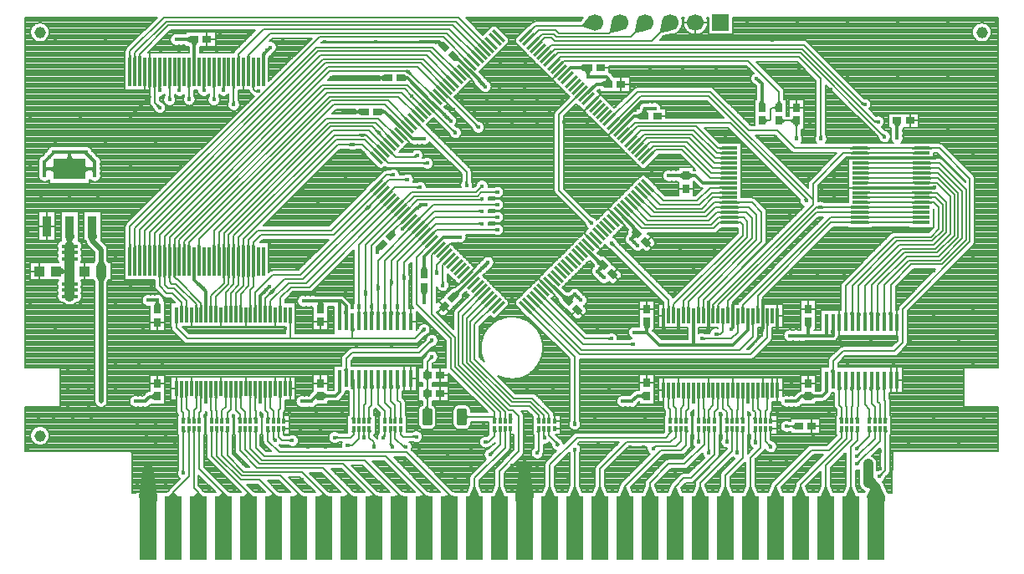
<source format=gbr>
G04 DipTrace 4.0.0.5*
G04 1 - Top.gbr*
%MOIN*%
G04 #@! TF.FileFunction,Copper,L1,Top*
G04 #@! TF.Part,Single*
%AMOUTLINE0*
4,1,4,
0.022271,-0.002784,
0.002784,-0.022271,
-0.022271,0.002784,
-0.002784,0.022271,
0.022271,-0.002784,
0*%
%AMOUTLINE3*
4,1,4,
0.002784,0.022271,
0.022271,0.002784,
-0.002784,-0.022271,
-0.022271,-0.002784,
0.002784,0.022271,
0*%
%AMOUTLINE6*
4,1,4,
-0.022271,0.002784,
-0.002784,0.022271,
0.022271,-0.002784,
0.002784,-0.022271,
-0.022271,0.002784,
0*%
%AMOUTLINE9*
4,1,28,
-0.010236,0.034252,
0.010236,0.034252,
0.012784,0.033917,
0.015157,0.032933,
0.017196,0.031369,
0.01876,0.029331,
0.019743,0.026957,
0.020079,0.024409,
0.020079,-0.024409,
0.019743,-0.026957,
0.01876,-0.029331,
0.017196,-0.031369,
0.015157,-0.032933,
0.012784,-0.033917,
0.010236,-0.034252,
-0.010236,-0.034252,
-0.012784,-0.033917,
-0.015157,-0.032933,
-0.017196,-0.031369,
-0.01876,-0.029331,
-0.019743,-0.026957,
-0.020079,-0.024409,
-0.020079,0.024409,
-0.019743,0.026957,
-0.01876,0.029331,
-0.017196,0.031369,
-0.015157,0.032933,
-0.012784,0.033917,
-0.010236,0.034252,
0*%
%AMOUTLINE12*
4,1,28,
0.010236,-0.034252,
-0.010236,-0.034252,
-0.012784,-0.033917,
-0.015157,-0.032933,
-0.017196,-0.031369,
-0.01876,-0.029331,
-0.019743,-0.026957,
-0.020079,-0.024409,
-0.020079,0.024409,
-0.019743,0.026957,
-0.01876,0.029331,
-0.017196,0.031369,
-0.015157,0.032933,
-0.012784,0.033917,
-0.010236,0.034252,
0.010236,0.034252,
0.012784,0.033917,
0.015157,0.032933,
0.017196,0.031369,
0.01876,0.029331,
0.019743,0.026957,
0.020079,0.024409,
0.020079,-0.024409,
0.019743,-0.026957,
0.01876,-0.029331,
0.017196,-0.031369,
0.015157,-0.032933,
0.012784,-0.033917,
0.010236,-0.034252,
0*%
%AMOUTLINE15*
4,1,4,
0.018095,0.026447,
0.026447,0.018095,
-0.018095,-0.026447,
-0.026447,-0.018095,
0.018095,0.026447,
0*%
%AMOUTLINE18*
4,1,4,
0.026447,-0.018095,
0.018095,-0.026447,
-0.026447,0.018095,
-0.018095,0.026447,
0.026447,-0.018095,
0*%
G04 #@! TA.AperFunction,CopperBalancing*
%ADD15C,0.007874*%
G04 #@! TA.AperFunction,Conductor*
%ADD16C,0.011811*%
%ADD17C,0.019685*%
%ADD18C,0.03937*%
%ADD19R,0.043307X0.03937*%
%ADD20R,0.027559X0.035433*%
%ADD21R,0.035433X0.027559*%
G04 #@! TA.AperFunction,ComponentPad*
%ADD22C,0.045354*%
%ADD25R,0.070866X0.255906*%
G04 #@! TA.AperFunction,ComponentPad*
%ADD26R,0.066929X0.066929*%
%ADD28C,0.066929*%
%ADD30R,0.015748X0.019685*%
%ADD31R,0.011811X0.019685*%
%ADD32R,0.037402X0.084646*%
%ADD33R,0.127953X0.084646*%
%ADD34R,0.011811X0.11811*%
%ADD36R,0.062992X0.011811*%
%ADD37R,0.011811X0.062992*%
%ADD38R,0.015748X0.070866*%
G04 #@! TA.AperFunction,ViaPad*
%ADD39C,0.017717*%
%ADD83OUTLINE0*%
%ADD86OUTLINE3*%
%ADD89OUTLINE6*%
%ADD92OUTLINE9*%
%ADD95OUTLINE12*%
%ADD98OUTLINE15*%
%ADD101OUTLINE18*%
%FSLAX26Y26*%
G04*
G70*
G90*
G75*
G01*
G04 Top*
%LPD*%
G36*
X2319055Y993937D2*
X2321024Y986063D1*
Y985079D1*
X2315118Y976220D1*
X2309213Y986063D1*
X2311181Y993937D1*
X2319055D1*
G37*
X2315118Y976220D2*
D15*
Y1012908D1*
X2134325Y1193701D1*
Y1312451D1*
X2043701Y1403076D1*
Y1639155D1*
X2071535Y1666990D1*
G36*
X2311181Y930945D2*
X2309213Y938819D1*
X2315118Y948661D1*
X2321024Y939803D1*
Y938819D1*
X2319055Y930945D1*
X2311181D1*
G37*
G36*
X2287756Y850939D2*
X2283808Y843789D1*
X2283112Y843093D1*
X2274343Y851863D1*
X2275039Y852559D1*
X2282188Y856507D1*
X2287756Y850939D1*
G37*
X2274950Y843701D2*
D15*
X2315118Y883869D1*
Y948661D1*
G36*
X1855068Y2206545D2*
X1843257Y2200639D1*
X1841486D1*
Y2224261D1*
X1843257D1*
X1855068Y2218356D1*
Y2206545D1*
G37*
X1825541Y2212450D2*
D16*
X1857358D1*
X1932341Y2137467D1*
G36*
X1945693Y2340920D2*
X1937008Y2335014D1*
X1935236D1*
Y2358636D1*
X1937008D1*
X1945693Y2352731D1*
Y2340920D1*
G37*
X1919291Y2346825D2*
D16*
X1945693D1*
X2043697Y2248822D1*
G36*
X2148891Y2413665D2*
X2134129Y2415606D1*
X2132594Y2416492D1*
X2148459Y2432357D1*
X2149993Y2431471D1*
X2157241Y2422016D1*
X2148891Y2413665D1*
G37*
X2127722Y2434253D2*
D16*
X2136654D1*
X2182891Y2388016D1*
G36*
X1090453Y2474675D2*
X1084547Y2486486D1*
Y2487864D1*
X1108169D1*
Y2486486D1*
X1102264Y2474675D1*
X1090453D1*
G37*
X1096358Y2371654D2*
D16*
Y2500265D1*
X1096318Y2500306D1*
G36*
X1897173Y1737610D2*
X1895820Y1727828D1*
X1894932Y1726295D1*
X1884432Y1736795D1*
X1885322Y1738327D1*
X1891606Y1743177D1*
X1897173Y1737610D1*
G37*
X1946261Y1792265D2*
D15*
X1880547Y1726551D1*
Y1718047D1*
G36*
X2018356Y1592568D2*
X2024261Y1580757D1*
Y1578986D1*
X2000639D1*
Y1580757D1*
X2006545Y1592568D1*
X2018356D1*
G37*
X2057615Y1680909D2*
D16*
X2012450Y1635744D1*
Y1563041D1*
G36*
X3081791Y1950886D2*
X3069980Y1944980D1*
X3068602D1*
Y1968602D1*
X3069980D1*
X3081791Y1962697D1*
Y1950886D1*
G37*
X3229136Y1928416D2*
D16*
X3121486D1*
X3093110Y1956791D1*
X3056201D1*
G36*
X2151899Y1488451D2*
X2147945Y1475702D1*
X2146732Y1474411D1*
X2130234Y1490909D1*
X2131446Y1492201D1*
X2143547Y1496803D1*
X2151899Y1488451D1*
G37*
X2127421Y1471172D2*
D16*
Y1472325D1*
X2196810Y1541715D1*
G36*
X2860458Y2199606D2*
X2872269Y2205512D1*
X2874041D1*
Y2181890D1*
X2872269D1*
X2860458Y2187795D1*
Y2199606D1*
G37*
X2792562Y2137467D2*
D16*
X2848795Y2193701D1*
X2889986D1*
G36*
X2716707Y2327731D2*
X2728518Y2333636D1*
X2730290D1*
Y2310014D1*
X2728518D1*
X2716707Y2315920D1*
Y2327731D1*
G37*
X2746235Y2321825D2*
D16*
X2698531D1*
X2653367Y2276661D1*
G36*
X2635458Y2393357D2*
X2647269Y2399262D1*
X2649041D1*
Y2375640D1*
X2647269D1*
X2635458Y2381546D1*
Y2393357D1*
G37*
X2664986Y2387451D2*
D16*
X2597125D1*
X2569850Y2360177D1*
G36*
X2568255Y1482066D2*
X2580929Y1478037D1*
X2582199Y1476802D1*
X2565495Y1460097D1*
X2564224Y1461332D1*
X2559903Y1473714D1*
X2568255Y1482066D1*
G37*
X2514173Y1527795D2*
D16*
X2584702Y1457268D1*
X2585214D1*
G36*
X2706630Y1622079D2*
X2720026Y1618772D1*
X2721423Y1617681D1*
X2705446Y1601705D1*
X2704051Y1602797D1*
X2698278Y1613727D1*
X2706630Y1622079D1*
G37*
X2725605Y1599297D2*
D16*
X2721062D1*
X2653367Y1666990D1*
G36*
X2848949Y1758147D2*
X2882253Y1724638D1*
X2858024Y1730837D1*
X2844971Y1735049D1*
X2844091Y1736585D1*
X2840598Y1749797D1*
X2848949Y1758147D1*
G37*
X2859980Y1727421D2*
D16*
Y1738765D1*
X2792562Y1806184D1*
G36*
X1582874Y1450295D2*
X1575026Y1450000D1*
X1574140D1*
Y1462402D1*
X1575026D1*
X1582874Y1462106D1*
Y1450295D1*
G37*
G36*
X1707546Y1423022D2*
X1709514Y1411211D1*
Y1407668D1*
X1701640Y1375778D1*
X1693766Y1411211D1*
X1695735Y1423022D1*
X1707546D1*
G37*
X1568701Y1456201D2*
D16*
X1599951D1*
X1675835D1*
X1681903D1*
X1701640Y1436463D1*
Y1375778D1*
G36*
X1681740Y1423022D2*
X1683925Y1411211D1*
X1675924Y1403337D1*
X1668238Y1407668D1*
X1668175Y1411211D1*
X1669929Y1423022D1*
X1681740D1*
G37*
X1676050Y1375778D2*
D16*
X1675835D1*
Y1456201D1*
G36*
X1106604Y1539150D2*
X1112362Y1533810D1*
X1112990Y1533182D1*
X1104220Y1524413D1*
X1103593Y1525041D1*
X1098252Y1530798D1*
X1106604Y1539150D1*
G37*
X1096358Y1615748D2*
D16*
Y1541043D1*
X1112450Y1524951D1*
X1112451D1*
G36*
X955857Y1452340D2*
X961762Y1440529D1*
Y1438757D1*
X938140D1*
Y1440529D1*
X944046Y1452340D1*
X955857D1*
G37*
G36*
X944046Y1445152D2*
X943751Y1453000D1*
Y1453886D1*
X956152D1*
Y1453000D1*
X955857Y1445152D1*
X944046D1*
G37*
X949951Y1422812D2*
D16*
Y1459325D1*
G36*
X2226584Y2352675D2*
X2232113Y2346262D1*
X2232661Y2345567D1*
X2222959Y2337845D1*
X2222409Y2338539D1*
X2218232Y2344323D1*
X2226584Y2352675D1*
G37*
X2231201Y2337451D2*
D16*
Y2339706D1*
X2182891Y2388016D1*
G36*
X2104528Y1718357D2*
X2112375Y1718652D1*
X2113261D1*
Y1706251D1*
X2112375D1*
X2104528Y1706546D1*
Y1718357D1*
G37*
X2118701Y1712451D2*
D16*
X2089157D1*
X2057615Y1680909D1*
G36*
X1605857Y1455068D2*
X1611762Y1443257D1*
Y1441486D1*
X1588140D1*
Y1443257D1*
X1594046Y1455068D1*
X1605857D1*
G37*
X1599951Y1425541D2*
D16*
Y1456201D1*
G36*
X2905856Y1345374D2*
X2906151Y1337526D1*
Y1336640D1*
X2893749D1*
Y1337526D1*
X2894045Y1345374D1*
X2905856D1*
G37*
G36*
X2894045Y1343450D2*
X2888139Y1355261D1*
Y1357033D1*
X2911761D1*
Y1355261D1*
X2905856Y1343450D1*
X2894045D1*
G37*
X2899950Y1331201D2*
D16*
Y1372978D1*
G36*
X2905797Y1317003D2*
X2900039Y1322343D1*
X2899412Y1322970D1*
X2908181Y1331739D1*
X2908808Y1331112D1*
X2914148Y1325354D1*
X2905797Y1317003D1*
G37*
X3085433Y1397589D2*
D16*
Y1281201D1*
X2949950D1*
X2899950Y1331201D1*
X3301969Y1397589D2*
Y1339469D1*
X3243701Y1281201D1*
X3085433D1*
G36*
X3537795Y1344831D2*
X3531890Y1356642D1*
Y1358413D1*
X3555512D1*
Y1356642D1*
X3549606Y1344831D1*
X3537795D1*
G37*
G36*
X3635138Y1323126D2*
X3633169Y1334937D1*
X3641043Y1370370D1*
X3648917Y1338480D1*
Y1334937D1*
X3646949Y1323126D1*
X3635138D1*
G37*
X3543699Y1374360D2*
D17*
X3543701Y1374358D1*
D16*
Y1318701D1*
X3615453D1*
X3641043D1*
Y1370370D1*
G36*
X3609547Y1323126D2*
X3607579Y1334937D1*
X3615453Y1370370D1*
X3623327Y1338480D1*
Y1334937D1*
X3621358Y1323126D1*
X3609547D1*
G37*
X3615453Y1370370D2*
D16*
Y1318701D1*
G36*
X1066790Y2506211D2*
X1078601Y2512117D1*
X1080373D1*
Y2488495D1*
X1078601D1*
X1066790Y2494400D1*
Y2506211D1*
G37*
G36*
X1076618Y2494400D2*
X1068932Y2493909D1*
X1068046Y2493887D1*
X1067735Y2506285D1*
X1068619Y2506307D1*
X1076618Y2506211D1*
Y2494400D1*
G37*
X1096318Y2500306D2*
D16*
X1062807D1*
X1062451Y2499950D1*
G36*
X1366043Y2430052D2*
X1367537Y2438854D1*
X1367735Y2439718D1*
X1379846Y2437054D1*
X1379648Y2436190D1*
X1377854Y2430052D1*
X1366043D1*
G37*
X1371949Y2371654D2*
D16*
Y2440698D1*
X1374951Y2443701D1*
G36*
X1057874Y2494045D2*
X1050026Y2493749D1*
X1049140D1*
Y2506151D1*
X1050026D1*
X1057874Y2505856D1*
Y2494045D1*
G37*
G36*
X1048278Y2505856D2*
X1056126Y2506151D1*
X1057012D1*
Y2493749D1*
X1056126D1*
X1048278Y2494045D1*
Y2505856D1*
G37*
X1043701Y2499950D2*
D16*
X1062451D1*
G36*
X1039123Y2494045D2*
X1031276Y2493749D1*
X1030390D1*
Y2506151D1*
X1031276D1*
X1039123Y2505856D1*
Y2494045D1*
G37*
G36*
X1029528Y2505856D2*
X1037375Y2506151D1*
X1038261D1*
Y2493749D1*
X1037375D1*
X1029528Y2494045D1*
Y2505856D1*
G37*
X1024950Y2499950D2*
D16*
X1043701D1*
G36*
X1382627Y1509728D2*
X1387967Y1515487D1*
X1388594Y1516114D1*
X1397364Y1507345D1*
X1396736Y1506718D1*
X1390979Y1501377D1*
X1382627Y1509728D1*
G37*
X1360202Y1402054D2*
D16*
Y1478951D1*
X1381201Y1499950D1*
X1396825Y1515575D1*
Y1515576D1*
G36*
X2864123Y1325295D2*
X2856276Y1325000D1*
X2855390D1*
Y1337402D1*
X2856276D1*
X2864123Y1337106D1*
Y1325295D1*
G37*
G36*
X2885777Y1337106D2*
X2893625Y1337402D1*
X2894510D1*
Y1325000D1*
X2893625D1*
X2885777Y1325295D1*
Y1337106D1*
G37*
G36*
X2860777D2*
X2868625Y1337402D1*
X2869510D1*
Y1325000D1*
X2868625D1*
X2860777Y1325295D1*
Y1337106D1*
G37*
G36*
X2889123Y1325295D2*
X2881276Y1325000D1*
X2880390D1*
Y1337402D1*
X2881276D1*
X2889123Y1337106D1*
Y1325295D1*
G37*
X2849950Y1331201D2*
D16*
X2899950D1*
G36*
X1367003Y1494104D2*
X1372343Y1499861D1*
X1372970Y1500488D1*
X1381739Y1491719D1*
X1381112Y1491092D1*
X1375354Y1485752D1*
X1367003Y1494104D1*
G37*
G36*
X1395399Y1505797D2*
X1390059Y1500039D1*
X1389432Y1499412D1*
X1380663Y1508181D1*
X1381290Y1508808D1*
X1387047Y1514148D1*
X1395399Y1505797D1*
G37*
X1381201Y1499950D2*
D16*
D3*
G36*
X1554528Y1462106D2*
X1562375Y1462402D1*
X1563261D1*
Y1450000D1*
X1562375D1*
X1554528Y1450295D1*
Y1462106D1*
G37*
G36*
X1545374Y1450295D2*
X1537526Y1450000D1*
X1536640D1*
Y1462402D1*
X1537526D1*
X1545374Y1462106D1*
Y1450295D1*
G37*
G36*
X1564123D2*
X1556276Y1450000D1*
X1555390D1*
Y1462402D1*
X1556276D1*
X1564123Y1462106D1*
Y1450295D1*
G37*
G36*
X1535777Y1462106D2*
X1543625Y1462402D1*
X1544510D1*
Y1450000D1*
X1543625D1*
X1535777Y1450295D1*
Y1462106D1*
G37*
X1568701Y1456201D2*
D16*
X1531201D1*
G36*
X579381Y1569045D2*
X567570Y1563139D1*
X565404D1*
Y1586761D1*
X567570D1*
X579381Y1580856D1*
Y1569045D1*
G37*
G36*
X585777Y1580856D2*
X593625Y1581152D1*
X594510D1*
Y1568751D1*
X593625D1*
X585777Y1569045D1*
Y1580856D1*
G37*
X545916Y1574950D2*
D16*
X599950D1*
Y1574951D1*
G36*
X610777Y1680856D2*
X618625Y1681151D1*
X619510D1*
Y1668749D1*
X618625D1*
X610777Y1669045D1*
Y1680856D1*
G37*
G36*
X589123Y1669045D2*
X581276Y1668749D1*
X580390D1*
Y1681151D1*
X581276D1*
X589123Y1680856D1*
Y1669045D1*
G37*
G36*
X614123D2*
X606276Y1668749D1*
X605390D1*
Y1681151D1*
X606276D1*
X614123Y1680856D1*
Y1669045D1*
G37*
G36*
X585777Y1680856D2*
X593625Y1681151D1*
X594510D1*
Y1668749D1*
X593625D1*
X585777Y1669045D1*
Y1680856D1*
G37*
X624950Y1674950D2*
D16*
X574950D1*
G36*
X610777Y1655857D2*
X618625Y1656152D1*
X619510D1*
Y1643751D1*
X618625D1*
X610777Y1644046D1*
Y1655857D1*
G37*
G36*
X589123Y1644046D2*
X581276Y1643751D1*
X580390D1*
Y1656152D1*
X581276D1*
X589123Y1655857D1*
Y1644046D1*
G37*
G36*
X614123D2*
X606276Y1643751D1*
X605390D1*
Y1656152D1*
X606276D1*
X614123Y1655857D1*
Y1644046D1*
G37*
G36*
X585777Y1655857D2*
X593625Y1656152D1*
X594510D1*
Y1643751D1*
X593625D1*
X585777Y1644046D1*
Y1655857D1*
G37*
X624950Y1649951D2*
D16*
X574950D1*
G36*
X610777Y1630857D2*
X618625Y1631152D1*
X619510D1*
Y1618751D1*
X618625D1*
X610777Y1619046D1*
Y1630857D1*
G37*
G36*
X589123Y1619046D2*
X581276Y1618751D1*
X580390D1*
Y1631152D1*
X581276D1*
X589123Y1630857D1*
Y1619046D1*
G37*
G36*
X614123D2*
X606276Y1618751D1*
X605390D1*
Y1631152D1*
X606276D1*
X614123Y1630857D1*
Y1619046D1*
G37*
G36*
X585777Y1630857D2*
X593625Y1631152D1*
X594510D1*
Y1618751D1*
X593625D1*
X585777Y1619046D1*
Y1630857D1*
G37*
X624950Y1624951D2*
D16*
X574950D1*
G36*
X610777Y1530857D2*
X618625Y1531152D1*
X619510D1*
Y1518751D1*
X618625D1*
X610777Y1519046D1*
Y1530857D1*
G37*
G36*
X589123Y1519046D2*
X581276Y1518751D1*
X580390D1*
Y1531152D1*
X581276D1*
X589123Y1530857D1*
Y1519046D1*
G37*
G36*
X614123D2*
X606276Y1518751D1*
X605390D1*
Y1531152D1*
X606276D1*
X614123Y1530857D1*
Y1519046D1*
G37*
G36*
X585777Y1530857D2*
X593625Y1531152D1*
X594510D1*
Y1518751D1*
X593625D1*
X585777Y1519046D1*
Y1530857D1*
G37*
X624950Y1524951D2*
D16*
X574950D1*
G36*
X610777Y1505856D2*
X618625Y1506151D1*
X619510D1*
Y1493749D1*
X618625D1*
X610777Y1494045D1*
Y1505856D1*
G37*
G36*
X589123Y1494045D2*
X581276Y1493749D1*
X580390D1*
Y1506151D1*
X581276D1*
X589123Y1505856D1*
Y1494045D1*
G37*
G36*
X614123D2*
X606276Y1493749D1*
X605390D1*
Y1506151D1*
X606276D1*
X614123Y1505856D1*
Y1494045D1*
G37*
G36*
X585777Y1505856D2*
X593625Y1506151D1*
X594510D1*
Y1493749D1*
X593625D1*
X585777Y1494045D1*
Y1505856D1*
G37*
X624950Y1499950D2*
D16*
X574950D1*
G36*
X610777Y1480856D2*
X618625Y1481151D1*
X619510D1*
Y1468749D1*
X618625D1*
X610777Y1469045D1*
Y1480856D1*
G37*
G36*
X589123Y1469045D2*
X581276Y1468749D1*
X580390D1*
Y1481151D1*
X581276D1*
X589123Y1480856D1*
Y1469045D1*
G37*
G36*
X614123D2*
X606276Y1468749D1*
X605390D1*
Y1481151D1*
X606276D1*
X614123Y1480856D1*
Y1469045D1*
G37*
G36*
X585777Y1480856D2*
X593625Y1481151D1*
X594510D1*
Y1468749D1*
X593625D1*
X585777Y1469045D1*
Y1480856D1*
G37*
X624950Y1474950D2*
D16*
X574950D1*
X599950Y1674950D2*
D18*
Y1474950D1*
G36*
X590109Y1692520D2*
X581251Y1712205D1*
X599951Y1754528D1*
X618652Y1716437D1*
Y1712205D1*
X609794Y1692520D1*
X590109D1*
G37*
X599951Y1754528D2*
D17*
Y1674951D1*
D16*
X599950Y1674950D1*
G36*
X505857Y1970374D2*
X506152Y1962526D1*
Y1961640D1*
X493751D1*
Y1962526D1*
X494046Y1970374D1*
X505857D1*
G37*
G36*
X494046Y1998278D2*
X493751Y2006126D1*
Y2007012D1*
X506152D1*
Y2006126D1*
X505857Y1998278D1*
X494046D1*
G37*
G36*
Y1979528D2*
X493751Y1987375D1*
Y1988261D1*
X506152D1*
Y1987375D1*
X505857Y1979528D1*
X494046D1*
G37*
G36*
X505857Y2007874D2*
X506152Y2000026D1*
Y1999140D1*
X493751D1*
Y2000026D1*
X494046Y2007874D1*
X505857D1*
G37*
G36*
X494046Y1960778D2*
X493751Y1968626D1*
Y1969512D1*
X506152D1*
Y1968626D1*
X505857Y1960778D1*
X494046D1*
G37*
G36*
X505857Y1989125D2*
X506152Y1981277D1*
Y1980391D1*
X493751D1*
Y1981277D1*
X494046Y1989125D1*
X505857D1*
G37*
X499951Y1956201D2*
D16*
Y2012451D1*
G36*
X705857Y1970374D2*
X706152Y1962526D1*
Y1961640D1*
X693751D1*
Y1962526D1*
X694046Y1970374D1*
X705857D1*
G37*
G36*
X694046Y1998278D2*
X693751Y2006126D1*
Y2007012D1*
X706152D1*
Y2006126D1*
X705857Y1998278D1*
X694046D1*
G37*
G36*
Y1979528D2*
X693751Y1987375D1*
Y1988261D1*
X706152D1*
Y1987375D1*
X705857Y1979528D1*
X694046D1*
G37*
G36*
X705857Y2007874D2*
X706152Y2000026D1*
Y1999140D1*
X693751D1*
Y2000026D1*
X694046Y2007874D1*
X705857D1*
G37*
G36*
X694046Y1960778D2*
X693751Y1968626D1*
Y1969512D1*
X706152D1*
Y1968626D1*
X705857Y1960778D1*
X694046D1*
G37*
G36*
X705857Y1989125D2*
X706152Y1981277D1*
Y1980391D1*
X693751D1*
Y1981277D1*
X694046Y1989125D1*
X705857D1*
G37*
X699951Y1956201D2*
D16*
Y2012451D1*
G36*
X567249Y2044046D2*
X559402Y2043751D1*
X558516D1*
Y2056152D1*
X559402D1*
X567249Y2055857D1*
Y2044046D1*
G37*
G36*
X632652Y2055857D2*
X640500Y2056152D1*
X641386D1*
Y2043751D1*
X640500D1*
X632652Y2044046D1*
Y2055857D1*
G37*
G36*
X557652D2*
X565500Y2056152D1*
X566386D1*
Y2043751D1*
X565500D1*
X557652Y2044046D1*
Y2055857D1*
G37*
G36*
X585999Y2044046D2*
X578151Y2043751D1*
X577265D1*
Y2056152D1*
X578151D1*
X585999Y2055857D1*
Y2044046D1*
G37*
G36*
X576403Y2055857D2*
X584251Y2056152D1*
X585136D1*
Y2043751D1*
X584251D1*
X576403Y2044046D1*
Y2055857D1*
G37*
G36*
X604749Y2044046D2*
X596902Y2043751D1*
X596016D1*
Y2056152D1*
X596902D1*
X604749Y2055857D1*
Y2044046D1*
G37*
G36*
X595152Y2055857D2*
X603000Y2056152D1*
X603886D1*
Y2043751D1*
X603000D1*
X595152Y2044046D1*
Y2055857D1*
G37*
G36*
X613903D2*
X621751Y2056152D1*
X622636D1*
Y2043751D1*
X621751D1*
X613903Y2044046D1*
Y2055857D1*
G37*
G36*
X642249Y2044046D2*
X634402Y2043751D1*
X633516D1*
Y2056152D1*
X634402D1*
X642249Y2055857D1*
Y2044046D1*
G37*
X553076Y2049951D2*
D16*
X599951D1*
X646825D1*
G36*
X514150Y2018298D2*
X508810Y2012541D1*
X508182Y2011913D1*
X499413Y2020682D1*
X500041Y2021310D1*
X505798Y2026650D1*
X514150Y2018298D1*
G37*
G36*
X537042Y2055843D2*
X547731Y2057016D1*
X548542Y2056660D1*
X546718Y2044394D1*
X545907Y2044748D1*
X543650Y2047798D1*
X537042Y2055843D1*
G37*
X499951Y2012451D2*
D16*
X518701Y2031201D1*
X535888Y2048388D1*
X537451Y2049951D1*
X553076D1*
G36*
X694105Y2026650D2*
X699862Y2021310D1*
X700490Y2020682D1*
X691720Y2011913D1*
X691093Y2012541D1*
X685753Y2018298D1*
X694105Y2026650D1*
G37*
G36*
X656252Y2047799D2*
X653995Y2044749D1*
X653184Y2044394D1*
X651358Y2056660D1*
X652171Y2057016D1*
X662861Y2055843D1*
X656252Y2047799D1*
G37*
X699951Y2012451D2*
D16*
X681201Y2031202D1*
X664014Y2048388D1*
X662451Y2049951D1*
X646825D1*
G36*
X524164Y1988780D2*
X535975Y1994685D1*
X542373D1*
Y1971063D1*
X535975D1*
X524164Y1976969D1*
Y1988780D1*
G37*
G36*
X509228Y1976969D2*
X508789Y1974344D1*
X508287Y1973614D1*
X500234Y1983045D1*
X500735Y1983776D1*
X509228Y1988780D1*
Y1976969D1*
G37*
G36*
X495715Y1978760D2*
X497160Y1985294D1*
X497667Y1986021D1*
X499951Y1993701D1*
X508301Y1990741D1*
X505245Y1988780D1*
X495715Y1978760D1*
G37*
G36*
X494046Y1979528D2*
X493751Y1987375D1*
Y1988261D1*
X506152D1*
Y1987375D1*
X505857Y1979528D1*
X494046D1*
G37*
X599951Y1982874D2*
D16*
X499951D1*
Y1974951D1*
G36*
X675739Y1976969D2*
X663928Y1971063D1*
X657530D1*
Y1994685D1*
X663928D1*
X675739Y1988780D1*
Y1976969D1*
G37*
G36*
X690675Y1988780D2*
X699168Y1983776D1*
X699669Y1983045D1*
X691615Y1973614D1*
X691114Y1974344D1*
X690675Y1976969D1*
Y1988780D1*
G37*
X599951Y1982874D2*
D16*
X696825D1*
Y1974951D1*
X699951D1*
G36*
X605857Y2037008D2*
X611762Y2025197D1*
Y2020965D1*
X588140D1*
Y2025197D1*
X594046Y2037008D1*
X605857D1*
G37*
X599951Y1982874D2*
D16*
Y2049951D1*
G36*
X669661Y2034390D2*
X664273Y2041190D1*
X663756Y2041909D1*
X673794Y2049193D1*
X674310Y2048472D1*
X678013Y2042741D1*
X669661Y2034390D1*
G37*
G36*
X651403Y2055857D2*
X659251Y2056152D1*
X660136D1*
Y2043751D1*
X659251D1*
X651403Y2044046D1*
Y2055857D1*
G37*
X665576Y2049951D2*
D16*
X664014Y2048388D1*
G36*
X521888Y2042740D2*
X525592Y2048472D1*
X526108Y2049192D1*
X536146Y2041909D1*
X535630Y2041190D1*
X530240Y2034388D1*
X521888Y2042740D1*
G37*
G36*
X548499Y2044046D2*
X540651Y2043751D1*
X539765D1*
Y2056152D1*
X540651D1*
X548499Y2055857D1*
Y2044046D1*
G37*
X534325Y2049951D2*
D16*
X535888Y2048388D1*
G36*
X504503Y2025354D2*
X509843Y2031112D1*
X510470Y2031739D1*
X519239Y2022970D1*
X518612Y2022343D1*
X512854Y2017003D1*
X504503Y2025354D1*
G37*
G36*
X532899Y2037047D2*
X527559Y2031290D1*
X526932Y2030663D1*
X518163Y2039432D1*
X518790Y2040059D1*
X524547Y2045399D1*
X532899Y2037047D1*
G37*
X518701Y2031201D2*
D16*
D3*
G36*
X687047Y2017004D2*
X681290Y2022343D1*
X680664Y2022970D1*
X689432Y2031739D1*
X690059Y2031113D1*
X695399Y2025356D1*
X687047Y2017004D1*
G37*
G36*
X675356Y2045399D2*
X681113Y2040059D1*
X681739Y2039432D1*
X672970Y2030664D1*
X672343Y2031290D1*
X667004Y2037047D1*
X675356Y2045399D1*
G37*
X681201Y2031201D2*
D16*
Y2031202D1*
G36*
X1137047Y1492003D2*
X1131290Y1497343D1*
X1130663Y1497970D1*
X1139432Y1506739D1*
X1140059Y1506112D1*
X1145399Y1500354D1*
X1137047Y1492003D1*
G37*
X1143667Y1402054D2*
D16*
Y1493735D1*
X1131201Y1506201D1*
G36*
X1125354Y1520399D2*
X1131112Y1515059D1*
X1131739Y1514432D1*
X1122970Y1505663D1*
X1122343Y1506290D1*
X1117003Y1512047D1*
X1125354Y1520399D1*
G37*
G36*
X1118297Y1510753D2*
X1112541Y1516093D1*
X1111913Y1516720D1*
X1120682Y1525490D1*
X1121310Y1524862D1*
X1126648Y1519105D1*
X1118297Y1510753D1*
G37*
X1131201Y1506201D2*
D16*
X1112450Y1524951D1*
G36*
X1971171Y1825526D2*
X1978909Y1830424D1*
X1979692Y1830843D1*
X1985714Y1820001D1*
X1984933Y1819584D1*
X1979522Y1817175D1*
X1971171Y1825526D1*
G37*
X1987451Y1828076D2*
D16*
X1982072D1*
X1946261Y1792265D1*
G36*
X3890984Y2150274D2*
X3885079Y2162085D1*
Y2163463D1*
X3908701D1*
Y2162085D1*
X3902795Y2150274D1*
X3890984D1*
G37*
G36*
X3902795Y2157874D2*
X3903026Y2150026D1*
Y2149140D1*
X3890625D1*
Y2150026D1*
X3890984Y2157874D1*
X3902795D1*
G37*
X3896890Y2175865D2*
D16*
Y2143701D1*
X3896825D1*
G36*
X3890920Y2129528D2*
X3890625Y2137375D1*
Y2138261D1*
X3903026D1*
Y2137375D1*
X3902731Y2129528D1*
X3890920D1*
G37*
G36*
X3902731Y2139125D2*
X3903026Y2131277D1*
Y2130391D1*
X3890625D1*
Y2131277D1*
X3890920Y2139125D1*
X3902731D1*
G37*
X3896825Y2143701D2*
D16*
Y2124951D1*
G36*
X3890920Y2110778D2*
X3890625Y2118626D1*
Y2119512D1*
X3903026D1*
Y2118626D1*
X3902731Y2110778D1*
X3890920D1*
G37*
G36*
X3902731Y2120374D2*
X3903026Y2112526D1*
Y2111640D1*
X3890625D1*
Y2112526D1*
X3890920Y2120374D1*
X3902731D1*
G37*
X3896825Y2124951D2*
D16*
Y2106201D1*
G36*
X3364029Y2256631D2*
X3369934Y2244820D1*
Y2243049D1*
X3346312D1*
Y2244820D1*
X3352218Y2256631D1*
X3364029D1*
G37*
G36*
X3343298Y2329503D2*
X3337541Y2334843D1*
X3336913Y2335470D1*
X3345682Y2344239D1*
X3346310Y2343612D1*
X3351650Y2337854D1*
X3343298Y2329503D1*
G37*
X3358123Y2227104D2*
D16*
Y2323029D1*
X3337451Y2343701D1*
G36*
X3532874Y1312795D2*
X3525026Y1312500D1*
X3524140D1*
Y1324902D1*
X3525026D1*
X3532874Y1324606D1*
Y1312795D1*
G37*
X3543701Y1318701D2*
D16*
X3518701D1*
G36*
X3504528Y1324606D2*
X3512375Y1324902D1*
X3513261D1*
Y1312500D1*
X3512375D1*
X3504528Y1312795D1*
Y1324606D1*
G37*
G36*
X3482874Y1312795D2*
X3475026Y1312500D1*
X3474140D1*
Y1324902D1*
X3475026D1*
X3482874Y1324606D1*
Y1312795D1*
G37*
G36*
X3507874D2*
X3500026Y1312500D1*
X3499140D1*
Y1324902D1*
X3500026D1*
X3507874Y1324606D1*
Y1312795D1*
G37*
G36*
X3479528Y1324606D2*
X3487375Y1324902D1*
X3488261D1*
Y1312500D1*
X3487375D1*
X3479528Y1312795D1*
Y1324606D1*
G37*
X3518701Y1318701D2*
D16*
X3468701D1*
G36*
X3030610Y1962697D2*
X3042421Y1968602D1*
X3043799D1*
Y1944980D1*
X3042421D1*
X3030610Y1950886D1*
Y1962697D1*
G37*
G36*
X3039104Y1950886D2*
X3031529Y1950269D1*
X3030644Y1950231D1*
X3030127Y1962622D1*
X3031012Y1962660D1*
X3039104Y1962697D1*
Y1950886D1*
G37*
X3056201Y1956791D2*
D16*
X3025541D1*
X3024950Y1956201D1*
G36*
X3001625Y1950295D2*
X2993777Y1950000D1*
X2992891D1*
Y1962402D1*
X2993777D1*
X3001625Y1962106D1*
Y1950295D1*
G37*
G36*
X3010777Y1962106D2*
X3018625Y1962402D1*
X3019510D1*
Y1950000D1*
X3018625D1*
X3010777Y1950295D1*
Y1962106D1*
G37*
G36*
X2992028D2*
X2999875Y1962402D1*
X3000761D1*
Y1950000D1*
X2999875D1*
X2992028Y1950295D1*
Y1962106D1*
G37*
G36*
X3020374Y1950295D2*
X3012526Y1950000D1*
X3011640D1*
Y1962402D1*
X3012526D1*
X3020374Y1962106D1*
Y1950295D1*
G37*
X2987451Y1956201D2*
D16*
X3024950D1*
G36*
X2132874Y1706546D2*
X2125026Y1706251D1*
X2124140D1*
Y1718652D1*
X2125026D1*
X2132874Y1718357D1*
Y1706546D1*
G37*
G36*
X2142028Y1718357D2*
X2149875Y1718652D1*
X2150761D1*
Y1706251D1*
X2149875D1*
X2142028Y1706546D1*
Y1718357D1*
G37*
G36*
X2123278D2*
X2131126Y1718652D1*
X2132012D1*
Y1706251D1*
X2131126D1*
X2123278Y1706546D1*
Y1718357D1*
G37*
G36*
X2151625Y1706546D2*
X2143777Y1706251D1*
X2142891D1*
Y1718652D1*
X2143777D1*
X2151625Y1718357D1*
Y1706546D1*
G37*
X2118701Y1712451D2*
D16*
X2156201D1*
G36*
X2001648Y1833923D2*
X1996310Y1828165D1*
X1995682Y1827539D1*
X1986913Y1836307D1*
X1987539Y1836934D1*
X1993297Y1842274D1*
X2001648Y1833923D1*
G37*
G36*
X1985753Y1834730D2*
X1991092Y1840487D1*
X1991719Y1841113D1*
X2000488Y1832345D1*
X1999862Y1831718D1*
X1994105Y1826378D1*
X1985753Y1834730D1*
G37*
X1987451Y1828076D2*
D16*
X1999950Y1840576D1*
G36*
X2014123Y1834671D2*
X2006276Y1834375D1*
X2005390D1*
Y1846777D1*
X2006276D1*
X2014123Y1846482D1*
Y1834671D1*
G37*
G36*
X2004528Y1846482D2*
X2012375Y1846777D1*
X2013261D1*
Y1834375D1*
X2012375D1*
X2004528Y1834671D1*
Y1846482D1*
G37*
X1999950Y1840576D2*
D16*
X2018701D1*
G36*
X2237047Y2323253D2*
X2231290Y2328593D1*
X2230663Y2329220D1*
X2239432Y2337990D1*
X2240059Y2337362D1*
X2245399Y2331605D1*
X2237047Y2323253D1*
G37*
G36*
X2250354Y2326650D2*
X2256112Y2321310D1*
X2256739Y2320682D1*
X2247970Y2311913D1*
X2247343Y2312541D1*
X2242003Y2318298D1*
X2250354Y2326650D1*
G37*
G36*
X2237856Y2339148D2*
X2243613Y2333808D1*
X2244239Y2333181D1*
X2235470Y2324413D1*
X2234843Y2325039D1*
X2229504Y2330797D1*
X2237856Y2339148D1*
G37*
G36*
X2249547Y2310753D2*
X2243790Y2316092D1*
X2243164Y2316719D1*
X2251932Y2325488D1*
X2252559Y2324862D1*
X2257899Y2319105D1*
X2249547Y2310753D1*
G37*
X2231201Y2337451D2*
D16*
X2256201Y2312451D1*
G36*
X2087854Y2214148D2*
X2093612Y2208808D1*
X2094239Y2208181D1*
X2085470Y2199412D1*
X2084843Y2200039D1*
X2079503Y2205797D1*
X2087854Y2214148D1*
G37*
X2043697Y2248822D2*
D16*
X2044829D1*
X2093701Y2199950D1*
G36*
X2099547Y2185752D2*
X2093790Y2191092D1*
X2093163Y2191719D1*
X2101932Y2200488D1*
X2102559Y2199861D1*
X2107899Y2194104D1*
X2099547Y2185752D1*
G37*
G36*
X2112854Y2189148D2*
X2118612Y2183808D1*
X2119239Y2183181D1*
X2110470Y2174412D1*
X2109843Y2175039D1*
X2104503Y2180797D1*
X2112854Y2189148D1*
G37*
G36*
X2100356Y2201647D2*
X2106113Y2196307D1*
X2106739Y2195680D1*
X2097970Y2186912D1*
X2097343Y2187538D1*
X2092004Y2193295D1*
X2100356Y2201647D1*
G37*
G36*
X2112047Y2173252D2*
X2106290Y2178591D1*
X2105664Y2179218D1*
X2114432Y2187987D1*
X2115059Y2187361D1*
X2120399Y2181604D1*
X2112047Y2173252D1*
G37*
X2093701Y2199950D2*
D16*
X2118701Y2174950D1*
G36*
X1998278Y2108982D2*
X2006126Y2109277D1*
X2007012D1*
Y2096875D1*
X2006126D1*
X1998278Y2097171D1*
Y2108982D1*
G37*
G36*
X1966531Y2111629D2*
X1971010Y2111010D1*
X1971861Y2110764D1*
X1967790Y2099049D1*
X1966940Y2099295D1*
X1958180Y2103277D1*
X1966531Y2111629D1*
G37*
G36*
X1989123Y2097171D2*
X1981276Y2096875D1*
X1980390D1*
Y2109277D1*
X1981276D1*
X1989123Y2108982D1*
Y2097171D1*
G37*
G36*
X1979528Y2108982D2*
X1987375Y2109277D1*
X1988261D1*
Y2096875D1*
X1987375D1*
X1979528Y2097171D1*
Y2108982D1*
G37*
G36*
X2007874Y2097171D2*
X2000026Y2096875D1*
X1999140D1*
Y2109277D1*
X2000026D1*
X2007874Y2108982D1*
Y2097171D1*
G37*
X1932341Y2137467D2*
D16*
X1966732Y2103076D1*
X2012451D1*
G36*
X2227654Y1580196D2*
X2232993Y1585953D1*
X2233621Y1586580D1*
X2242390Y1577811D1*
X2241762Y1577184D1*
X2236005Y1571844D1*
X2227654Y1580196D1*
G37*
X2196810Y1541715D2*
D16*
X2197525D1*
X2241852Y1586042D1*
G36*
X2256050Y1591888D2*
X2250710Y1586131D1*
X2250083Y1585504D1*
X2241314Y1594273D1*
X2241941Y1594900D1*
X2247698Y1600240D1*
X2256050Y1591888D1*
G37*
G36*
X2252654Y1605196D2*
X2257993Y1610953D1*
X2258621Y1611580D1*
X2267390Y1602811D1*
X2266762Y1602184D1*
X2261005Y1596844D1*
X2252654Y1605196D1*
G37*
G36*
X2240154Y1592696D2*
X2245493Y1598453D1*
X2246121Y1599080D1*
X2254890Y1590311D1*
X2254262Y1589684D1*
X2248505Y1584344D1*
X2240154Y1592696D1*
G37*
G36*
X2268550Y1604388D2*
X2263210Y1598631D1*
X2262583Y1598004D1*
X2253814Y1606773D1*
X2254441Y1607400D1*
X2260198Y1612740D1*
X2268550Y1604388D1*
G37*
X2241852Y1586042D2*
D16*
X2266852Y1611042D1*
G36*
X2607665Y1471188D2*
X2603490Y1458660D1*
X2602514Y1457685D1*
X2585811Y1474388D1*
X2586786Y1475364D1*
X2599314Y1479539D1*
X2607665Y1471188D1*
G37*
G36*
X2598253Y1478479D2*
X2603593Y1484236D1*
X2604220Y1484864D1*
X2612990Y1476094D1*
X2612362Y1475467D1*
X2606605Y1470127D1*
X2598253Y1478479D1*
G37*
X2585214Y1457268D2*
D16*
X2585394D1*
X2612451Y1484325D1*
G36*
X2618298Y1470127D2*
X2612541Y1475467D1*
X2611913Y1476094D1*
X2620682Y1484864D1*
X2621310Y1484236D1*
X2626650Y1478479D1*
X2618298Y1470127D1*
G37*
G36*
X2619105Y1486024D2*
X2624861Y1480684D1*
X2625488Y1480056D1*
X2616719Y1471287D1*
X2616092Y1471915D1*
X2610753Y1477672D1*
X2619105Y1486024D1*
G37*
X2612451Y1484325D2*
D16*
X2624951Y1471825D1*
X2624950D1*
G36*
X2630797Y1457627D2*
X2625039Y1462967D1*
X2624412Y1463594D1*
X2633181Y1472364D1*
X2633808Y1471736D1*
X2639148Y1465979D1*
X2630797Y1457627D1*
G37*
G36*
X2631604Y1473524D2*
X2637362Y1468184D1*
X2637990Y1467556D1*
X2629220Y1458787D1*
X2628593Y1459415D1*
X2623252Y1465172D1*
X2631604Y1473524D1*
G37*
X2624950Y1471825D2*
D16*
X2637450Y1459325D1*
X2637451D1*
G36*
X2704243Y1584469D2*
X2707988Y1597427D1*
X2708903Y1598457D1*
X2725247Y1582113D1*
X2724332Y1581083D1*
X2712594Y1576117D1*
X2704243Y1584469D1*
G37*
G36*
X2717274Y1580797D2*
X2711934Y1575039D1*
X2711307Y1574412D1*
X2702538Y1583181D1*
X2703165Y1583808D1*
X2708923Y1589148D1*
X2717274Y1580797D1*
G37*
X2725605Y1599297D2*
D16*
Y1597479D1*
X2703076Y1574950D1*
G36*
X2708923Y1560752D2*
X2703165Y1566092D1*
X2702538Y1566719D1*
X2711307Y1575488D1*
X2711934Y1574861D1*
X2717274Y1569104D1*
X2708923Y1560752D1*
G37*
G36*
X2722228Y1564150D2*
X2727987Y1558810D1*
X2728614Y1558182D1*
X2719845Y1549413D1*
X2719218Y1550041D1*
X2713877Y1555798D1*
X2722228Y1564150D1*
G37*
G36*
X2709730Y1576648D2*
X2715487Y1571310D1*
X2716113Y1570682D1*
X2707345Y1561913D1*
X2706718Y1562539D1*
X2701378Y1568297D1*
X2709730Y1576648D1*
G37*
G36*
X2721421Y1548253D2*
X2715664Y1553593D1*
X2715038Y1554220D1*
X2723807Y1562988D1*
X2724434Y1562362D1*
X2729773Y1556605D1*
X2721421Y1548253D1*
G37*
X2703076Y1574950D2*
D16*
X2728075Y1549951D1*
X2728076D1*
G36*
X2838617Y1712593D2*
X2842364Y1725551D1*
X2843278Y1726581D1*
X2859622Y1710238D1*
X2858707Y1709207D1*
X2846969Y1704241D1*
X2838617Y1712593D1*
G37*
G36*
X2851650Y1708923D2*
X2846310Y1703165D1*
X2845682Y1702538D1*
X2836913Y1711307D1*
X2837541Y1711934D1*
X2843298Y1717274D1*
X2851650Y1708923D1*
G37*
X2859980Y1727421D2*
D16*
Y1725605D1*
X2837451Y1703076D1*
G36*
X2843298Y1688878D2*
X2837541Y1694218D1*
X2836913Y1694845D1*
X2845682Y1703614D1*
X2846310Y1702987D1*
X2851650Y1697230D1*
X2843298Y1688878D1*
G37*
G36*
X2856605Y1692274D2*
X2862362Y1686934D1*
X2862990Y1686307D1*
X2854220Y1677538D1*
X2853593Y1678165D1*
X2848253Y1683923D1*
X2856605Y1692274D1*
G37*
G36*
X2844105Y1704774D2*
X2849862Y1699434D1*
X2850488Y1698807D1*
X2841719Y1690039D1*
X2841092Y1690665D1*
X2835753Y1696423D1*
X2844105Y1704774D1*
G37*
G36*
X2855797Y1676379D2*
X2850039Y1681718D1*
X2849413Y1682345D1*
X2858181Y1691114D1*
X2858808Y1690488D1*
X2864148Y1684731D1*
X2855797Y1676379D1*
G37*
X2837451Y1703076D2*
D16*
X2862451Y1678076D1*
G36*
X935778Y1465231D2*
X943626Y1465526D1*
X944512D1*
Y1453125D1*
X943626D1*
X935778Y1453420D1*
Y1465231D1*
G37*
G36*
X926625Y1453420D2*
X918777Y1453125D1*
X917891D1*
Y1465526D1*
X918777D1*
X926625Y1465231D1*
Y1453420D1*
G37*
G36*
X945374D2*
X937526Y1453125D1*
X936640D1*
Y1465526D1*
X937526D1*
X945374Y1465231D1*
Y1453420D1*
G37*
G36*
X917028Y1465231D2*
X924875Y1465526D1*
X925761D1*
Y1453125D1*
X924875D1*
X917028Y1453420D1*
Y1465231D1*
G37*
X949951Y1459325D2*
D16*
X912451D1*
G36*
X2659080Y2361861D2*
X2653175Y2373672D1*
Y2375050D1*
X2676797D1*
Y2373672D1*
X2670891Y2361861D1*
X2659080D1*
G37*
X2664986Y2387451D2*
D16*
Y2350542D1*
X2665576Y2349951D1*
G36*
X2752140Y2344293D2*
X2758046Y2335605D1*
Y2334227D1*
X2734424D1*
Y2335605D1*
X2740329Y2344293D1*
X2752140D1*
G37*
X2746235Y2321825D2*
D16*
Y2344293D1*
X2740576Y2349951D1*
X2703076D1*
X2665576D2*
X2703076D1*
X2893701Y2224951D2*
X2931201D1*
G36*
X2895891Y2219291D2*
X2901797Y2207480D1*
Y2206102D1*
X2878175D1*
Y2207480D1*
X2884080Y2219291D1*
X2895891D1*
G37*
X2889986Y2193701D2*
D16*
Y2221236D1*
X2893701Y2224951D1*
G36*
X1385753Y2462854D2*
X1391093Y2468612D1*
X1391720Y2469239D1*
X1400490Y2460470D1*
X1399862Y2459843D1*
X1394105Y2454503D1*
X1385753Y2462854D1*
G37*
G36*
X1389150Y2449547D2*
X1383810Y2443790D1*
X1383182Y2443163D1*
X1374413Y2451932D1*
X1375041Y2452559D1*
X1380798Y2457899D1*
X1389150Y2449547D1*
G37*
G36*
X1401650Y2462047D2*
X1396310Y2456290D1*
X1395682Y2455663D1*
X1386913Y2464432D1*
X1387541Y2465059D1*
X1393298Y2470399D1*
X1401650Y2462047D1*
G37*
G36*
X1373253Y2450354D2*
X1378593Y2456112D1*
X1379220Y2456739D1*
X1387990Y2447970D1*
X1387362Y2447343D1*
X1381605Y2442003D1*
X1373253Y2450354D1*
G37*
X1399951Y2468701D2*
D16*
X1374951Y2443701D1*
G36*
X1625542Y1071976D2*
X1613731Y1066071D1*
X1612353D1*
Y1089693D1*
X1613731D1*
X1625542Y1083787D1*
Y1071976D1*
G37*
G36*
X1670144Y1100188D2*
X1668176Y1111999D1*
X1676050Y1147432D1*
X1683924Y1115542D1*
Y1111999D1*
X1681955Y1100188D1*
X1670144D1*
G37*
X1599951Y1077882D2*
D16*
X1659133D1*
X1676050Y1094799D1*
Y1147432D1*
G36*
X734794Y1614320D2*
X745615Y1594635D1*
X745740Y1592671D1*
X707478D1*
X707353Y1594635D1*
X715109Y1614320D1*
X734794D1*
G37*
G36*
X680660Y1696899D2*
X671802Y1712205D1*
X690503Y1754528D1*
X709203Y1716437D1*
Y1712205D1*
X700345Y1696899D1*
X680660D1*
G37*
X727165Y1574950D2*
D16*
X724951D1*
D17*
Y1662450D1*
X690503Y1696899D1*
Y1754528D1*
G36*
X1149572Y1068748D2*
X1149902Y1060901D1*
Y1060015D1*
X1137500D1*
Y1060901D1*
X1137761Y1068748D1*
X1149572D1*
G37*
X1143701Y1054575D2*
D16*
X1143667D1*
Y1106778D1*
G36*
X1365917Y1068392D2*
X1366173Y1060543D1*
X1366169Y1059657D1*
X1353767Y1059719D1*
X1353772Y1060605D1*
X1354106Y1068450D1*
X1365917Y1068392D1*
G37*
X1359941Y1054248D2*
D16*
X1360202Y1106778D1*
G36*
X3091339Y1069508D2*
X3091785Y1061783D1*
X3091802Y1060898D1*
X3079403Y1060658D1*
X3079385Y1061543D1*
X3079528Y1069508D1*
X3091339D1*
G37*
X3085707Y1055339D2*
D16*
X3085433D1*
Y1102314D1*
G36*
X3569290Y1071094D2*
X3557479Y1065189D1*
X3556101D1*
Y1088811D1*
X3557479D1*
X3569290Y1082906D1*
Y1071094D1*
G37*
G36*
X3609547Y1094780D2*
X3607579Y1106591D1*
X3615453Y1142024D1*
X3623327Y1110134D1*
Y1106591D1*
X3621358Y1094780D1*
X3609547D1*
G37*
X3543699Y1077000D2*
D16*
X3598875D1*
X3615453Y1093577D1*
Y1142024D1*
G36*
X2874360Y1083898D2*
X2886171Y1089803D1*
X2887549D1*
Y1066181D1*
X2886171D1*
X2874360Y1072087D1*
Y1083898D1*
G37*
G36*
X2817466Y1050815D2*
X2809619Y1050520D1*
X2808733D1*
Y1062921D1*
X2809619D1*
X2817466Y1062626D1*
Y1050815D1*
G37*
G36*
X2836215D2*
X2828368Y1050520D1*
X2827482D1*
Y1062921D1*
X2828368D1*
X2836215Y1062626D1*
Y1050815D1*
G37*
G36*
X2807869Y1062626D2*
X2815716Y1062921D1*
X2816602D1*
Y1050520D1*
X2815716D1*
X2807869Y1050815D1*
Y1062626D1*
G37*
X2899950Y1077992D2*
D16*
X2861538D1*
X2840266Y1056720D1*
X2803293D1*
G36*
X3307874Y1069302D2*
X3308371Y1061622D1*
X3308395Y1060736D1*
X3295998Y1060414D1*
X3295974Y1061299D1*
X3296063Y1069302D1*
X3307874D1*
G37*
X3302337Y1055136D2*
D16*
X3301969D1*
Y1102314D1*
G36*
X1548849Y1061711D2*
X1556696Y1062007D1*
X1557582D1*
Y1049605D1*
X1556696D1*
X1548849Y1049900D1*
Y1061711D1*
G37*
G36*
X1539696Y1049900D2*
X1531848Y1049605D1*
X1530963D1*
Y1062007D1*
X1531848D1*
X1539696Y1061711D1*
Y1049900D1*
G37*
G36*
X1558445D2*
X1550598Y1049605D1*
X1549712D1*
Y1062007D1*
X1550598D1*
X1558445Y1061711D1*
Y1049900D1*
G37*
G36*
X1530098Y1061711D2*
X1537946Y1062007D1*
X1538831D1*
Y1049605D1*
X1537946D1*
X1530098Y1049900D1*
Y1061711D1*
G37*
X1563022Y1055806D2*
D16*
X1525522D1*
G36*
X3832135Y712451D2*
X3847883Y677904D1*
Y665109D1*
X3812450Y549951D1*
X3777017Y677904D1*
X3792765Y712451D1*
X3832135D1*
G37*
X3812450Y549951D2*
D18*
Y712451D1*
X3781201Y743701D1*
Y749950D1*
Y768701D1*
Y787451D1*
Y806201D1*
G36*
X715108Y1535580D2*
X707352Y1555265D1*
X707477Y1557230D1*
X745740D1*
X745615Y1555265D1*
X734793Y1535580D1*
X715108D1*
G37*
X724950Y1057175D2*
D17*
Y1572735D1*
D16*
X727165Y1574950D1*
G36*
X2854627Y1062729D2*
X2849287Y1056972D1*
X2848661Y1056345D1*
X2839891Y1065115D1*
X2840518Y1065741D1*
X2846275Y1071081D1*
X2854627Y1062729D1*
G37*
G36*
X2826257Y1062626D2*
X2834032Y1063011D1*
X2834918Y1063021D1*
X2835060Y1050621D1*
X2834175Y1050610D1*
X2826257Y1050815D1*
Y1062626D1*
G37*
X2840429Y1056883D2*
D16*
X2840266Y1056720D1*
G36*
X1575760Y1062831D2*
X1571790Y1057066D1*
X1571256Y1056360D1*
X1561403Y1063891D1*
X1561938Y1064597D1*
X1567408Y1071183D1*
X1575760Y1062831D1*
G37*
G36*
X1578946Y1082629D2*
X1586172Y1086242D1*
X1587546Y1086343D1*
Y1065511D1*
X1586172Y1065410D1*
X1580272Y1067343D1*
X1578946Y1082629D1*
G37*
X1563022Y1055806D2*
D16*
Y1058445D1*
X1582459Y1077882D1*
X1599951D1*
G36*
X876625Y1050295D2*
X868778Y1050000D1*
X867892D1*
Y1062402D1*
X868778D1*
X876625Y1062106D1*
Y1050295D1*
G37*
G36*
X885777Y1062106D2*
X893624Y1062402D1*
X894510D1*
Y1050000D1*
X893624D1*
X885777Y1050295D1*
Y1062106D1*
G37*
G36*
X867028D2*
X874875Y1062402D1*
X875761D1*
Y1050000D1*
X874875D1*
X867028Y1050295D1*
Y1062106D1*
G37*
G36*
X895374Y1050295D2*
X887527Y1050000D1*
X886641D1*
Y1062402D1*
X887527D1*
X895374Y1062106D1*
Y1050295D1*
G37*
X862451Y1056201D2*
D16*
X899950D1*
G36*
X914148Y1062047D2*
X908808Y1056289D1*
X908182Y1055663D1*
X899412Y1064432D1*
X900039Y1065059D1*
X905796Y1070399D1*
X914148Y1062047D1*
G37*
G36*
X924361Y1080856D2*
X936172Y1087733D1*
X937543Y1087868D1*
Y1065120D1*
X936172Y1064985D1*
X924361Y1069045D1*
Y1080856D1*
G37*
X899950Y1056201D2*
D16*
X918699Y1074950D1*
X947814D1*
X949951Y1077088D1*
G36*
X3470374Y1050295D2*
X3462527Y1050000D1*
X3461641D1*
Y1062402D1*
X3462527D1*
X3470374Y1062106D1*
Y1050295D1*
G37*
G36*
X3479528Y1062106D2*
X3487375Y1062402D1*
X3488261D1*
Y1050000D1*
X3487375D1*
X3479528Y1050295D1*
Y1062106D1*
G37*
G36*
X3460777D2*
X3468624Y1062402D1*
X3469510D1*
Y1050000D1*
X3468624D1*
X3460777Y1050295D1*
Y1062106D1*
G37*
G36*
X3489123Y1050295D2*
X3481276Y1050000D1*
X3480390D1*
Y1062402D1*
X3481276D1*
X3489123Y1062106D1*
Y1050295D1*
G37*
X3456201Y1056201D2*
D16*
X3493701D1*
G36*
X3508520Y1061357D2*
X3502545Y1055709D1*
X3501878Y1055126D1*
X3493702Y1064451D1*
X3494369Y1065034D1*
X3500168Y1069709D1*
X3508520Y1061357D1*
G37*
G36*
X3518109Y1082906D2*
X3529920Y1088811D1*
X3531298D1*
Y1065189D1*
X3529920D1*
X3518109Y1071094D1*
Y1082906D1*
G37*
X3493701Y1056201D2*
D16*
X3495012D1*
X3515811Y1077000D1*
X3543699D1*
X3781201Y787451D2*
D18*
D3*
Y768701D2*
D3*
Y749950D2*
D3*
Y731201D2*
Y743701D1*
G36*
X2486181Y930945D2*
X2484213Y938819D1*
X2490118Y948661D1*
X2496024Y939803D1*
Y938819D1*
X2494055Y930945D1*
X2486181D1*
G37*
G36*
X2494055Y923788D2*
X2496742Y916309D1*
X2496804Y915326D1*
X2484421Y914641D1*
X2484360Y915624D1*
X2486181Y923788D1*
X2494055D1*
G37*
X2490900Y909650D2*
D15*
X2490118Y910432D1*
Y948661D1*
G36*
X2494055Y993937D2*
X2496024Y986063D1*
Y985079D1*
X2490118Y976220D1*
X2484213Y986063D1*
X2486181Y993937D1*
X2494055D1*
G37*
X2490118Y976220D2*
D15*
Y1000408D1*
X2437451Y1053076D1*
X2362451D1*
X2196825Y1218701D1*
Y1374698D1*
X2280327Y1458198D1*
G36*
X2616387Y717274D2*
X2632135Y677904D1*
Y665109D1*
X2592765D1*
Y677904D1*
X2608513Y717274D1*
X2616387D1*
G37*
G36*
X2608513Y851403D2*
X2606249Y859250D1*
Y860136D1*
X2618651D1*
Y859250D1*
X2616387Y851403D1*
X2608513D1*
G37*
X2612450Y865576D2*
D15*
Y549951D1*
G36*
X2616388Y979749D2*
X2618652Y971902D1*
Y971016D1*
X2606251D1*
Y971902D1*
X2608514Y979749D1*
X2616388D1*
G37*
X2612451Y965576D2*
D15*
Y1234646D1*
X2416737Y1430360D1*
G36*
X934941Y2304724D2*
X932972Y2312598D1*
X938878Y2371654D1*
X944783Y2318504D1*
Y2312598D1*
X942815Y2304724D1*
X934941D1*
G37*
G36*
X952088Y2240882D2*
X959236Y2236934D1*
X963412Y2232759D1*
X954643Y2223990D1*
X950467Y2228165D1*
X946520Y2235314D1*
X952088Y2240882D1*
G37*
G36*
X1419007Y1500938D2*
X1415059Y1493790D1*
X1410883Y1489614D1*
X1402114Y1498383D1*
X1406290Y1502559D1*
X1413438Y1506507D1*
X1419007Y1500938D1*
G37*
X938878Y2371654D2*
D15*
Y2248524D1*
X959325Y2228076D1*
X1406201Y1493701D2*
X1456201Y1543701D1*
X1530664D1*
X1862744Y1875781D1*
G36*
X1383824Y1441424D2*
X1385793Y1433550D1*
Y1430400D1*
X1379887Y1402054D1*
X1373982Y1433550D1*
X1375950Y1441424D1*
X1383824D1*
G37*
G36*
X1393395Y1486463D2*
X1397343Y1493612D1*
X1401518Y1497787D1*
X1410287Y1489018D1*
X1406112Y1484843D1*
X1398963Y1480895D1*
X1393395Y1486463D1*
G37*
X1379887Y1402054D2*
D15*
Y1467387D1*
X1406201Y1493701D1*
G36*
X1982652Y1913262D2*
X1990500Y1915526D1*
X1996406D1*
Y1903125D1*
X1990500D1*
X1982652Y1905388D1*
Y1913262D1*
G37*
X1862744Y1875781D2*
D15*
X1896289Y1909325D1*
X1996825D1*
G36*
X1386535Y930945D2*
X1382598Y938819D1*
X1390472Y948661D1*
X1398346Y939803D1*
Y938819D1*
X1394409Y930945D1*
X1386535D1*
G37*
G36*
X2116387Y684327D2*
X2132135Y677904D1*
Y665109D1*
X2092765D1*
Y677904D1*
X2108513Y684327D1*
X2116387D1*
G37*
X1390472Y948661D2*
D15*
Y896929D1*
X1434325Y853076D1*
X1943701D1*
X2112450Y684327D1*
Y549951D1*
G36*
X1394409Y993937D2*
X1398346Y986063D1*
Y985079D1*
X1390472Y976220D1*
X1382598Y986063D1*
X1386535Y993937D1*
X1394409D1*
G37*
G36*
X1375950Y1067408D2*
X1373982Y1075282D1*
X1379887Y1106778D1*
X1385793Y1078432D1*
Y1075282D1*
X1383824Y1067408D1*
X1375950D1*
G37*
X1390472Y976220D2*
D15*
Y1009429D1*
X1379887Y1020014D1*
Y1106778D1*
G36*
X1108234Y1441424D2*
X1110202Y1433550D1*
Y1430400D1*
X1104297Y1402054D1*
X1098391Y1433550D1*
X1100360Y1441424D1*
X1108234D1*
G37*
G36*
X993996Y1548819D2*
X992028Y1556693D1*
X997933Y1615748D1*
X1003839Y1562598D1*
Y1556693D1*
X1001870Y1548819D1*
X993996D1*
G37*
X1104297Y1402054D2*
D15*
Y1442480D1*
X1021827Y1524950D1*
X1006202D1*
X997933Y1533219D1*
Y1615748D1*
G36*
X1001870Y1682677D2*
X1003839Y1674803D1*
Y1668898D1*
X997933Y1615748D1*
X992028Y1674803D1*
X993996Y1682677D1*
X1001870D1*
G37*
X997933Y1615748D2*
D15*
Y1710433D1*
X1606201Y2318701D1*
X1945979D1*
X2029777Y2234903D1*
G36*
X2130213Y2140882D2*
X2137361Y2136934D1*
X2141537Y2132759D1*
X2132768Y2123990D1*
X2128592Y2128165D1*
X2124644Y2135314D1*
X2130213Y2140882D1*
G37*
X2029777Y2234903D2*
D15*
Y2235749D1*
X2137450Y2128076D1*
G36*
X1116387Y693702D2*
X1132135Y677904D1*
Y665109D1*
X1092765D1*
Y677904D1*
X1108513Y693702D1*
X1116387D1*
G37*
G36*
X1090394Y930945D2*
X1088425Y938819D1*
X1094331Y948661D1*
X1100236Y939803D1*
Y938819D1*
X1098268Y930945D1*
X1090394D1*
G37*
X1112450Y549951D2*
D15*
Y693702D1*
X1094331Y711822D1*
Y948661D1*
G36*
X1098268Y993937D2*
X1100236Y986063D1*
Y985079D1*
X1094331Y976220D1*
X1088425Y986063D1*
X1090394Y993937D1*
X1098268D1*
G37*
G36*
X1100360Y1067408D2*
X1098391Y1075282D1*
X1104297Y1106778D1*
X1110202Y1078432D1*
Y1075282D1*
X1108234Y1067408D1*
X1100360D1*
G37*
X1094331Y976220D2*
D15*
Y1019331D1*
X1104297Y1029297D1*
Y1106778D1*
G36*
X1068864Y1441424D2*
X1070832Y1433550D1*
Y1430400D1*
X1064927Y1402054D1*
X1059021Y1433550D1*
X1060990Y1441424D1*
X1068864D1*
G37*
G36*
X974311Y1548819D2*
X972343Y1556693D1*
X978248Y1615748D1*
X984154Y1562598D1*
Y1556693D1*
X982185Y1548819D1*
X974311D1*
G37*
X1064927Y1402054D2*
D15*
Y1456850D1*
X1015576Y1506201D1*
X993701D1*
X978248Y1521654D1*
Y1615748D1*
G36*
X982185Y1682677D2*
X984154Y1674803D1*
Y1668898D1*
X978248Y1615748D1*
X972343Y1674803D1*
X974311Y1682677D1*
X982185D1*
G37*
X978248Y1615748D2*
D15*
Y1715748D1*
X1637451Y2374951D1*
X1945406D1*
X2057615Y2262741D1*
G36*
X1936346Y2378888D2*
X1945173Y2379286D1*
X1946030Y2379059D1*
X1943252Y2366972D1*
X1942396Y2367199D1*
X1936346Y2371014D1*
Y2378888D1*
G37*
G36*
X1956438Y2358350D2*
X1949411Y2362984D1*
X1948837Y2363659D1*
X1958206Y2371783D1*
X1958780Y2371109D1*
X1962007Y2363919D1*
X1956438Y2358350D1*
G37*
X1949950Y2371825D2*
D15*
Y2374951D1*
X1945406D1*
G36*
X1016387Y693699D2*
X1032135Y677904D1*
Y665109D1*
X992765D1*
Y677904D1*
X1008513Y693699D1*
X1016387D1*
G37*
G36*
X1070709Y930945D2*
X1068740Y938819D1*
X1074646Y948661D1*
X1080551Y939803D1*
Y938819D1*
X1078583Y930945D1*
X1070709D1*
G37*
X1012450Y549951D2*
D15*
Y693699D1*
X1074646Y755895D1*
Y948661D1*
G36*
X1078583Y993937D2*
X1080551Y986063D1*
Y985079D1*
X1074646Y976220D1*
X1068740Y986063D1*
X1070709Y993937D1*
X1078583D1*
G37*
G36*
X1060990Y1067408D2*
X1059021Y1075282D1*
X1064927Y1106778D1*
X1070832Y1078432D1*
Y1075282D1*
X1068864Y1067408D1*
X1060990D1*
G37*
X1074646Y976220D2*
D15*
Y1019005D1*
X1064927Y1028724D1*
Y1106778D1*
G36*
X1049178Y1441424D2*
X1051147Y1433550D1*
Y1430400D1*
X1045241Y1402054D1*
X1039336Y1433550D1*
X1041304Y1441424D1*
X1049178D1*
G37*
G36*
X954626Y1548819D2*
X952657Y1556693D1*
X958563Y1615748D1*
X964469Y1562598D1*
Y1556693D1*
X962500Y1548819D1*
X954626D1*
G37*
X1045241Y1402054D2*
D15*
Y1451535D1*
X1009325Y1487451D1*
X987450D1*
X958563Y1516339D1*
Y1615748D1*
G36*
X962500Y1682677D2*
X964469Y1674803D1*
Y1668898D1*
X958563Y1615748D1*
X952657Y1674803D1*
X954626Y1682677D1*
X962500D1*
G37*
X958563Y1615748D2*
D15*
Y1721062D1*
X1628077Y2390576D1*
X1985459D1*
X2085455Y2290580D1*
G36*
X2220840Y2162756D2*
X2227988Y2158808D1*
X2232164Y2154633D1*
X2223395Y2145864D1*
X2219219Y2150039D1*
X2215272Y2157188D1*
X2220840Y2162756D1*
G37*
X2085455Y2290580D2*
D15*
Y2292572D1*
X2228077Y2149950D1*
G36*
X1049055Y930945D2*
X1045118Y938819D1*
X1052992Y948661D1*
X1060866Y939803D1*
Y938819D1*
X1056929Y930945D1*
X1049055D1*
G37*
G36*
X1056929Y783635D2*
X1059193Y775788D1*
Y774804D1*
X1046791D1*
Y775788D1*
X1049055Y783635D1*
X1056929D1*
G37*
X1052992Y769462D2*
D15*
Y948661D1*
G36*
X1056929Y993937D2*
X1060866Y986063D1*
Y985079D1*
X1052992Y976220D1*
X1045118Y986063D1*
X1049055Y993937D1*
X1056929D1*
G37*
G36*
X1041304Y1067408D2*
X1039336Y1075282D1*
X1045241Y1106778D1*
X1051147Y1078432D1*
Y1075282D1*
X1049178Y1067408D1*
X1041304D1*
G37*
X1052992Y976220D2*
D15*
Y1009409D1*
X1045241Y1017160D1*
Y1106778D1*
G36*
X1344454Y1441424D2*
X1346423Y1433550D1*
Y1430400D1*
X1340517Y1402054D1*
X1334612Y1433550D1*
X1336580Y1441424D1*
X1344454D1*
G37*
G36*
X1775955Y1822400D2*
X1779903Y1829549D1*
X1784079Y1833724D1*
X1792848Y1824955D1*
X1788672Y1820780D1*
X1781524Y1816832D1*
X1775955Y1822400D1*
G37*
G36*
X1801567Y1836875D2*
X1797619Y1829727D1*
X1793444Y1825551D1*
X1784675Y1834320D1*
X1788850Y1838496D1*
X1795999Y1842444D1*
X1801567Y1836875D1*
G37*
X1340517Y1402054D2*
D15*
Y1490517D1*
X1409325Y1559325D1*
X1518449D1*
X1788761Y1829638D1*
X1848824Y1889701D1*
G36*
X1328642Y2304724D2*
X1326673Y2312598D1*
X1332579Y2371654D1*
X1338484Y2318504D1*
Y2312598D1*
X1336516Y2304724D1*
X1328642D1*
G37*
G36*
X1341690Y2298155D2*
X1347520Y2300600D1*
X1353425Y2300566D1*
X1351974Y2288249D1*
X1346068Y2288283D1*
X1336122Y2292587D1*
X1341690Y2298155D1*
G37*
X1332579Y2371654D2*
D15*
Y2301698D1*
X1340576Y2293701D1*
X1353076D1*
G36*
X1408189Y930945D2*
X1406220Y938819D1*
X1412126Y948661D1*
X1418031Y939803D1*
Y938819D1*
X1416063Y930945D1*
X1408189D1*
G37*
G36*
X1416063Y911529D2*
X1420969Y908514D1*
X1421655Y907809D1*
X1410871Y901685D1*
X1410185Y902390D1*
X1408280Y905686D1*
X1416063Y911529D1*
G37*
X1418701Y899951D2*
D15*
X1412126Y906526D1*
Y948661D1*
G36*
X1416063Y993937D2*
X1418031Y986063D1*
Y985079D1*
X1412126Y976220D1*
X1406220Y986063D1*
X1408189Y993937D1*
X1416063D1*
G37*
G36*
X1395635Y1067408D2*
X1393667Y1075282D1*
X1399572Y1106778D1*
X1405478Y1078432D1*
Y1075282D1*
X1403509Y1067408D1*
X1395635D1*
G37*
X1412126Y976220D2*
D15*
Y1019025D1*
X1399572Y1031579D1*
Y1106778D1*
G36*
X1403509Y1441424D2*
X1405478Y1433550D1*
Y1430400D1*
X1399572Y1402054D1*
X1393667Y1433550D1*
X1395635Y1441424D1*
X1403509D1*
G37*
X1399572Y1402054D2*
D15*
Y1455822D1*
X1471827Y1528076D1*
X1542878D1*
X1876664Y1861862D1*
G36*
X942815Y1682677D2*
X944783Y1674803D1*
Y1668898D1*
X938878Y1615748D1*
X932972Y1674803D1*
X934941Y1682677D1*
X942815D1*
G37*
X938878Y1615748D2*
D15*
Y1726378D1*
X1618701Y2406201D1*
X1997673D1*
X2099374Y2304500D1*
G36*
X1427874Y930945D2*
X1425906Y938819D1*
X1431811Y948661D1*
X1437717Y939803D1*
Y938819D1*
X1435748Y930945D1*
X1427874D1*
G37*
G36*
X1473278Y903887D2*
X1481125Y906151D1*
X1482110D1*
Y893749D1*
X1481125D1*
X1473278Y896013D1*
Y903887D1*
G37*
X1487451Y899950D2*
D15*
X1446827D1*
X1431811Y914966D1*
Y948661D1*
G36*
X1435748Y993937D2*
X1437717Y986063D1*
Y985079D1*
X1431811Y976220D1*
X1425906Y986063D1*
X1427874Y993937D1*
X1435748D1*
G37*
G36*
X1435005Y1067408D2*
X1433037Y1075282D1*
X1438942Y1106778D1*
X1444848Y1078432D1*
Y1075282D1*
X1442879Y1067408D1*
X1435005D1*
G37*
X1431811Y976220D2*
D15*
Y1019311D1*
X1438942Y1026442D1*
Y1106778D1*
G36*
X1442879Y1441424D2*
X1444848Y1433550D1*
Y1430400D1*
X1438942Y1402054D1*
X1433037Y1433550D1*
X1435005Y1441424D1*
X1442879D1*
G37*
X1438942Y1402054D2*
D15*
Y1470193D1*
X1481201Y1512451D1*
X1555092D1*
X1890583Y1847942D1*
G36*
X923130Y1682677D2*
X925098Y1674803D1*
Y1668898D1*
X919193Y1615748D1*
X913287Y1674803D1*
X915256Y1682677D1*
X923130D1*
G37*
X919193Y1615748D2*
D15*
Y1731693D1*
X1609325Y2421825D1*
X2009887D1*
X2113294Y2318419D1*
G36*
X903445Y1682677D2*
X905413Y1674803D1*
Y1668898D1*
X899508Y1615748D1*
X893602Y1674803D1*
X895571Y1682677D1*
X903445D1*
G37*
X899508Y1615748D2*
D15*
Y1737007D1*
X1599951Y2437450D1*
X2022101D1*
X2127213Y2332339D1*
G36*
X1337047Y930945D2*
X1333110Y938819D1*
X1340984Y948661D1*
X1348858Y939803D1*
Y938819D1*
X1344921Y930945D1*
X1337047D1*
G37*
G36*
X2016387Y684327D2*
X2032135Y677904D1*
Y665109D1*
X1992765D1*
Y677904D1*
X2008513Y684327D1*
X2016387D1*
G37*
X1340984Y948661D2*
D15*
Y871417D1*
X1374950Y837451D1*
X1859325D1*
X2012450Y684327D1*
Y549951D1*
G36*
X1344921Y993937D2*
X1348858Y986063D1*
X1340984Y976220D1*
X1333110Y985079D1*
Y986063D1*
X1337047Y993937D1*
X1344921D1*
G37*
G36*
X1336580Y1067408D2*
X1334612Y1075282D1*
X1340517Y1106778D1*
X1346423Y1078432D1*
Y1075282D1*
X1344454Y1067408D1*
X1336580D1*
G37*
X1340984Y976220D2*
D15*
Y1021417D1*
X1340517Y1021885D1*
Y1106778D1*
G36*
X883760Y1682677D2*
X885728Y1674803D1*
Y1668898D1*
X879823Y1615748D1*
X873917Y1674803D1*
X875886Y1682677D1*
X883760D1*
G37*
X879823Y1615748D2*
D15*
Y1742322D1*
X1590577Y2453076D1*
X2034315D1*
X2141133Y2346259D1*
G36*
X883760Y2438583D2*
X885728Y2430709D1*
Y2424803D1*
X879823Y2371654D1*
X873917Y2430709D1*
X875886Y2438583D1*
X883760D1*
G37*
X879823Y2371654D2*
D15*
Y2442323D1*
X993701Y2556201D1*
X2126062D1*
X2238568Y2443694D1*
G36*
X1198720Y1682677D2*
X1200689Y1674803D1*
Y1668898D1*
X1194783Y1615748D1*
X1188878Y1674803D1*
X1190846Y1682677D1*
X1198720D1*
G37*
X1194783Y1615748D2*
D15*
Y1732283D1*
X1631201Y2168701D1*
X1817591D1*
X1890583Y2095709D1*
G36*
X1179035Y1682677D2*
X1181004Y1674803D1*
Y1668898D1*
X1175098Y1615748D1*
X1169193Y1674803D1*
X1171161Y1682677D1*
X1179035D1*
G37*
X1175098Y1615748D2*
D15*
Y1737598D1*
X1621825Y2184325D1*
X1829804D1*
X1904503Y2109627D1*
G36*
X1041240Y1682677D2*
X1043209Y1674803D1*
Y1668898D1*
X1037303Y1615748D1*
X1031398Y1674803D1*
X1033366Y1682677D1*
X1041240D1*
G37*
X1037303Y1615748D2*
D15*
Y1699803D1*
X1624951Y2287451D1*
X1921551D1*
X2001938Y2207064D1*
G36*
X1060925Y1682677D2*
X1062894Y1674803D1*
Y1668898D1*
X1056988Y1615748D1*
X1051083Y1674803D1*
X1053051Y1682677D1*
X1060925D1*
G37*
X1056988Y1615748D2*
D15*
Y1694488D1*
X1634325Y2271825D1*
X1909337D1*
X1988018Y2193144D1*
G36*
X1119980Y1682677D2*
X1121949Y1674803D1*
Y1668898D1*
X1116043Y1615748D1*
X1110138Y1674803D1*
X1112106Y1682677D1*
X1119980D1*
G37*
X1116043Y1615748D2*
D15*
Y1703542D1*
X1653077Y2240576D1*
X1857071D1*
X1946261Y2151386D1*
G36*
X1324769Y1441424D2*
X1326738Y1433550D1*
Y1430400D1*
X1320832Y1402054D1*
X1314927Y1433550D1*
X1316895Y1441424D1*
X1324769D1*
G37*
G36*
X1328642Y1548819D2*
X1326673Y1556693D1*
X1332579Y1615748D1*
X1338484Y1562598D1*
Y1556693D1*
X1336516Y1548819D1*
X1328642D1*
G37*
X1320832Y1402054D2*
D15*
Y1502081D1*
X1332579Y1513828D1*
Y1615748D1*
G36*
X1336516Y1682677D2*
X1338484Y1674803D1*
Y1668898D1*
X1332579Y1615748D1*
X1326673Y1674803D1*
X1328642Y1682677D1*
X1336516D1*
G37*
X1332579Y1615748D2*
D15*
Y1692323D1*
X1362081Y1721825D1*
X1653110D1*
X1834906Y1903621D1*
G36*
X1932652Y1944513D2*
X1940500Y1946777D1*
X1946406D1*
Y1934375D1*
X1940500D1*
X1932652Y1936639D1*
Y1944513D1*
G37*
X1834906Y1903621D2*
D15*
X1871861Y1940576D1*
X1946825D1*
G36*
X864075Y1682677D2*
X866043Y1674803D1*
Y1668898D1*
X860138Y1615748D1*
X854232Y1674803D1*
X856201Y1682677D1*
X864075D1*
G37*
X860138Y1615748D2*
D15*
Y1747638D1*
X1581201Y2468701D1*
X2046529D1*
X2155052Y2360177D1*
G36*
X844390Y1682677D2*
X846358Y1674803D1*
Y1668898D1*
X840453Y1615748D1*
X834547Y1674803D1*
X836516Y1682677D1*
X844390D1*
G37*
X840453Y1615748D2*
D15*
Y1752953D1*
X1596825Y2509325D1*
X2089420D1*
X2196810Y2401936D1*
G36*
X844390Y2438583D2*
X846358Y2430709D1*
Y2424803D1*
X840453Y2371654D1*
X834547Y2430709D1*
X836516Y2438583D1*
X844390D1*
G37*
X840453Y2371654D2*
D15*
Y2452953D1*
X974951Y2587451D1*
X2150488D1*
X2266407Y2471533D1*
G36*
X1916387Y684327D2*
X1932135Y677904D1*
Y665109D1*
X1892765D1*
Y677904D1*
X1908513Y684327D1*
X1916387D1*
G37*
G36*
X1315394Y930945D2*
X1313425Y938819D1*
X1319331Y948661D1*
X1325236Y939803D1*
Y938819D1*
X1323268Y930945D1*
X1315394D1*
G37*
X1912450Y549951D2*
D15*
Y684327D1*
X1774951Y821825D1*
X1365576D1*
X1319331Y868071D1*
Y948661D1*
G36*
X1323268Y993937D2*
X1325236Y986063D1*
Y985079D1*
X1319331Y976220D1*
X1313425Y986063D1*
X1315394Y993937D1*
X1323268D1*
G37*
G36*
X1315394Y1067408D2*
X1314925Y1075282D1*
X1315479Y1078383D1*
X1319857Y1081206D1*
X1326719Y1075282D1*
X1323268Y1067408D1*
X1315394D1*
G37*
X1319331Y976220D2*
D15*
Y1105277D1*
X1320832Y1106778D1*
G36*
X864075Y2438583D2*
X866043Y2430709D1*
Y2424803D1*
X860138Y2371654D1*
X854232Y2430709D1*
X856201Y2438583D1*
X864075D1*
G37*
X860138Y2371654D2*
D15*
Y2447639D1*
X984324Y2571825D1*
X2138276D1*
X2252488Y2457613D1*
G36*
X1285399Y1441424D2*
X1287367Y1433550D1*
Y1430400D1*
X1281462Y1402054D1*
X1275556Y1433550D1*
X1277525Y1441424D1*
X1285399D1*
G37*
G36*
X1308957Y1548819D2*
X1306988Y1556693D1*
X1312894Y1615748D1*
X1318799Y1562598D1*
Y1556693D1*
X1316831Y1548819D1*
X1308957D1*
G37*
X1281462Y1402054D2*
D15*
Y1484587D1*
X1312894Y1516018D1*
Y1615748D1*
G36*
X1316831Y1682677D2*
X1318799Y1674803D1*
Y1668898D1*
X1312894Y1615748D1*
X1306988Y1674803D1*
X1308957Y1682677D1*
X1316831D1*
G37*
X1312894Y1615748D2*
D15*
Y1700395D1*
X1349950Y1737451D1*
X1640898D1*
X1820986Y1917539D1*
G36*
X1876403Y1963262D2*
X1884251Y1965526D1*
X1885136D1*
Y1953125D1*
X1884251D1*
X1876403Y1955388D1*
Y1963262D1*
G37*
X1890576Y1959325D2*
D15*
X1862772D1*
X1820986Y1917539D1*
G36*
X1816387Y684327D2*
X1832135Y677904D1*
Y665109D1*
X1792765D1*
Y677904D1*
X1808513Y684327D1*
X1816387D1*
G37*
G36*
X1295709Y930945D2*
X1293740Y938819D1*
X1299646Y948661D1*
X1305551Y939803D1*
Y938819D1*
X1303583Y930945D1*
X1295709D1*
G37*
X1812450Y549951D2*
D15*
Y684327D1*
X1690576Y806201D1*
X1356201D1*
X1299646Y862756D1*
Y948661D1*
G36*
X1303583Y993937D2*
X1305551Y986063D1*
Y985079D1*
X1299646Y976220D1*
X1293740Y986063D1*
X1295709Y993937D1*
X1303583D1*
G37*
G36*
X1277525Y1067408D2*
X1275556Y1075282D1*
X1281462Y1106778D1*
X1287367Y1078432D1*
Y1075282D1*
X1285399Y1067408D1*
X1277525D1*
G37*
X1299646Y976220D2*
D15*
Y1012756D1*
X1281462Y1030940D1*
Y1106778D1*
G36*
X1265714Y1441424D2*
X1267682Y1433550D1*
Y1430400D1*
X1261777Y1402054D1*
X1255871Y1433550D1*
X1257840Y1441424D1*
X1265714D1*
G37*
G36*
X1289272Y1548819D2*
X1287303Y1556693D1*
X1293209Y1615748D1*
X1299114Y1562598D1*
Y1556693D1*
X1297146Y1548819D1*
X1289272D1*
G37*
X1261777Y1402054D2*
D15*
Y1486777D1*
X1293209Y1518209D1*
Y1615748D1*
G36*
X1297146Y1682677D2*
X1299114Y1674803D1*
Y1668898D1*
X1293209Y1615748D1*
X1287303Y1674803D1*
X1289272Y1682677D1*
X1297146D1*
G37*
X1293209Y1615748D2*
D15*
Y1705709D1*
X1668701Y2081201D1*
X1724951D1*
X1765896D1*
X1820986Y2026112D1*
G36*
X1710778Y2085138D2*
X1718626Y2087402D1*
X1719512D1*
Y2075000D1*
X1718626D1*
X1710778Y2077264D1*
Y2085138D1*
G37*
G36*
X1739125Y2077264D2*
X1731277Y2075000D1*
X1730391D1*
Y2087402D1*
X1731277D1*
X1739125Y2085138D1*
Y2077264D1*
G37*
X1724951Y2081201D2*
D15*
D3*
G36*
X1716387Y687451D2*
X1732135Y677904D1*
Y665109D1*
X1692765D1*
Y677904D1*
X1708513Y687451D1*
X1716387D1*
G37*
G36*
X1274055Y930945D2*
X1270118Y938819D1*
X1277992Y948661D1*
X1285866Y939803D1*
Y938819D1*
X1281929Y930945D1*
X1274055D1*
G37*
X1712450Y549951D2*
D15*
Y687451D1*
X1609325Y790576D1*
X1346825D1*
X1277992Y859409D1*
Y948661D1*
G36*
X1281929Y993937D2*
X1285866Y986063D1*
Y985079D1*
X1277992Y976220D1*
X1270118Y986063D1*
X1274055Y993937D1*
X1281929D1*
G37*
G36*
X1257840Y1067408D2*
X1255871Y1075282D1*
X1261777Y1106778D1*
X1267682Y1078432D1*
Y1075282D1*
X1265714Y1067408D1*
X1257840D1*
G37*
X1277992Y976220D2*
D15*
Y1003159D1*
X1261777Y1019374D1*
Y1106778D1*
G36*
X1246029Y1441424D2*
X1247997Y1433550D1*
Y1430400D1*
X1242092Y1402054D1*
X1236186Y1433550D1*
X1238155Y1441424D1*
X1246029D1*
G37*
G36*
X1269587Y1548819D2*
X1267618Y1556693D1*
X1273524Y1615748D1*
X1279429Y1562598D1*
Y1556693D1*
X1277461Y1548819D1*
X1269587D1*
G37*
X1242092Y1402054D2*
D15*
Y1488967D1*
X1273524Y1520399D1*
Y1615748D1*
G36*
X1277461Y1682677D2*
X1279429Y1674803D1*
Y1668898D1*
X1273524Y1615748D1*
X1267618Y1674803D1*
X1269587Y1682677D1*
X1277461D1*
G37*
X1273524Y1615748D2*
D15*
Y1711024D1*
X1662451Y2099951D1*
X1774984D1*
X1834906Y2040030D1*
G36*
X2010777Y2010138D2*
X2018625Y2012402D1*
X2024530D1*
Y2000000D1*
X2018625D1*
X2010777Y2002264D1*
Y2010138D1*
G37*
X1834906Y2040030D2*
D15*
X1868735Y2006201D1*
X2024950D1*
G36*
X1616387Y687453D2*
X1632135Y677904D1*
Y665109D1*
X1592765D1*
Y677904D1*
X1608513Y687453D1*
X1616387D1*
G37*
G36*
X1224528Y930945D2*
X1220591Y938819D1*
X1228465Y948661D1*
X1236339Y939803D1*
Y938819D1*
X1232402Y930945D1*
X1224528D1*
G37*
X1612450Y549951D2*
D15*
Y687453D1*
X1524951Y774951D1*
X1293701D1*
X1228465Y840188D1*
Y948661D1*
G36*
X1232402Y993937D2*
X1236339Y986063D1*
Y985079D1*
X1228465Y976220D1*
X1220591Y986063D1*
X1224528Y993937D1*
X1232402D1*
G37*
G36*
X1238155Y1067408D2*
X1236186Y1075282D1*
X1242092Y1106778D1*
X1247997Y1078432D1*
Y1075282D1*
X1246029Y1067408D1*
X1238155D1*
G37*
X1228465Y976220D2*
D15*
Y1009715D1*
X1242092Y1023343D1*
Y1106778D1*
G36*
X1226344Y1441424D2*
X1228312Y1433550D1*
Y1430400D1*
X1222407Y1402054D1*
X1216501Y1433550D1*
X1218470Y1441424D1*
X1226344D1*
G37*
G36*
X1249902Y1548819D2*
X1247933Y1556693D1*
X1253839Y1615748D1*
X1259744Y1562598D1*
Y1556693D1*
X1257776Y1548819D1*
X1249902D1*
G37*
X1222407Y1402054D2*
D15*
Y1491157D1*
X1253839Y1522589D1*
Y1615748D1*
G36*
X1257776Y1682677D2*
X1259744Y1674803D1*
Y1668898D1*
X1253839Y1615748D1*
X1247933Y1674803D1*
X1249902Y1682677D1*
X1257776D1*
G37*
X1253839Y1615748D2*
D15*
Y1716339D1*
X1656201Y2118701D1*
X1765576D1*
X1784073D1*
X1848824Y2053950D1*
G36*
X1751403Y2122638D2*
X1759251Y2124902D1*
X1760136D1*
Y2112500D1*
X1759251D1*
X1751403Y2114764D1*
Y2122638D1*
G37*
G36*
X1779749Y2114764D2*
X1771902Y2112500D1*
X1771016D1*
Y2124902D1*
X1771902D1*
X1779749Y2122638D1*
Y2114764D1*
G37*
X1765576Y2118701D2*
D15*
D3*
G36*
X1516387Y687451D2*
X1532135Y677904D1*
Y665109D1*
X1492765D1*
Y677904D1*
X1508513Y687451D1*
X1516387D1*
G37*
G36*
X1202874Y930945D2*
X1200906Y938819D1*
X1206811Y948661D1*
X1212717Y939803D1*
Y938819D1*
X1210748Y930945D1*
X1202874D1*
G37*
X1512450Y549951D2*
D15*
Y687451D1*
X1440576Y759325D1*
X1287451D1*
X1206811Y839966D1*
Y948661D1*
G36*
X1210748Y993937D2*
X1212717Y986063D1*
Y985079D1*
X1206811Y976220D1*
X1200906Y986063D1*
X1202874Y993937D1*
X1210748D1*
G37*
G36*
X1218470Y1067408D2*
X1216501Y1075282D1*
X1222407Y1106778D1*
X1228312Y1078432D1*
Y1075282D1*
X1226344Y1067408D1*
X1218470D1*
G37*
X1206811Y976220D2*
D15*
Y1019311D1*
X1222407Y1034907D1*
Y1106778D1*
G36*
X1186974Y1441424D2*
X1188942Y1433550D1*
Y1430400D1*
X1183037Y1402054D1*
X1177131Y1433550D1*
X1179100Y1441424D1*
X1186974D1*
G37*
G36*
X1230217Y1548819D2*
X1228248Y1556693D1*
X1234154Y1615748D1*
X1240059Y1562598D1*
Y1556693D1*
X1238091Y1548819D1*
X1230217D1*
G37*
X1183037Y1402054D2*
D15*
Y1473661D1*
X1234154Y1524778D1*
Y1615748D1*
G36*
X1238091Y1682677D2*
X1240059Y1674803D1*
Y1668898D1*
X1234154Y1615748D1*
X1228248Y1674803D1*
X1230217Y1682677D1*
X1238091D1*
G37*
X1234154Y1615748D2*
D15*
Y1721654D1*
X1649951Y2137451D1*
X1793163D1*
X1862744Y2067870D1*
G36*
X1972734Y2035138D2*
X1975816Y2039907D1*
X1980098Y2043972D1*
X1985983Y2033056D1*
X1981701Y2028990D1*
X1978822Y2027335D1*
X1972734Y2035138D1*
G37*
X1862744Y2067870D2*
D15*
X1899413Y2031201D1*
X1978077D1*
X1984327Y2037450D1*
G36*
X1416387Y687451D2*
X1432135Y677904D1*
Y665109D1*
X1392765D1*
Y677904D1*
X1408513Y687451D1*
X1416387D1*
G37*
G36*
X1183189Y930945D2*
X1181220Y938819D1*
X1187126Y948661D1*
X1193031Y939803D1*
Y938819D1*
X1191063Y930945D1*
X1183189D1*
G37*
X1412450Y549951D2*
D15*
Y687451D1*
X1356201Y743701D1*
X1281201D1*
X1187126Y837776D1*
Y948661D1*
G36*
X1191063Y993937D2*
X1193031Y986063D1*
Y985079D1*
X1187126Y976220D1*
X1181220Y986063D1*
X1183189Y993937D1*
X1191063D1*
G37*
G36*
X1180148Y1067408D2*
X1177175Y1075282D1*
X1183718Y1081197D1*
X1188559Y1078408D1*
X1188944Y1075282D1*
X1188022Y1067408D1*
X1180148D1*
G37*
X1187126Y976220D2*
D15*
Y1018751D1*
X1184085Y1021791D1*
Y1105730D1*
X1183037Y1106778D1*
G36*
X1167289Y1441424D2*
X1169257Y1433550D1*
Y1430400D1*
X1163352Y1402054D1*
X1157446Y1433550D1*
X1159415Y1441424D1*
X1167289D1*
G37*
G36*
X1210531Y1548819D2*
X1208563Y1556693D1*
X1214469Y1615748D1*
X1220374Y1562598D1*
Y1556693D1*
X1218406Y1548819D1*
X1210531D1*
G37*
X1163352Y1402054D2*
D15*
Y1475852D1*
X1214469Y1526969D1*
Y1615748D1*
G36*
X1218406Y1682677D2*
X1220374Y1674803D1*
Y1668898D1*
X1214469Y1615748D1*
X1208563Y1674803D1*
X1210531Y1682677D1*
X1218406D1*
G37*
X1214469Y1615748D2*
D15*
Y1726970D1*
X1640575Y2153076D1*
X1805377D1*
X1830377Y2128076D1*
X1876664Y2081789D1*
G36*
X1823564Y2140457D2*
X1830748Y2136923D1*
X1831403Y2136327D1*
X1823001Y2127203D1*
X1822346Y2127801D1*
X1817996Y2134888D1*
X1823564Y2140457D1*
G37*
G36*
X1838013Y2114871D2*
X1830925Y2119222D1*
X1830328Y2119877D1*
X1839451Y2128278D1*
X1840047Y2127623D1*
X1843581Y2120440D1*
X1838013Y2114871D1*
G37*
X1831201Y2128076D2*
D15*
X1830377D1*
G36*
X1316387Y690576D2*
X1332135Y677904D1*
Y665109D1*
X1292765D1*
Y677904D1*
X1308513Y690576D1*
X1316387D1*
G37*
G36*
X1161535Y930945D2*
X1157598Y938819D1*
X1165472Y948661D1*
X1173346Y939803D1*
Y938819D1*
X1169409Y930945D1*
X1161535D1*
G37*
X1312450Y549951D2*
D15*
Y690576D1*
X1165472Y837554D1*
Y948661D1*
G36*
X1169409Y993937D2*
X1173346Y986063D1*
Y985079D1*
X1165472Y976220D1*
X1157598Y986063D1*
X1161535Y993937D1*
X1169409D1*
G37*
G36*
X1159415Y1067408D2*
X1157446Y1075282D1*
X1163352Y1106778D1*
X1169257Y1078432D1*
Y1075282D1*
X1167289Y1067408D1*
X1159415D1*
G37*
X1165472Y976220D2*
D15*
Y1017482D1*
X1163352Y1019602D1*
Y1106778D1*
G36*
X1127919Y1441424D2*
X1129887Y1433550D1*
Y1430400D1*
X1123982Y1402054D1*
X1118076Y1433550D1*
X1120045Y1441424D1*
X1127919D1*
G37*
G36*
X1013681Y1551033D2*
X1011713Y1556693D1*
X1017618Y1615748D1*
X1023524Y1562598D1*
Y1556693D1*
X1021555Y1551033D1*
X1013681D1*
G37*
X1123982Y1402054D2*
D15*
Y1447795D1*
X1028076Y1543701D1*
X1024950D1*
X1017618Y1551033D1*
Y1615748D1*
G36*
X1021555Y1682677D2*
X1023524Y1674803D1*
Y1668898D1*
X1017618Y1615748D1*
X1011713Y1674803D1*
X1013681Y1682677D1*
X1021555D1*
G37*
X1017618Y1615748D2*
D15*
Y1705117D1*
X1615577Y2303076D1*
X1934325D1*
X1963979Y2273423D1*
Y2272862D1*
X2015858Y2220983D1*
G36*
X1957172Y2285798D2*
X1964259Y2281444D1*
X1964856Y2280787D1*
X1955728Y2272391D1*
X1955133Y2273046D1*
X1951604Y2280230D1*
X1957172Y2285798D1*
G37*
G36*
X1971352Y2259921D2*
X1964188Y2263734D1*
X1963552Y2264350D1*
X1972201Y2273238D1*
X1972837Y2272621D1*
X1976920Y2265490D1*
X1971352Y2259921D1*
G37*
X1963979Y2272589D2*
D15*
Y2272862D1*
G36*
X1216387Y690576D2*
X1232135Y677904D1*
Y665109D1*
X1192765D1*
Y677904D1*
X1208513Y690576D1*
X1216387D1*
G37*
G36*
X1112047Y930945D2*
X1108110Y938819D1*
X1115984Y948661D1*
X1123858Y939803D1*
Y938819D1*
X1119921Y930945D1*
X1112047D1*
G37*
X1212450Y549951D2*
D15*
Y690576D1*
X1115984Y787042D1*
Y948661D1*
G36*
X1119921Y993937D2*
X1123858Y986063D1*
Y985079D1*
X1115984Y976220D1*
X1108110Y986063D1*
X1112047Y993937D1*
X1119921D1*
G37*
G36*
X1120045Y1067408D2*
X1118076Y1075282D1*
X1123982Y1106778D1*
X1129887Y1078432D1*
Y1075282D1*
X1127919Y1067408D1*
X1120045D1*
G37*
X1115984Y976220D2*
D15*
Y1009735D1*
X1123982Y1017732D1*
Y1106778D1*
G36*
X1935892Y1419085D2*
X1939829Y1411211D1*
Y1407668D1*
X1931955Y1375778D1*
X1924081Y1411211D1*
X1928018Y1419085D1*
X1935892D1*
G37*
G36*
X1928018Y1535810D2*
X1925346Y1543303D1*
X1925293Y1544186D1*
X1937676Y1544848D1*
X1937730Y1543963D1*
X1935892Y1535810D1*
X1928018D1*
G37*
X1931955Y1375778D2*
D15*
Y1549196D1*
X1931201Y1549950D1*
G36*
X1249902Y2304724D2*
X1247933Y2312598D1*
X1253839Y2371654D1*
X1259744Y2318504D1*
Y2312598D1*
X1257776Y2304724D1*
X1249902D1*
G37*
G36*
X1257776Y2254197D2*
X1260039Y2246349D1*
Y2240444D1*
X1247638D1*
Y2246349D1*
X1249902Y2254197D1*
X1257776D1*
G37*
X1253839Y2240024D2*
D15*
Y2371654D1*
G36*
X1935138Y1564123D2*
X1937402Y1556276D1*
Y1555390D1*
X1925000D1*
Y1556276D1*
X1927264Y1564123D1*
X1935138D1*
G37*
X1931201Y1549950D2*
D15*
Y1610172D1*
X2029777Y1708748D1*
G36*
X2292028Y1744513D2*
X2299875Y1746777D1*
X2300761D1*
Y1734375D1*
X2299875D1*
X2292028Y1736639D1*
Y1744513D1*
G37*
X2029777Y1708748D2*
D15*
X2061605Y1740576D1*
X2306201D1*
G36*
X1915000Y930945D2*
X1911063Y938819D1*
X1918937Y948661D1*
X1926811Y939803D1*
Y938819D1*
X1922874Y930945D1*
X1915000D1*
G37*
G36*
X1967028Y919513D2*
X1974875Y921777D1*
X1975859D1*
Y909375D1*
X1974875D1*
X1967028Y911639D1*
Y919513D1*
G37*
X1981201Y915576D2*
D15*
X1928076D1*
X1918937Y924715D1*
Y948661D1*
G36*
X1922874Y993937D2*
X1926811Y986063D1*
Y985079D1*
X1918937Y976220D1*
X1911063Y986063D1*
X1915000Y993937D1*
X1922874D1*
G37*
G36*
X1902428Y1104125D2*
X1898491Y1111999D1*
X1906365Y1147432D1*
X1914239Y1115542D1*
Y1111999D1*
X1910302Y1104125D1*
X1902428D1*
G37*
X1918937Y976220D2*
D15*
Y1049715D1*
X1906365Y1062287D1*
Y1147432D1*
G36*
X1910302Y1419085D2*
X1914239Y1411211D1*
Y1407668D1*
X1906365Y1375778D1*
X1898491Y1411211D1*
X1902428Y1419085D1*
X1910302D1*
G37*
G36*
X1902428Y1420227D2*
X1900164Y1428075D1*
Y1428961D1*
X1912566D1*
Y1428075D1*
X1910302Y1420227D1*
X1902428D1*
G37*
X1906365Y1375778D2*
D15*
Y1434400D1*
G36*
X1210531Y2304724D2*
X1208563Y2312598D1*
X1214469Y2371654D1*
X1220374Y2318504D1*
Y2312598D1*
X1218406Y2304724D1*
X1210531D1*
G37*
G36*
X1218406Y2310766D2*
X1219495Y2302198D1*
X1218533Y2296371D1*
X1206259Y2298147D1*
X1207220Y2303974D1*
X1210531Y2310766D1*
X1218406D1*
G37*
X1212451Y2296825D2*
D15*
X1214469D1*
Y2371654D1*
G36*
X1910302Y1448573D2*
X1912566Y1440726D1*
Y1439840D1*
X1900164D1*
Y1440726D1*
X1902428Y1448573D1*
X1910302D1*
G37*
X1906365Y1434400D2*
D15*
Y1613175D1*
X2015858Y1722668D1*
G36*
X2229528Y1769513D2*
X2237375Y1771777D1*
X2238261D1*
Y1759375D1*
X2237375D1*
X2229528Y1761639D1*
Y1769513D1*
G37*
X2015858Y1722668D2*
D15*
X2058766Y1765576D1*
X2243701D1*
G36*
X1893346Y930945D2*
X1891378Y938819D1*
X1897283Y948661D1*
X1903189Y939803D1*
Y938819D1*
X1901220Y930945D1*
X1893346D1*
G37*
G36*
X1930486Y881234D2*
X1936098Y882594D1*
X1937082Y882583D1*
X1933829Y870615D1*
X1932845Y870627D1*
X1929089Y871629D1*
X1930486Y881234D1*
G37*
X1940576Y874951D2*
D15*
X1931201D1*
X1897283Y908869D1*
Y948661D1*
G36*
X1901220Y993937D2*
X1903189Y986063D1*
Y985079D1*
X1897283Y976220D1*
X1891378Y986063D1*
X1893346Y993937D1*
X1901220D1*
G37*
G36*
X1876837Y1104125D2*
X1872900Y1111999D1*
X1880774Y1147432D1*
X1888648Y1115542D1*
Y1111999D1*
X1884711Y1104125D1*
X1876837D1*
G37*
X1897283Y976220D2*
D15*
Y1040118D1*
X1880774Y1056627D1*
Y1147432D1*
G36*
X1884711Y1419085D2*
X1888648Y1411211D1*
Y1407668D1*
X1880774Y1375778D1*
X1872900Y1411211D1*
X1876837Y1419085D1*
X1884711D1*
G37*
G36*
X1876837Y1517038D2*
X1874812Y1525064D1*
X1874843Y1525950D1*
X1887239Y1525576D1*
X1887209Y1524690D1*
X1884711Y1517038D1*
X1876837D1*
G37*
X1880774Y1375778D2*
D15*
Y1531201D1*
X1881201D1*
G36*
X1171161Y2304724D2*
X1169193Y2312598D1*
X1175098Y2371654D1*
X1181004Y2318504D1*
Y2312598D1*
X1179035Y2304724D1*
X1171161D1*
G37*
G36*
X1179035Y2273500D2*
X1181299Y2265652D1*
Y2259747D1*
X1168898D1*
Y2265652D1*
X1171161Y2273500D1*
X1179035D1*
G37*
X1175098Y2259327D2*
D15*
Y2371654D1*
G36*
X1885138Y1545374D2*
X1887402Y1537526D1*
Y1536640D1*
X1875000D1*
Y1537526D1*
X1877264Y1545374D1*
X1885138D1*
G37*
X1881201Y1531201D2*
D15*
Y1615849D1*
X2001938Y1736587D1*
G36*
X2292028Y1794513D2*
X2299875Y1796777D1*
X2300761D1*
Y1784375D1*
X2299875D1*
X2292028Y1786639D1*
Y1794513D1*
G37*
X2001938Y1736587D2*
D15*
X2055928Y1790576D1*
X2306201D1*
G36*
X1873661Y930945D2*
X1871693Y938819D1*
X1877598Y948661D1*
X1883504Y939803D1*
Y938819D1*
X1881535Y930945D1*
X1873661D1*
G37*
G36*
X1881535Y886427D2*
X1888034Y883790D1*
X1888747Y883112D1*
X1879337Y875033D1*
X1878625Y875712D1*
X1873661Y886427D1*
X1881535D1*
G37*
X1887450Y874951D2*
D15*
X1877598Y884803D1*
Y948661D1*
G36*
X1881535Y993937D2*
X1883504Y986063D1*
Y985079D1*
X1877598Y976220D1*
X1871693Y986063D1*
X1873661Y993937D1*
X1881535D1*
G37*
G36*
X1851247Y1104125D2*
X1847310Y1111999D1*
X1855184Y1147432D1*
X1863058Y1115542D1*
Y1111999D1*
X1859121Y1104125D1*
X1851247D1*
G37*
X1877598Y976220D2*
D15*
Y1028552D1*
X1855184Y1050967D1*
Y1147432D1*
G36*
X1859121Y1419085D2*
X1863058Y1411211D1*
Y1407668D1*
X1855184Y1375778D1*
X1847310Y1411211D1*
X1851247Y1419085D1*
X1859121D1*
G37*
G36*
X1851247Y1420227D2*
X1848983Y1428075D1*
Y1428961D1*
X1861385D1*
Y1428075D1*
X1859121Y1420227D1*
X1851247D1*
G37*
X1855184Y1375778D2*
D15*
Y1434400D1*
G36*
X1130388Y2304724D2*
X1129822Y2312598D1*
X1130798Y2318423D1*
X1134614Y2318516D1*
X1141627Y2312598D1*
X1138262Y2304724D1*
X1130388D1*
G37*
G36*
X1138262Y2310999D2*
X1140526Y2303151D1*
Y2297245D1*
X1128125D1*
Y2303151D1*
X1130388Y2310999D1*
X1138262D1*
G37*
X1134325Y2296825D2*
D15*
Y2371654D1*
X1135728D1*
G36*
X1859121Y1448573D2*
X1861385Y1440726D1*
Y1439840D1*
X1848983D1*
Y1440726D1*
X1851247Y1448573D1*
X1859121D1*
G37*
X1855184Y1434400D2*
D15*
Y1617672D1*
X1988018Y1750507D1*
G36*
X2229528Y1819513D2*
X2237375Y1821777D1*
X2238261D1*
Y1809375D1*
X2237375D1*
X2229528Y1811639D1*
Y1819513D1*
G37*
X1988018Y1750507D2*
D15*
X2053088Y1815576D1*
X2243701D1*
G36*
X1852008Y930945D2*
X1848071Y938819D1*
X1855945Y948661D1*
X1863819Y939803D1*
Y938819D1*
X1859882Y930945D1*
X1852008D1*
G37*
G36*
X1859825Y917778D2*
X1858340Y915291D1*
X1857674Y914566D1*
X1846610Y920170D1*
X1847277Y920894D1*
X1852008Y924285D1*
X1859825Y917778D1*
G37*
X1849950Y912449D2*
D15*
X1855945Y918444D1*
Y948661D1*
G36*
X1859882Y993937D2*
X1863819Y986063D1*
Y985079D1*
X1855945Y976220D1*
X1848071Y986063D1*
X1852008Y993937D1*
X1859882D1*
G37*
G36*
X1825656Y1104125D2*
X1821719Y1111999D1*
X1829593Y1147432D1*
X1837467Y1115542D1*
Y1111999D1*
X1833530Y1104125D1*
X1825656D1*
G37*
X1855945Y976220D2*
D15*
Y1018957D1*
X1829593Y1045308D1*
Y1147432D1*
G36*
X1833530Y1419085D2*
X1837467Y1411211D1*
Y1407668D1*
X1829593Y1375778D1*
X1821719Y1411211D1*
X1825656Y1419085D1*
X1833530D1*
G37*
G36*
X1825656Y1495283D2*
X1822591Y1502370D1*
X1822483Y1503249D1*
X1834812Y1504581D1*
X1834920Y1503702D1*
X1833530Y1495283D1*
X1825656D1*
G37*
X1829593Y1375778D2*
D15*
Y1509325D1*
X1828076D1*
G36*
X1072736Y2304724D2*
X1070768Y2312598D1*
X1076673Y2371654D1*
X1082579Y2318504D1*
Y2312598D1*
X1080610Y2304724D1*
X1072736D1*
G37*
G36*
X1080610Y2274659D2*
X1082874Y2266811D1*
Y2260906D1*
X1070472D1*
Y2266811D1*
X1072736Y2274659D1*
X1080610D1*
G37*
X1076673Y2260486D2*
D15*
Y2371654D1*
G36*
X1832013Y1523499D2*
X1834277Y1515651D1*
Y1514765D1*
X1821875D1*
Y1515651D1*
X1824139Y1523499D1*
X1832013D1*
G37*
X1828076Y1509325D2*
D15*
Y1618403D1*
X1974100Y1764427D1*
G36*
X2292028Y1844513D2*
X2299875Y1846777D1*
X2300761D1*
Y1834375D1*
X2299875D1*
X2292028Y1836639D1*
Y1844513D1*
G37*
X1974100Y1764427D2*
D15*
X2050249Y1840576D1*
X2306201D1*
G36*
X1790000Y930945D2*
X1786063Y938819D1*
X1793937Y948661D1*
X1801811Y939803D1*
Y938819D1*
X1797874Y930945D1*
X1790000D1*
G37*
G36*
X1816387Y889123D2*
X1818651Y881276D1*
Y880292D1*
X1806249D1*
Y881276D1*
X1808513Y889123D1*
X1816387D1*
G37*
X1812450Y874950D2*
D15*
Y893702D1*
X1793937Y912215D1*
Y948661D1*
G36*
X1797874Y993937D2*
X1801811Y986063D1*
X1793937Y976220D1*
X1786063Y985079D1*
Y986063D1*
X1790000Y993937D1*
X1797874D1*
G37*
G36*
X1800066Y1104125D2*
X1796129Y1111999D1*
X1804003Y1147432D1*
X1811877Y1115542D1*
Y1111999D1*
X1807940Y1104125D1*
X1800066D1*
G37*
X1793937Y976220D2*
D15*
Y1031437D1*
X1804003Y1041503D1*
Y1147432D1*
G36*
X1807940Y1419085D2*
X1811877Y1411211D1*
Y1407668D1*
X1804003Y1375778D1*
X1796129Y1411211D1*
X1800066Y1419085D1*
X1807940D1*
G37*
G36*
X1800066Y1420227D2*
X1797802Y1428075D1*
Y1428961D1*
X1810203D1*
Y1428075D1*
X1807940Y1420227D1*
X1800066D1*
G37*
X1804003Y1375778D2*
D15*
Y1434400D1*
G36*
X1800066Y1420227D2*
X1797802Y1428075D1*
Y1428961D1*
X1810203D1*
Y1428075D1*
X1807940Y1420227D1*
X1800066D1*
G37*
G36*
X1033366Y2304724D2*
X1031398Y2312598D1*
X1037303Y2371654D1*
X1043209Y2318504D1*
Y2312598D1*
X1041240Y2304724D1*
X1033366D1*
G37*
G36*
X1041240Y2310999D2*
X1043504Y2303151D1*
Y2297245D1*
X1031102D1*
Y2303151D1*
X1033366Y2310999D1*
X1041240D1*
G37*
X1037303Y2296825D2*
D15*
Y2371654D1*
G36*
X1807940Y1448573D2*
X1810203Y1440726D1*
Y1439840D1*
X1797802D1*
Y1440726D1*
X1800066Y1448573D1*
X1807940D1*
G37*
X1804003Y1434400D2*
D15*
Y1677845D1*
X1932341Y1806184D1*
G36*
X2232109Y1863262D2*
X2235189Y1868031D1*
X2235832Y1868642D1*
X2241718Y1857726D1*
X2241076Y1857115D1*
X2238194Y1855459D1*
X2232109Y1863262D1*
G37*
X1932341Y1806184D2*
D15*
X1934308D1*
X1987450Y1859325D1*
X2237450D1*
X2243701Y1865576D1*
G36*
X1768433Y930945D2*
X1766387Y938819D1*
X1772303Y944724D1*
X1778181Y939803D1*
X1778190Y938819D1*
X1776307Y930945D1*
X1768433D1*
G37*
G36*
X1776307Y924043D2*
X1778571Y916196D1*
Y915212D1*
X1766169D1*
Y916196D1*
X1768433Y924043D1*
X1776307D1*
G37*
X1772370Y909870D2*
D15*
Y948575D1*
X1772283Y948661D1*
G36*
X1776220Y993937D2*
X1778189Y986063D1*
Y985079D1*
X1772283Y976220D1*
X1766378Y986063D1*
X1768346Y993937D1*
X1776220D1*
G37*
G36*
X1774475Y1104125D2*
X1770538Y1111999D1*
X1778412Y1147432D1*
X1786286Y1115542D1*
Y1111999D1*
X1782349Y1104125D1*
X1774475D1*
G37*
X1772283Y976220D2*
D15*
Y1041033D1*
X1778412Y1047161D1*
Y1147432D1*
G36*
X1782349Y1419085D2*
X1786286Y1411211D1*
Y1407668D1*
X1778412Y1375778D1*
X1770538Y1411211D1*
X1774475Y1419085D1*
X1782349D1*
G37*
G36*
X1774475Y1473285D2*
X1772028Y1480980D1*
X1772003Y1481866D1*
X1784402Y1482160D1*
X1784425Y1481274D1*
X1782349Y1473285D1*
X1774475D1*
G37*
X1778412Y1375778D2*
D15*
Y1487451D1*
X1778076D1*
G36*
X993996Y2304724D2*
X992028Y2312598D1*
X997933Y2371654D1*
X1003839Y2318504D1*
Y2312598D1*
X1001870Y2304724D1*
X993996D1*
G37*
G36*
X1001870Y2274041D2*
X1004134Y2266193D1*
Y2260287D1*
X991732D1*
Y2266193D1*
X993996Y2274041D1*
X1001870D1*
G37*
X997933Y2259867D2*
D15*
Y2371654D1*
G36*
X1782013Y1501625D2*
X1784277Y1493777D1*
Y1492891D1*
X1771875D1*
Y1493777D1*
X1774139Y1501625D1*
X1782013D1*
G37*
X1778076Y1487451D2*
D15*
Y1679759D1*
X1918421Y1820104D1*
G36*
X2292028Y1894513D2*
X2299875Y1896777D1*
X2300761D1*
Y1884375D1*
X2299875D1*
X2292028Y1886639D1*
Y1894513D1*
G37*
X1918421Y1820104D2*
D15*
X1916979D1*
X1971827Y1874951D1*
X2224951D1*
X2240576Y1890576D1*
X2303076D1*
X2306201Y1893701D1*
Y1890576D1*
G36*
X1748661Y930945D2*
X1746693Y938819D1*
X1752598Y948661D1*
X1758504Y939803D1*
Y938819D1*
X1756535Y930945D1*
X1748661D1*
G37*
G36*
X1720374Y877264D2*
X1712527Y875000D1*
X1711543D1*
Y887402D1*
X1712527D1*
X1720374Y885138D1*
Y877264D1*
G37*
X1706201Y881201D2*
D15*
X1724951D1*
X1752598Y908848D1*
Y948661D1*
G36*
X1756535Y993937D2*
X1758504Y986063D1*
Y985079D1*
X1752598Y976220D1*
X1746693Y986063D1*
X1748661Y993937D1*
X1756535D1*
G37*
G36*
X1748885Y1104125D2*
X1744948Y1111999D1*
X1752822Y1147432D1*
X1760696Y1115542D1*
Y1111999D1*
X1756759Y1104125D1*
X1748885D1*
G37*
X1752598Y976220D2*
D15*
Y1052598D1*
X1752822Y1052822D1*
Y1147432D1*
G36*
X1756759Y1419085D2*
X1760696Y1411211D1*
Y1407668D1*
X1752822Y1375778D1*
X1744948Y1411211D1*
X1748885Y1419085D1*
X1756759D1*
G37*
G36*
X1748885Y1420227D2*
X1746621Y1428075D1*
Y1428961D1*
X1759022D1*
Y1428075D1*
X1756759Y1420227D1*
X1748885D1*
G37*
X1752822Y1375778D2*
D15*
Y1434400D1*
G36*
X954626Y2304724D2*
X952657Y2312598D1*
X958563Y2371654D1*
X964469Y2318504D1*
Y2312598D1*
X962500Y2304724D1*
X954626D1*
G37*
G36*
X962500Y2310999D2*
X964764Y2303151D1*
Y2297245D1*
X952362D1*
Y2303151D1*
X954626Y2310999D1*
X962500D1*
G37*
X958563Y2296825D2*
D15*
Y2371654D1*
G36*
X1756759Y1448573D2*
X1759022Y1440726D1*
Y1439840D1*
X1746621D1*
Y1440726D1*
X1748885Y1448573D1*
X1756759D1*
G37*
X1752822Y1434400D2*
D15*
Y1682343D1*
X1904503Y1834024D1*
G36*
X2230895Y1908339D2*
X2234843Y1915487D1*
X2235470Y1916114D1*
X2244239Y1907345D1*
X2243612Y1906718D1*
X2236463Y1902770D1*
X2230895Y1908339D1*
G37*
X1904503Y1834024D2*
D15*
X1905899D1*
X1962451Y1890576D1*
X2218701D1*
X2243701Y1915576D1*
G36*
X1727008Y930945D2*
X1723071Y938819D1*
X1730945Y948661D1*
X1738819Y939803D1*
Y938819D1*
X1734882Y930945D1*
X1727008D1*
G37*
G36*
X1670374Y908514D2*
X1662527Y906251D1*
X1661543D1*
Y918652D1*
X1662527D1*
X1670374Y916388D1*
Y908514D1*
G37*
X1656201Y912451D2*
D15*
X1718702D1*
X1730945Y924694D1*
Y948661D1*
G36*
X1734882Y993937D2*
X1738819Y986063D1*
Y985079D1*
X1730945Y976220D1*
X1723071Y986063D1*
X1727008Y993937D1*
X1734882D1*
G37*
G36*
X1727008Y1104125D2*
X1719409Y1111999D1*
X1729585Y1119974D1*
X1733827Y1115303D1*
X1735106Y1111999D1*
X1734882Y1104125D1*
X1727008D1*
G37*
X1730945Y976220D2*
D15*
Y1143718D1*
X1727231Y1147432D1*
G36*
X1705577Y1190739D2*
X1709514Y1182865D1*
Y1179322D1*
X1701640Y1147432D1*
X1693766Y1182865D1*
X1697703Y1190739D1*
X1705577D1*
G37*
G36*
X2030894Y1292713D2*
X2034841Y1299861D1*
X2037348Y1302367D1*
X2046117Y1293598D1*
X2043610Y1291092D1*
X2036462Y1287144D1*
X2030894Y1292713D1*
G37*
G36*
X2091387Y1532874D2*
X2093651Y1525026D1*
Y1521483D1*
X2081249D1*
Y1525026D1*
X2083513Y1532874D1*
X2091387D1*
G37*
X1701640Y1147432D2*
D15*
Y1226639D1*
X1724951Y1249950D1*
X1993699D1*
X2043699Y1299950D1*
X2087450Y1518701D2*
Y1599388D1*
X2113294Y1625232D1*
G36*
X2338740Y993937D2*
X2340709Y986063D1*
Y985079D1*
X2334803Y976220D1*
X2328898Y986063D1*
X2330866Y993937D1*
X2338740D1*
G37*
X2334803Y976220D2*
D15*
Y1015098D1*
X2149951Y1199951D1*
Y1411339D1*
X2238568Y1499957D1*
G36*
X2216387Y717274D2*
X2232135Y677904D1*
Y665109D1*
X2192765D1*
Y677904D1*
X2208513Y717274D1*
X2216387D1*
G37*
G36*
X2330866Y930945D2*
X2328898Y938819D1*
X2334803Y948661D1*
X2340709Y939803D1*
Y938819D1*
X2338740Y930945D1*
X2330866D1*
G37*
X2212450Y549951D2*
D15*
Y749950D1*
X2334803Y872303D1*
Y948661D1*
G36*
X1723294Y1332471D2*
X1719357Y1340345D1*
X1727231Y1375778D1*
X1735105Y1343888D1*
Y1340345D1*
X1731168Y1332471D1*
X1723294D1*
G37*
G36*
X1021619Y1362684D2*
X1019651Y1370558D1*
X1025556Y1402054D1*
X1031462Y1373707D1*
Y1370558D1*
X1029493Y1362684D1*
X1021619D1*
G37*
X1727231Y1375778D2*
D15*
Y1306201D1*
X1478312D1*
X1068701D1*
X1025556Y1349345D1*
Y1402054D1*
G36*
X1474375Y1362684D2*
X1472407Y1370558D1*
X1478312Y1402054D1*
X1484218Y1373707D1*
Y1370558D1*
X1482249Y1362684D1*
X1474375D1*
G37*
X1478312Y1402054D2*
D15*
Y1306201D1*
G36*
X1999644Y1336463D2*
X2003592Y1343612D1*
X2005819Y1345840D1*
X2014589Y1337070D1*
X2012361Y1334843D1*
X2005213Y1330895D1*
X1999644Y1336463D1*
G37*
G36*
X2066387Y1582874D2*
X2068651Y1575026D1*
Y1571877D1*
X2056249D1*
Y1575026D1*
X2058513Y1582874D1*
X2066387D1*
G37*
X1727231Y1306201D2*
D15*
X1974950D1*
X2012450Y1343701D1*
X2062450Y1568701D2*
Y1602227D1*
X2099374Y1639151D1*
G36*
X3810177Y2176541D2*
X3816378Y2178811D1*
X3822281Y2178623D1*
X3820635Y2166331D1*
X3814732Y2166518D1*
X3804610Y2170974D1*
X3810177Y2176541D1*
G37*
X3821825Y2171825D2*
D15*
X3809325D1*
X3518701Y2462450D1*
X2532929D1*
X2500253Y2429774D1*
G36*
X3759286Y2249308D2*
X3765766Y2249056D1*
X3771257Y2246881D1*
X3766030Y2235634D1*
X3760539Y2237810D1*
X3753718Y2243740D1*
X3759286Y2249308D1*
G37*
X3768890Y2240766D2*
D15*
X3765575Y2237451D1*
X3524950Y2478076D1*
X2520717D1*
X2486335Y2443694D1*
G36*
X1316831Y2437894D2*
X1318799Y2430709D1*
Y2424803D1*
X1312894Y2371654D1*
X1306988Y2430709D1*
X1308957Y2437894D1*
X1316831D1*
G37*
X1312894Y2371654D2*
D15*
Y2437894D1*
X1399951Y2524951D1*
X2101634D1*
X2210730Y2415856D1*
G36*
X1080610Y1682677D2*
X1082579Y1674803D1*
Y1668898D1*
X1076673Y1615748D1*
X1070768Y1674803D1*
X1072736Y1682677D1*
X1080610D1*
G37*
X1076673Y1615748D2*
D15*
Y1689173D1*
X1643701Y2256201D1*
X1869285D1*
X1960180Y2165306D1*
G36*
X1277461Y2438583D2*
X1279429Y2430709D1*
Y2424803D1*
X1273524Y2371654D1*
X1267618Y2430709D1*
X1269587Y2438583D1*
X1277461D1*
G37*
X2224650Y2429774D2*
D15*
X2113848Y2540576D1*
X1371827D1*
X1273524Y2442273D1*
Y2371654D1*
X3748822Y2026841D2*
D16*
X3994885D1*
X3748822Y1908731D2*
X3994885D1*
G36*
X2051625Y2484671D2*
X2043778Y2484375D1*
X2042892D1*
Y2496777D1*
X2043778D1*
X2051625Y2496482D1*
Y2484671D1*
G37*
G36*
X2075575Y2494752D2*
X2087355Y2491323D1*
X2088608Y2490071D1*
X2071904Y2473367D1*
X2070652Y2474620D1*
X2067223Y2486400D1*
X2075575Y2494752D1*
G37*
X2037451Y2490576D2*
D16*
X2071399D1*
X2091531Y2470444D1*
G36*
X1704749Y2206545D2*
X1696902Y2206249D1*
X1696016D1*
Y2218651D1*
X1696902D1*
X1704749Y2218356D1*
Y2206545D1*
G37*
G36*
X1744832Y2218356D2*
X1756643Y2224261D1*
X1758415D1*
Y2200639D1*
X1756643D1*
X1744832Y2206545D1*
Y2218356D1*
G37*
X1690576Y2212450D2*
D16*
X1709325D1*
X1728076D1*
X1774360D1*
G36*
X2432136Y799950D2*
X2447885Y677904D1*
X2412450Y549951D1*
X2377018Y665109D1*
Y677904D1*
X2392766Y799950D1*
X2432136D1*
G37*
X2412451D2*
D18*
Y549951D1*
X2412450D1*
G36*
X932135Y787450D2*
X947883Y677904D1*
Y665109D1*
X912450Y549951D1*
X877017Y677904D1*
X892765Y787450D1*
X932135D1*
G37*
X912450Y549951D2*
D18*
Y787450D1*
G36*
X2973228Y1357766D2*
X2974255Y1350601D1*
X2974344Y1349720D1*
X2962002Y1348511D1*
X2961913Y1349392D1*
X2961417Y1357766D1*
X2973228D1*
G37*
X2967323Y1397589D2*
D16*
Y1345079D1*
X2968701Y1343701D1*
G36*
X3032283Y1357758D2*
X3031758Y1349368D1*
X3031666Y1348487D1*
X3019328Y1349740D1*
X3019420Y1350621D1*
X3020472Y1357758D1*
X3032283D1*
G37*
X3026378Y1397589D2*
D16*
Y1345129D1*
X3024950Y1343701D1*
G36*
X3150394Y1357839D2*
X3150244Y1349672D1*
X3150193Y1348788D1*
X3137811Y1349478D1*
X3137861Y1350362D1*
X3138583Y1357839D1*
X3150394D1*
G37*
X3144488Y1397589D2*
D16*
Y1344488D1*
X3143701Y1343701D1*
G36*
X3248819Y1355990D2*
X3245687Y1346963D1*
X3245293Y1346170D1*
X3233961Y1351206D1*
X3234354Y1352000D1*
X3237008Y1355990D1*
X3248819D1*
G37*
X3242913Y1397589D2*
D16*
Y1349163D1*
X3237451Y1343701D1*
G36*
X3366929Y1356446D2*
X3364239Y1347423D1*
X3363902Y1346604D1*
X3352303Y1350993D1*
X3352640Y1351812D1*
X3355118Y1356446D1*
X3366929D1*
G37*
X3361024Y1397589D2*
D16*
Y1348524D1*
X3356201Y1343701D1*
G36*
X3425984Y1357766D2*
X3425489Y1349392D1*
X3425400Y1348511D1*
X3413057Y1349720D1*
X3413146Y1350601D1*
X3414173Y1357766D1*
X3425984D1*
G37*
X3420079Y1397589D2*
D16*
Y1345079D1*
X3418701Y1343701D1*
G36*
X2352417Y985737D2*
X2350069Y993559D1*
X2350059Y994445D1*
X2362460Y994578D1*
X2362469Y993693D1*
X2360290Y985821D1*
X2352417Y985737D1*
G37*
G36*
X2360202Y993979D2*
X2364250Y986063D1*
X2364263Y985079D1*
X2348594D1*
X2348581Y986063D1*
X2352329Y993894D1*
X2360202Y993979D1*
G37*
X2356201Y999951D2*
D15*
X2356457Y976220D1*
G36*
X4032672Y1914636D2*
X4040245Y1915255D1*
X4041130Y1915294D1*
X4041650Y1902903D1*
X4040765Y1902865D1*
X4032672Y1902825D1*
Y1914636D1*
G37*
X3994885Y1908731D2*
D16*
X4046231D1*
X4046825Y1909325D1*
G36*
X4032739Y2032747D2*
X4039982Y2033701D1*
X4040864Y2033780D1*
X4041947Y2021426D1*
X4041065Y2021347D1*
X4032739Y2020936D1*
Y2032747D1*
G37*
X3994885Y2026841D2*
D16*
X4045591D1*
X4046825Y2028076D1*
G36*
X1838583Y2352731D2*
X1850394Y2358636D1*
X1852165D1*
Y2335014D1*
X1850394D1*
X1838583Y2340920D1*
Y2352731D1*
G37*
G36*
X1807874Y2340920D2*
X1800027Y2340625D1*
X1799141D1*
Y2353026D1*
X1800027D1*
X1807874Y2352731D1*
Y2340920D1*
G37*
G36*
X1845374D2*
X1837527Y2340625D1*
X1836641D1*
Y2353026D1*
X1837527D1*
X1845374Y2352731D1*
Y2340920D1*
G37*
G36*
X1817028Y2352731D2*
X1824875Y2353026D1*
X1825761D1*
Y2340625D1*
X1824875D1*
X1817028Y2340920D1*
Y2352731D1*
G37*
G36*
X1826623Y2340920D2*
X1818776Y2340625D1*
X1817890D1*
Y2353026D1*
X1818776D1*
X1826623Y2352731D1*
Y2340920D1*
G37*
G36*
X1798277Y2352731D2*
X1806124Y2353026D1*
X1807010D1*
Y2340625D1*
X1806124D1*
X1798277Y2340920D1*
Y2352731D1*
G37*
X1868110Y2346825D2*
D16*
X1793701D1*
G36*
X1695152Y2218356D2*
X1702999Y2218651D1*
X1703885D1*
Y2206249D1*
X1702999D1*
X1695152Y2206545D1*
Y2218356D1*
G37*
G36*
X1723499Y2206545D2*
X1715652Y2206249D1*
X1714766D1*
Y2218651D1*
X1715652D1*
X1723499Y2218356D1*
Y2206545D1*
G37*
X1709325Y2212450D2*
D16*
D3*
G36*
X1713903Y2218356D2*
X1721750Y2218651D1*
X1722636D1*
Y2206249D1*
X1721750D1*
X1713903Y2206545D1*
Y2218356D1*
G37*
G36*
X1742249Y2206545D2*
X1734402Y2206249D1*
X1733516D1*
Y2218651D1*
X1734402D1*
X1742249Y2218356D1*
Y2206545D1*
G37*
X1728076Y2212450D2*
D16*
D3*
G36*
X1939407Y1749221D2*
X1934479Y1743429D1*
X1933880Y1742777D1*
X1924759Y1751180D1*
X1925358Y1751832D1*
X1931055Y1757572D1*
X1939407Y1749221D1*
G37*
X1925633Y1742978D2*
D16*
Y1743798D1*
X1960180Y1778345D1*
G36*
X1830970Y1660118D2*
X1831908Y1655436D1*
X1832019Y1654557D1*
X1819718Y1656137D1*
X1819607Y1657016D1*
X1819240Y1663953D1*
X1830970Y1660118D1*
G37*
G36*
X1820776Y1666627D2*
X1823477Y1677680D1*
X1824730Y1678933D1*
X1841433Y1662230D1*
X1840180Y1660977D1*
X1829127Y1658276D1*
X1820776Y1666627D1*
G37*
X1824951Y1649951D2*
D16*
Y1662451D1*
X1844356Y1681856D1*
G36*
X2023278Y2496482D2*
X2031125Y2496777D1*
X2032011D1*
Y2484375D1*
X2031125D1*
X2023278Y2484671D1*
Y2496482D1*
G37*
G36*
X2014123Y2484671D2*
X2006276Y2484375D1*
X2005390D1*
Y2496777D1*
X2006276D1*
X2014123Y2496482D1*
Y2484671D1*
G37*
G36*
X2032874D2*
X2025027Y2484375D1*
X2024141D1*
Y2496777D1*
X2025027D1*
X2032874Y2496482D1*
Y2484671D1*
G37*
G36*
X2004528Y2496482D2*
X2012375Y2496777D1*
X2013261D1*
Y2484375D1*
X2012375D1*
X2004528Y2484671D1*
Y2496482D1*
G37*
X2037451Y2490576D2*
D16*
X1999950D1*
G36*
X2018357Y1464125D2*
X2018652Y1456278D1*
Y1455392D1*
X2006251D1*
Y1456278D1*
X2006546Y1464125D1*
X2018357D1*
G37*
G36*
X2006546Y1482331D2*
X2000640Y1494142D1*
Y1495913D1*
X2024262D1*
Y1494142D1*
X2018357Y1482331D1*
X2006546D1*
G37*
G36*
Y1454528D2*
X2006251Y1462375D1*
Y1463261D1*
X2018652D1*
Y1462375D1*
X2018357Y1454528D1*
X2006546D1*
G37*
G36*
X2018357Y1482874D2*
X2018652Y1475027D1*
Y1474141D1*
X2006251D1*
Y1475027D1*
X2006546Y1482874D1*
X2018357D1*
G37*
X2012451Y1449951D2*
D16*
Y1511858D1*
X2012450Y1511860D1*
G36*
X3652731Y1960999D2*
X3653026Y1953152D1*
Y1952266D1*
X3640625D1*
Y1953152D1*
X3640920Y1960999D1*
X3652731D1*
G37*
X3748822Y2026841D2*
D16*
X3695592D1*
X3646825Y1978075D1*
Y1946825D1*
G36*
X3138583Y1436091D2*
X3139659Y1444743D1*
X3139812Y1445616D1*
X3152041Y1443554D1*
X3151888Y1442681D1*
X3150394Y1436091D1*
X3138583D1*
G37*
X3144488Y1397589D2*
D16*
Y1447613D1*
X3146825Y1449950D1*
G36*
X3242838Y1448065D2*
X3250911Y1452719D1*
X3251714Y1453092D1*
X3257192Y1441966D1*
X3256389Y1441593D1*
X3251189Y1439713D1*
X3242838Y1448065D1*
G37*
X3242913Y1397589D2*
D16*
Y1439789D1*
X3253075Y1449950D1*
X3259325D1*
G36*
X3355118Y1442143D2*
X3355643Y1450534D1*
X3355735Y1451415D1*
X3368074Y1450162D1*
X3367981Y1449281D1*
X3366929Y1442143D1*
X3355118D1*
G37*
X3361024Y1397589D2*
D16*
Y1454773D1*
X3362451Y1456201D1*
X2893701Y2249951D2*
X2877208D1*
X2778642Y2151386D1*
G36*
X915256Y2304724D2*
X913287Y2312598D1*
X919193Y2371654D1*
X925098Y2318504D1*
Y2312598D1*
X923130Y2304724D1*
X915256D1*
G37*
G36*
X857899Y2199547D2*
X852559Y2193789D1*
X851932Y2193163D1*
X843163Y2201932D1*
X843789Y2202559D1*
X849547Y2207899D1*
X857899Y2199547D1*
G37*
X919193Y2371654D2*
D15*
Y2269193D1*
D16*
X843701Y2193701D1*
G36*
X2316387Y717274D2*
X2332135Y677904D1*
Y665109D1*
X2292765D1*
Y677904D1*
X2308513Y717274D1*
X2316387D1*
G37*
X2312450Y549951D2*
D15*
Y778075D1*
X2390576Y856201D1*
Y996825D1*
X2365576Y1021825D1*
X2349951D1*
X2165576Y1206201D1*
Y1399126D1*
X2252488Y1486038D1*
G36*
X2753056Y2533623D2*
X2760238Y2568366D1*
X2762604Y2570732D1*
X2795732Y2537604D1*
X2793366Y2535238D1*
X2758623Y2528056D1*
X2753056Y2533623D1*
G37*
X2430656Y2499371D2*
D15*
X2468736Y2537451D1*
X2537450D1*
X2549950Y2524951D1*
X2749951D1*
X2793701Y2568701D1*
G36*
X2853056Y2533623D2*
X2860238Y2568366D1*
X2862604Y2570732D1*
X2895732Y2537604D1*
X2893366Y2535238D1*
X2858623Y2528056D1*
X2853056Y2533623D1*
G37*
X2444576Y2485453D2*
D15*
X2480949Y2521825D1*
X2528076D1*
X2540576Y2509325D1*
X2834325D1*
X2893701Y2568701D1*
G36*
X2644029Y2557013D2*
X2663874Y2583875D1*
X2667046Y2584942D1*
X2681105Y2540251D1*
X2677933Y2539184D1*
X2644029Y2549139D1*
Y2557013D1*
G37*
X2416738Y2513291D2*
D15*
X2456522Y2553076D1*
X2678076D1*
X2693701Y2568701D1*
G36*
X2953056Y2533623D2*
X2960238Y2568366D1*
X2962604Y2570732D1*
X2995732Y2537604D1*
X2993366Y2535238D1*
X2958623Y2528056D1*
X2953056Y2533623D1*
G37*
X2458496Y2471533D2*
D15*
X2493164Y2506201D1*
X2518701D1*
X2531201Y2493701D1*
X2918701D1*
X2993701Y2568701D1*
G36*
X2297402Y993701D2*
X2301339Y986063D1*
Y985079D1*
X2293465Y976220D1*
X2285591Y986063D1*
X2289528Y993701D1*
X2297402D1*
G37*
G36*
X2190748Y989764D2*
X2182874Y985827D1*
X2180866D1*
Y1001575D1*
X2182874D1*
X2190748Y997638D1*
Y989764D1*
G37*
X2293465Y976220D2*
D15*
Y993701D1*
X2162795D1*
G36*
X2297402Y993937D2*
X2301339Y986063D1*
Y985079D1*
X2293465Y976220D1*
X2285591Y986063D1*
X2289528Y993937D1*
X2297402D1*
G37*
X2293465Y976220D2*
D15*
Y1012688D1*
X2118701Y1187451D1*
Y1306201D1*
X1981201Y1443701D1*
Y1632333D1*
X2043697Y1694829D1*
G36*
X2289528Y930945D2*
X2285591Y938819D1*
X2293465Y948661D1*
X2301339Y939803D1*
Y938819D1*
X2297402Y930945D1*
X2289528D1*
G37*
G36*
X2273350Y892782D2*
X2263273Y888366D1*
X2262289Y888341D1*
X2260692Y900639D1*
X2261676Y900664D1*
X2267782Y898350D1*
X2273350Y892782D1*
G37*
X2256201Y893701D2*
D15*
X2268701D1*
X2293465Y918465D1*
Y948661D1*
G36*
X2513740Y993937D2*
X2515709Y986063D1*
Y985079D1*
X2509803Y976220D1*
X2503898Y986063D1*
X2505866Y993937D1*
X2513740D1*
G37*
X2509803Y976220D2*
D15*
Y1002598D1*
X2443701Y1068701D1*
X2368702D1*
X2212451Y1224951D1*
Y1362484D1*
X2294247Y1444280D1*
G36*
X2505866Y930945D2*
X2503898Y938819D1*
X2509803Y948661D1*
X2515709Y939803D1*
Y938819D1*
X2513740Y930945D1*
X2505866D1*
G37*
G36*
X2538222Y898497D2*
X2545003Y893089D1*
X2552288Y882569D1*
X2542250Y875286D1*
X2534965Y885805D1*
X2532654Y892929D1*
X2538222Y898497D1*
G37*
X2509803Y948661D2*
D15*
Y921348D1*
X2546824Y884327D1*
X2543699D1*
G36*
X2990945Y1436959D2*
X2992913Y1429085D1*
Y1425936D1*
X2987008Y1397589D1*
X2981102Y1429085D1*
X2983071Y1436959D1*
X2990945D1*
G37*
G36*
X2766563Y1674646D2*
X2759415Y1678593D1*
X2757186Y1680820D1*
X2765957Y1689591D1*
X2768184Y1687362D1*
X2772131Y1680214D1*
X2766563Y1674646D1*
G37*
G36*
X2670839Y1781507D2*
X2677987Y1777559D1*
X2680215Y1775332D1*
X2671445Y1766562D1*
X2669218Y1768790D1*
X2665270Y1775938D1*
X2670839Y1781507D1*
G37*
X2987008Y1397589D2*
D15*
Y1459769D1*
X2759325Y1687451D1*
X2678076Y1768701D2*
X2549950Y1896827D1*
Y2201083D1*
X2639448Y2290580D1*
G36*
X2516387Y717274D2*
X2532135Y677904D1*
Y665109D1*
X2492765D1*
Y677904D1*
X2508513Y717274D1*
X2516387D1*
G37*
G36*
X2989528Y930965D2*
X2985591Y938819D1*
X2993465Y948661D1*
X3001339Y939803D1*
Y938819D1*
X2997402Y930965D1*
X2989528D1*
G37*
X2512450Y549951D2*
D15*
Y803075D1*
X2621827Y912451D1*
X2974951D1*
X2993465Y930965D1*
Y948661D1*
G36*
X2997402Y993937D2*
X3001339Y986063D1*
Y985079D1*
X2993465Y976220D1*
X2985591Y986063D1*
X2989528Y993937D1*
X2997402D1*
G37*
G36*
X2983071Y1062944D2*
X2981102Y1070818D1*
X2987008Y1102314D1*
X2992913Y1073967D1*
Y1070818D1*
X2990945Y1062944D1*
X2983071D1*
G37*
X2993465Y976220D2*
D15*
Y1025188D1*
X2987008Y1031644D1*
Y1102314D1*
G36*
X3709451Y2070148D2*
X3717325Y2072117D1*
X3748822Y2066211D1*
X3720475Y2060306D1*
X3717325D1*
X3709451Y2062274D1*
Y2070148D1*
G37*
X2750803Y2179224D2*
D15*
X2862155Y2290576D1*
X3153076D1*
X3306201Y2137451D1*
X3418701D1*
X3489941Y2066211D1*
X3748822D1*
G36*
X3788192Y2062274D2*
X3780318Y2060306D1*
X3777168D1*
X3748822Y2066211D1*
X3780318Y2072117D1*
X3788192Y2070148D1*
Y2062274D1*
G37*
G36*
X3955514Y2070148D2*
X3963388Y2072117D1*
X3994885Y2066211D1*
X3966538Y2060306D1*
X3963388D1*
X3955514Y2062274D1*
Y2070148D1*
G37*
X3748822Y2066211D2*
D15*
X3994885D1*
G36*
X3644980Y1185331D2*
X3648917Y1177457D1*
Y1173913D1*
X3641043Y1142024D1*
X3633169Y1177457D1*
X3637106Y1185331D1*
X3644980D1*
G37*
G36*
X4034255Y2062274D2*
X4026381Y2060306D1*
X4023231D1*
X3994885Y2066211D1*
X4026381Y2072117D1*
X4034255Y2070148D1*
Y2062274D1*
G37*
X3641043Y1142024D2*
D15*
Y1216043D1*
X3681201Y1256201D1*
X3884325D1*
X3918701Y1290576D1*
Y1424950D1*
X4187451Y1693701D1*
Y1943699D1*
X4064940Y2066211D1*
X3994885D1*
G36*
X2472402Y993937D2*
X2476339Y986063D1*
Y985079D1*
X2468465Y976220D1*
X2460591Y986063D1*
X2464528Y993937D1*
X2472402D1*
G37*
X2468465Y976220D2*
D15*
Y1000188D1*
X2431201Y1037451D1*
X2356201D1*
X2181201Y1212451D1*
Y1386912D1*
X2266407Y1472118D1*
G36*
X2464528Y930945D2*
X2460591Y938819D1*
X2468465Y948661D1*
X2476339Y939803D1*
Y938819D1*
X2472402Y930945D1*
X2464528D1*
G37*
G36*
X2472344Y855294D2*
X2470846Y852777D1*
X2470179Y852053D1*
X2459126Y857677D1*
X2459793Y858401D1*
X2464528Y861770D1*
X2472344Y855294D1*
G37*
X2462451Y849951D2*
D15*
X2468465Y855965D1*
Y948661D1*
G36*
X3189766Y1991408D2*
X3197640Y1993377D1*
X3229136Y1987471D1*
X3200790Y1981566D1*
X3197640D1*
X3189766Y1983534D1*
Y1991408D1*
G37*
X3229136Y1987471D2*
D15*
X3162430D1*
X3059325Y2090576D1*
X2912703D1*
X2876079Y2053950D1*
G36*
X3345276Y1436959D2*
X3347244Y1429085D1*
Y1425936D1*
X3341339Y1397589D1*
X3335433Y1429085D1*
X3337402Y1436959D1*
X3345276D1*
G37*
G36*
X3709451Y1774873D2*
X3717325Y1776841D1*
X3748822Y1770936D1*
X3720475Y1765030D1*
X3717325D1*
X3709451Y1766999D1*
Y1774873D1*
G37*
X3341339Y1397589D2*
D15*
Y1478839D1*
X3633436Y1770936D1*
X3748822D1*
G36*
X3788192Y1766999D2*
X3780318Y1765030D1*
X3777168D1*
X3748822Y1770936D1*
X3780318Y1776841D1*
X3788192Y1774873D1*
Y1766999D1*
G37*
G36*
X3955514Y1774873D2*
X3963388Y1776841D1*
X3994885Y1770936D1*
X3966538Y1765030D1*
X3963388D1*
X3955514Y1766999D1*
Y1774873D1*
G37*
X3748822Y1770936D2*
D15*
X3994885D1*
G36*
X3316387Y717274D2*
X3332135Y677904D1*
Y665109D1*
X3292765D1*
Y677904D1*
X3308513Y717274D1*
X3316387D1*
G37*
G36*
X3348672Y930955D2*
X3346703Y938829D1*
X3352609Y948672D1*
X3358514Y939814D1*
Y938829D1*
X3356546Y930955D1*
X3348672D1*
G37*
X3312450Y549951D2*
D15*
Y831199D1*
X3352609Y871358D1*
Y948672D1*
G36*
X3356546Y993948D2*
X3358514Y986073D1*
Y985089D1*
X3352609Y976231D1*
X3346703Y986073D1*
X3348672Y993948D1*
X3356546D1*
G37*
G36*
X3337402Y1062944D2*
X3335433Y1070818D1*
X3341339Y1102314D1*
X3347244Y1073967D1*
Y1070818D1*
X3345276Y1062944D1*
X3337402D1*
G37*
X3352609Y976231D2*
D15*
Y1016043D1*
X3341339Y1027314D1*
Y1102314D1*
G36*
X3214517Y930954D2*
X3210580Y938828D1*
X3218454Y948671D1*
X3226328Y939812D1*
Y938828D1*
X3222391Y930954D1*
X3214517D1*
G37*
G36*
X3222391Y907874D2*
X3224655Y900027D1*
Y899043D1*
X3212253D1*
Y900027D1*
X3214517Y907874D1*
X3222391D1*
G37*
X3218454Y893701D2*
D15*
Y948671D1*
G36*
X3222391Y993946D2*
X3226328Y986072D1*
Y985088D1*
X3218454Y976230D1*
X3210580Y986072D1*
X3214517Y993946D1*
X3222391D1*
G37*
G36*
X3199606Y1062944D2*
X3197638Y1070818D1*
X3203543Y1102314D1*
X3209449Y1073967D1*
Y1070818D1*
X3207480Y1062944D1*
X3199606D1*
G37*
X3218454Y976230D2*
D15*
Y1012697D1*
X3203543Y1027608D1*
Y1102314D1*
G36*
X3199606Y1358219D2*
X3197638Y1366093D1*
X3203543Y1397589D1*
X3209449Y1369243D1*
Y1366093D1*
X3207480Y1358219D1*
X3199606D1*
G37*
G36*
X3189123Y1321014D2*
X3181276Y1318751D1*
X3178126D1*
Y1331152D1*
X3181276D1*
X3189123Y1328888D1*
Y1321014D1*
G37*
G36*
X2745152Y1310138D2*
X2753000Y1312402D1*
X2756150D1*
Y1300000D1*
X2753000D1*
X2745152Y1302264D1*
Y1310138D1*
G37*
X3203543Y1397589D2*
D15*
Y1334794D1*
X3193701Y1324951D1*
X3174950D1*
X2759325Y1306201D2*
X2652252D1*
X2472415Y1486038D1*
G36*
X3189766Y1873298D2*
X3197640Y1875266D1*
X3229136Y1869361D1*
X3200790Y1863455D1*
X3197640D1*
X3189766Y1865424D1*
Y1873298D1*
G37*
X3229136Y1869361D2*
D15*
X3163112D1*
X3118702Y1824951D1*
X2940828D1*
X2876079Y1889701D1*
G36*
X3256046Y930954D2*
X3253906Y938828D1*
X3259835Y944734D1*
X3265678Y939812D1*
X3265699Y938828D1*
X3263920Y930954D1*
X3256046D1*
G37*
G36*
X3263920Y864223D2*
X3266184Y856376D1*
Y855392D1*
X3253782D1*
Y856376D1*
X3256046Y864223D1*
X3263920D1*
G37*
X3259983Y850050D2*
D15*
Y948671D1*
X3259793D1*
G36*
X3263730Y993946D2*
X3265698Y986072D1*
Y985088D1*
X3259793Y976230D1*
X3253887Y986072D1*
X3255856Y993946D1*
X3263730D1*
G37*
G36*
X3258661Y1062944D2*
X3256693Y1070818D1*
X3262598Y1102314D1*
X3268504Y1073967D1*
Y1070818D1*
X3266535Y1062944D1*
X3258661D1*
G37*
X3259793Y976230D2*
D15*
Y1022818D1*
X3262598Y1025623D1*
Y1102314D1*
G36*
X3258661Y1358219D2*
X3256693Y1366093D1*
X3262598Y1397589D1*
X3268504Y1369243D1*
Y1366093D1*
X3266535Y1358219D1*
X3258661D1*
G37*
G36*
X3132874Y1302264D2*
X3125026Y1300000D1*
X3124140D1*
Y1312402D1*
X3125026D1*
X3132874Y1310138D1*
Y1302264D1*
G37*
X3262598Y1397589D2*
D15*
Y1331348D1*
X3237451Y1306201D1*
X3118701D1*
G36*
X2832652Y1288262D2*
X2840500Y1290526D1*
X2841386D1*
Y1278125D1*
X2840500D1*
X2832652Y1280388D1*
Y1288262D1*
G37*
X2846825Y1284325D2*
D15*
X2646289D1*
X2458496Y1472118D1*
G36*
X3189766Y1892983D2*
X3197640Y1894951D1*
X3229136Y1889046D1*
X3200790Y1883140D1*
X3197640D1*
X3189766Y1885109D1*
Y1892983D1*
G37*
X3229136Y1889046D2*
D15*
X3157797D1*
X3109327Y1840576D1*
X2953042D1*
X2889997Y1903621D1*
G36*
X3327018Y930955D2*
X3323081Y938829D1*
X3330955Y948672D1*
X3338829Y939814D1*
Y938829D1*
X3334892Y930955D1*
X3327018D1*
G37*
G36*
X3334892Y905171D2*
X3338462Y898732D1*
X3338831Y897000D1*
X3326639Y894729D1*
X3326270Y896462D1*
X3327018Y905171D1*
X3334892D1*
G37*
X3333524Y891378D2*
D15*
X3331201Y893701D1*
X3330955Y893455D1*
Y948672D1*
G36*
X3480020Y960138D2*
X3487894Y964075D1*
X3489665D1*
Y948327D1*
X3487894D1*
X3480020Y952264D1*
Y960138D1*
G37*
G36*
X3470374Y952264D2*
X3462527Y950000D1*
X3460755D1*
Y962402D1*
X3462527D1*
X3470374Y960138D1*
Y952264D1*
G37*
X3456201Y956201D2*
D15*
X3505610D1*
G36*
X3334892Y993948D2*
X3338829Y986073D1*
Y985089D1*
X3330955Y976231D1*
X3323081Y986073D1*
X3327018Y993948D1*
X3334892D1*
G37*
G36*
X3317717Y1062944D2*
X3315748Y1070818D1*
X3321654Y1102314D1*
X3327559Y1073967D1*
Y1070818D1*
X3325591Y1062944D1*
X3317717D1*
G37*
X3330955Y976231D2*
D15*
Y1012697D1*
X3321654Y1021999D1*
Y1102314D1*
G36*
X3317717Y1358219D2*
X3315748Y1366093D1*
X3321654Y1397589D1*
X3327559Y1369243D1*
Y1366093D1*
X3325591Y1358219D1*
X3317717D1*
G37*
X3321654Y1397589D2*
D15*
Y1315404D1*
X3268701Y1262451D1*
X2640323D1*
X2444576Y1458198D1*
G36*
X3189766Y1952038D2*
X3197640Y1954007D1*
X3229136Y1948101D1*
X3200790Y1942196D1*
X3197640D1*
X3189766Y1944164D1*
Y1952038D1*
G37*
X3229136Y1948101D2*
D15*
X3151801D1*
X3040576Y2059325D1*
X2937131D1*
X2903917Y2026112D1*
G36*
X3286220Y1436959D2*
X3288189Y1429085D1*
Y1425936D1*
X3282283Y1397589D1*
X3276378Y1429085D1*
X3278346Y1436959D1*
X3286220D1*
G37*
G36*
X3709451Y1794558D2*
X3717325Y1796526D1*
X3748822Y1790621D1*
X3720475Y1784715D1*
X3717325D1*
X3709451Y1786684D1*
Y1794558D1*
G37*
X3282283Y1397589D2*
D15*
Y1441659D1*
X3631245Y1790621D1*
X3748822D1*
G36*
X3788192Y1786684D2*
X3780318Y1784715D1*
X3777168D1*
X3748822Y1790621D1*
X3780318Y1796526D1*
X3788192Y1794558D1*
Y1786684D1*
G37*
G36*
X3955514Y1794558D2*
X3963388Y1796526D1*
X3994885Y1790621D1*
X3966538Y1784715D1*
X3963388D1*
X3955514Y1786684D1*
Y1794558D1*
G37*
X3748822Y1790621D2*
D15*
X3994885D1*
G36*
X3368357Y930955D2*
X3366388Y938829D1*
X3372294Y948672D1*
X3378199Y939814D1*
Y938829D1*
X3376231Y930955D1*
X3368357D1*
G37*
G36*
X3386463Y887757D2*
X3393612Y883809D1*
X3394308Y883113D1*
X3385539Y874344D1*
X3384843Y875040D1*
X3380895Y882190D1*
X3386463Y887757D1*
G37*
X3393701Y874951D2*
D15*
X3372294Y896358D1*
Y948672D1*
G36*
X3376231Y993948D2*
X3378199Y986073D1*
Y985089D1*
X3372294Y976231D1*
X3366388Y986073D1*
X3368357Y993948D1*
X3376231D1*
G37*
G36*
X3376772Y1062944D2*
X3374803Y1070818D1*
X3380709Y1102314D1*
X3386614Y1073967D1*
Y1070818D1*
X3384646Y1062944D1*
X3376772D1*
G37*
X3372294Y976231D2*
D15*
Y1016043D1*
X3380709Y1024458D1*
Y1102314D1*
G36*
X3376772Y1358219D2*
X3374803Y1366093D1*
X3380709Y1397589D1*
X3386614Y1369243D1*
Y1366093D1*
X3384646Y1358219D1*
X3376772D1*
G37*
X3380709Y1397589D2*
D15*
Y1311958D1*
X3312451Y1243701D1*
X2631235D1*
X2430656Y1444280D1*
G36*
X3189766Y2011093D2*
X3197640Y2013062D1*
X3229136Y2007156D1*
X3200790Y2001251D1*
X3197640D1*
X3189766Y2003219D1*
Y2011093D1*
G37*
X3229136Y2007156D2*
D15*
X3167745D1*
X3068701Y2106201D1*
X2900490D1*
X2862159Y2067870D1*
G36*
X3189766Y2030778D2*
X3197640Y2032747D1*
X3229136Y2026841D1*
X3200790Y2020936D1*
X3197640D1*
X3189766Y2022904D1*
Y2030778D1*
G37*
X3229136Y2026841D2*
D15*
X3173060D1*
X3078076Y2121825D1*
X2888277D1*
X2848239Y2081789D1*
G36*
X3189766Y2050463D2*
X3197640Y2052432D1*
X3229136Y2046526D1*
X3200790Y2040621D1*
X3197640D1*
X3189766Y2042589D1*
Y2050463D1*
G37*
X3229136Y2046526D2*
D15*
X3178375D1*
X3087450Y2137451D1*
X2876063D1*
X2834320Y2095709D1*
G36*
X3216387Y717274D2*
X3232135Y677904D1*
Y665109D1*
X3192765D1*
Y677904D1*
X3208513Y717274D1*
X3216387D1*
G37*
G36*
X3277509Y930954D2*
X3273572Y938828D1*
X3281446Y948671D1*
X3289320Y939812D1*
Y938828D1*
X3285383Y930954D1*
X3277509D1*
G37*
X3212450Y549951D2*
D15*
Y762450D1*
X3281446Y831446D1*
Y948671D1*
G36*
X3285383Y993946D2*
X3289320Y986072D1*
Y985088D1*
X3281446Y976230D1*
X3273572Y986072D1*
X3277509Y993946D1*
X3285383D1*
G37*
G36*
X3278346Y1062944D2*
X3276378Y1070818D1*
X3282283Y1102314D1*
X3288189Y1073967D1*
Y1070818D1*
X3286220Y1062944D1*
X3278346D1*
G37*
X3281446Y976230D2*
D15*
Y1018455D1*
X3282283Y1017618D1*
Y1102314D1*
G36*
X3189766Y2070148D2*
X3197640Y2072117D1*
X3229136Y2066211D1*
X3200790Y2060306D1*
X3197640D1*
X3189766Y2062274D1*
Y2070148D1*
G37*
X3229136Y2066211D2*
D15*
X3183690D1*
X3096825Y2153076D1*
X2863849D1*
X2820400Y2109627D1*
G36*
X3189766Y1912668D2*
X3197640Y1914636D1*
X3229136Y1908731D1*
X3200790Y1902825D1*
X3197640D1*
X3189766Y1904794D1*
Y1912668D1*
G37*
X3229136Y1908731D2*
D15*
X3152482D1*
X3099951Y1856201D1*
X2965256D1*
X2903917Y1917539D1*
G36*
X3227165Y1436959D2*
X3229134Y1429085D1*
Y1425936D1*
X3223228Y1397589D1*
X3217323Y1429085D1*
X3219291Y1436959D1*
X3227165D1*
G37*
G36*
X3709451Y1814243D2*
X3717325Y1816211D1*
X3748822Y1810306D1*
X3720475Y1804400D1*
X3717325D1*
X3709451Y1806369D1*
Y1814243D1*
G37*
X3223228Y1397589D2*
D15*
Y1457604D1*
X3575930Y1810306D1*
X3748822D1*
G36*
X3788192Y1806369D2*
X3780318Y1804400D1*
X3777168D1*
X3748822Y1810306D1*
X3780318Y1816211D1*
X3788192Y1814243D1*
Y1806369D1*
G37*
G36*
X3955514Y1814243D2*
X3963388Y1816211D1*
X3994885Y1810306D1*
X3966538Y1804400D1*
X3963388D1*
X3955514Y1806369D1*
Y1814243D1*
G37*
X3748822Y1810306D2*
D15*
X3994885D1*
G36*
X3116387Y717274D2*
X3132135Y677904D1*
Y665109D1*
X3092765D1*
Y677904D1*
X3108513Y717274D1*
X3116387D1*
G37*
G36*
X3236171Y930954D2*
X3234202Y938828D1*
X3240108Y948671D1*
X3246013Y939812D1*
Y938828D1*
X3244045Y930954D1*
X3236171D1*
G37*
X3112450Y549951D2*
D15*
Y731199D1*
X3240108Y858857D1*
Y948671D1*
G36*
X3244045Y993946D2*
X3246013Y986072D1*
Y985088D1*
X3240108Y976230D1*
X3234202Y986072D1*
X3236171Y993946D1*
X3244045D1*
G37*
G36*
X3219291Y1062944D2*
X3217323Y1070818D1*
X3223228Y1102314D1*
X3229134Y1073967D1*
Y1070818D1*
X3227165Y1062944D1*
X3219291D1*
G37*
X3240108Y976230D2*
D15*
Y1022294D1*
X3223228Y1039173D1*
Y1102314D1*
G36*
X3187795Y1436959D2*
X3189764Y1429085D1*
Y1425936D1*
X3183858Y1397589D1*
X3177953Y1429085D1*
X3179921Y1436959D1*
X3187795D1*
G37*
G36*
X3709451Y1833928D2*
X3717325Y1835896D1*
X3748822Y1829991D1*
X3720475Y1824085D1*
X3717325D1*
X3709451Y1826054D1*
Y1833928D1*
G37*
G36*
X3576403Y1835138D2*
X3584251Y1837402D1*
X3587400D1*
Y1825000D1*
X3584251D1*
X3576403Y1827264D1*
Y1835138D1*
G37*
G36*
X3604667Y1826054D2*
X3596349Y1824482D1*
X3593214Y1824787D1*
X3594274Y1837143D1*
X3597409Y1836837D1*
X3604667Y1833928D1*
Y1826054D1*
G37*
X3183858Y1397589D2*
D15*
Y1440108D1*
X3574951Y1831201D1*
X3590576D1*
X3589366Y1829991D1*
X3748822D1*
G36*
X3537648Y1867689D2*
X3538650Y1863932D1*
X3538686Y1860782D1*
X3526719Y1857529D1*
X3526682Y1860678D1*
X3528042Y1866291D1*
X3537648Y1867689D1*
G37*
X2806482Y2123547D2*
D15*
X2851635Y2168701D1*
X3231201D1*
X3534325Y1865576D1*
Y1856201D1*
G36*
X3788192Y1826054D2*
X3780318Y1824085D1*
X3777168D1*
X3748822Y1829991D1*
X3780318Y1835896D1*
X3788192Y1833928D1*
Y1826054D1*
G37*
G36*
X3955514Y1833928D2*
X3963388Y1835896D1*
X3994885Y1829991D1*
X3966538Y1824085D1*
X3963388D1*
X3955514Y1826054D1*
Y1833928D1*
G37*
X3748822Y1829991D2*
D15*
X3994885D1*
G36*
X3016387Y715575D2*
X3032135Y677904D1*
Y665109D1*
X2992765D1*
Y677904D1*
X3008513Y715575D1*
X3016387D1*
G37*
G36*
X3165009Y930955D2*
X3161072Y938829D1*
X3168946Y948672D1*
X3176820Y939814D1*
Y938829D1*
X3172883Y930955D1*
X3165009D1*
G37*
X3012450Y549951D2*
D15*
Y715575D1*
X3046825Y749950D1*
X3074950D1*
X3168946Y843946D1*
Y948672D1*
G36*
X3172883Y993948D2*
X3176820Y986073D1*
X3168946Y976231D1*
X3161072Y985089D1*
Y986073D1*
X3165009Y993948D1*
X3172883D1*
G37*
G36*
X3179921Y1062944D2*
X3177953Y1070818D1*
X3183858Y1102314D1*
X3189764Y1073967D1*
Y1070818D1*
X3187795Y1062944D1*
X3179921D1*
G37*
X3168946Y976231D2*
D15*
Y1012696D1*
X3183858Y1027608D1*
Y1102314D1*
G36*
X3128740Y1436959D2*
X3130709Y1429085D1*
Y1425936D1*
X3124803Y1397589D1*
X3118898Y1429085D1*
X3120866Y1436959D1*
X3128740D1*
G37*
G36*
X3268507Y1845739D2*
X3260633Y1843770D1*
X3257483D1*
X3229136Y1849676D1*
X3260633Y1855581D1*
X3268507Y1853613D1*
Y1845739D1*
G37*
X3124803Y1397589D2*
D15*
Y1462303D1*
X3356201Y1693701D1*
Y1812450D1*
X3318975Y1849676D1*
X3229136D1*
G36*
X3189766Y1853613D2*
X3197640Y1855581D1*
X3229136Y1849676D1*
X3200790Y1843770D1*
X3197640D1*
X3189766Y1845739D1*
Y1853613D1*
G37*
X3229136Y1849676D2*
D15*
X3168427D1*
X3128076Y1809325D1*
X2928614D1*
X2862159Y1875781D1*
G36*
X2916387Y717274D2*
X2932135Y677904D1*
Y665109D1*
X2892765D1*
Y677904D1*
X2908513Y717274D1*
X2916387D1*
G37*
G36*
X3123671Y930955D2*
X3121702Y938829D1*
X3127608Y948672D1*
X3133513Y939814D1*
Y938829D1*
X3131545Y930955D1*
X3123671D1*
G37*
X2912450Y549951D2*
D15*
Y731199D1*
X2987451Y806201D1*
X3049951D1*
X3127608Y883857D1*
Y948672D1*
G36*
X3131545Y993948D2*
X3133513Y986073D1*
Y985089D1*
X3127608Y976231D1*
X3121702Y986073D1*
X3123671Y993948D1*
X3131545D1*
G37*
G36*
X3120866Y1062944D2*
X3118898Y1070818D1*
X3124803Y1102314D1*
X3130709Y1073967D1*
Y1070818D1*
X3128740Y1062944D1*
X3120866D1*
G37*
X3127608Y976231D2*
D15*
Y1024373D1*
X3124803Y1027177D1*
Y1102314D1*
G36*
X3069685Y1436959D2*
X3071654Y1429085D1*
Y1425936D1*
X3065748Y1397589D1*
X3059843Y1429085D1*
X3061811Y1436959D1*
X3069685D1*
G37*
G36*
X3268507Y1806369D2*
X3260633Y1804400D1*
X3257483D1*
X3229136Y1810306D1*
X3260633Y1816211D1*
X3268507Y1814243D1*
Y1806369D1*
G37*
X3065748Y1397589D2*
D15*
Y1453248D1*
X3318701Y1706201D1*
Y1787450D1*
X3295845Y1810306D1*
X3229136D1*
G36*
X3189766Y1814243D2*
X3197640Y1816211D1*
X3229136Y1810306D1*
X3200790Y1804400D1*
X3197640D1*
X3189766Y1806369D1*
Y1814243D1*
G37*
X3229136Y1810306D2*
D15*
X3179056D1*
X3146827Y1778076D1*
X2904186D1*
X2834320Y1847942D1*
G36*
X2816387Y717274D2*
X2832135Y677904D1*
Y665109D1*
X2792765D1*
Y677904D1*
X2808513Y717274D1*
X2816387D1*
G37*
G36*
X3052520Y930945D2*
X3048583Y938819D1*
X3056457Y948661D1*
X3064331Y939803D1*
Y938819D1*
X3060394Y930945D1*
X3052520D1*
G37*
X2812450Y549951D2*
D15*
Y718699D1*
X2956202Y862451D1*
X3037451D1*
X3056457Y881457D1*
Y948661D1*
G36*
X3060394Y993937D2*
X3064331Y986063D1*
X3056457Y976220D1*
X3048583Y985079D1*
Y986063D1*
X3052520Y993937D1*
X3060394D1*
G37*
G36*
X3061811Y1062944D2*
X3059843Y1070818D1*
X3065748Y1102314D1*
X3071654Y1073967D1*
Y1070818D1*
X3069685Y1062944D1*
X3061811D1*
G37*
X3056457Y976220D2*
D15*
Y1018957D1*
X3065748Y1028248D1*
Y1102314D1*
G36*
X3010630Y1436959D2*
X3012598Y1429085D1*
Y1425936D1*
X3006693Y1397589D1*
X3000787Y1429085D1*
X3002756Y1436959D1*
X3010630D1*
G37*
G36*
X3268507Y1766999D2*
X3260633Y1765030D1*
X3257483D1*
X3229136Y1770936D1*
X3260633Y1776841D1*
X3268507Y1774873D1*
Y1766999D1*
G37*
X3006693Y1397589D2*
D15*
Y1444193D1*
X3281201Y1718701D1*
Y1762450D1*
X3272715Y1770936D1*
X3229136D1*
G36*
X3189766Y1774873D2*
X3197640Y1776841D1*
X3229136Y1770936D1*
X3200790Y1765030D1*
X3197640D1*
X3189766Y1766999D1*
Y1774873D1*
G37*
X3229136Y1770936D2*
D15*
X3189686D1*
X3165576Y1746825D1*
X2879759D1*
X2806482Y1820104D1*
G36*
X2716387Y717274D2*
X2732135Y677904D1*
Y665109D1*
X2692765D1*
Y677904D1*
X2708513Y717274D1*
X2716387D1*
G37*
G36*
X3011181Y930945D2*
X3009213Y938819D1*
X3015118Y948661D1*
X3021024Y939803D1*
Y938819D1*
X3019055Y930945D1*
X3011181D1*
G37*
X2712450Y549951D2*
D15*
Y787450D1*
X2818701Y893701D1*
X2993701D1*
X3015118Y915118D1*
Y948661D1*
G36*
X3019055Y993937D2*
X3021024Y986063D1*
Y985079D1*
X3015118Y976220D1*
X3009213Y986063D1*
X3011181Y993937D1*
X3019055D1*
G37*
G36*
X3002756Y1062944D2*
X3000787Y1070818D1*
X3006693Y1102314D1*
X3012598Y1073967D1*
Y1070818D1*
X3010630Y1062944D1*
X3002756D1*
G37*
X3015118Y976220D2*
D15*
Y1028534D1*
X3006693Y1036959D1*
Y1102314D1*
G36*
X3050000Y1436959D2*
X3051969Y1429085D1*
Y1425936D1*
X3046063Y1397589D1*
X3040157Y1429085D1*
X3042126Y1436959D1*
X3050000D1*
G37*
G36*
X3268507Y1786684D2*
X3260633Y1784715D1*
X3257483D1*
X3229136Y1790621D1*
X3260633Y1796526D1*
X3268507Y1794558D1*
Y1786684D1*
G37*
X3046063Y1397589D2*
D15*
Y1458564D1*
X3299950Y1712451D1*
Y1774951D1*
X3284281Y1790621D1*
X3229136D1*
G36*
X3189766Y1794558D2*
X3197640Y1796526D1*
X3229136Y1790621D1*
X3200790Y1784715D1*
X3197640D1*
X3189766Y1786684D1*
Y1794558D1*
G37*
X2820400Y1834024D2*
D15*
X2891972Y1762451D1*
X3156202D1*
X3184371Y1790621D1*
X3229136D1*
G36*
X3030866Y930945D2*
X3028898Y938819D1*
X3034803Y948661D1*
X3040709Y939803D1*
Y938819D1*
X3038740Y930945D1*
X3030866D1*
G37*
G36*
X2936469Y874139D2*
X2933772Y867886D1*
X2933075Y867191D1*
X2925247Y876810D1*
X2925944Y877505D1*
X2936469Y882013D1*
Y874139D1*
G37*
X2924951Y868702D2*
D15*
X2934325Y878076D1*
X3015576D1*
X3034803Y897303D1*
Y948661D1*
G36*
X3038740Y993937D2*
X3040709Y986063D1*
Y985079D1*
X3034803Y976220D1*
X3028898Y986063D1*
X3030866Y993937D1*
X3038740D1*
G37*
G36*
X3042126Y1062944D2*
X3040157Y1070818D1*
X3046063Y1102314D1*
X3051969Y1073967D1*
Y1070818D1*
X3050000Y1062944D1*
X3042126D1*
G37*
X3034803Y976220D2*
D15*
Y1028552D1*
X3046063Y1039812D1*
Y1102314D1*
G36*
X3109055Y1436959D2*
X3111024Y1429085D1*
Y1425936D1*
X3105118Y1397589D1*
X3099213Y1429085D1*
X3101181Y1436959D1*
X3109055D1*
G37*
G36*
X3268507Y1826054D2*
X3260633Y1824085D1*
X3257483D1*
X3229136Y1829991D1*
X3260633Y1835896D1*
X3268507Y1833928D1*
Y1826054D1*
G37*
X3105118Y1397589D2*
D15*
Y1467618D1*
X3337450Y1699950D1*
Y1799951D1*
X3307411Y1829991D1*
X3229136D1*
G36*
X3189766Y1833928D2*
X3197640Y1835896D1*
X3229136Y1829991D1*
X3200790Y1824085D1*
X3197640D1*
X3189766Y1826054D1*
Y1833928D1*
G37*
X3229136Y1829991D2*
D15*
X3173741D1*
X3137451Y1793701D1*
X2916400D1*
X2848239Y1861862D1*
G36*
X3102017Y930955D2*
X3098080Y938829D1*
X3105954Y948672D1*
X3113828Y939814D1*
Y938829D1*
X3109891Y930955D1*
X3102017D1*
G37*
G36*
X3109891Y907629D2*
X3112155Y899781D1*
Y898797D1*
X3099753D1*
Y899781D1*
X3102017Y907629D1*
X3109891D1*
G37*
X3105954Y893455D2*
D15*
Y948672D1*
G36*
X3109891Y993948D2*
X3113828Y986073D1*
Y985089D1*
X3105954Y976231D1*
X3098080Y986073D1*
X3102017Y993948D1*
X3109891D1*
G37*
G36*
X3101181Y1062944D2*
X3099213Y1070818D1*
X3105118Y1102314D1*
X3111024Y1073967D1*
Y1070818D1*
X3109055Y1062944D1*
X3101181D1*
G37*
X3105954Y976231D2*
D15*
Y1024705D1*
X3105118Y1023869D1*
Y1102314D1*
G36*
X3168110Y1436959D2*
X3170079Y1429085D1*
Y1425936D1*
X3164173Y1397589D1*
X3158268Y1429085D1*
X3160236Y1436959D1*
X3168110D1*
G37*
G36*
X3709451Y2050463D2*
X3717325Y2052432D1*
X3748822Y2046526D1*
X3720475Y2040621D1*
X3717325D1*
X3709451Y2042589D1*
Y2050463D1*
G37*
X3164173Y1397589D2*
D15*
Y1442298D1*
X3562450Y1840575D1*
Y1859327D1*
Y1924950D1*
X3684026Y2046526D1*
X3748822D1*
X2764723Y2165306D2*
X2874369Y2274951D1*
X3146825D1*
X3562450Y1859327D1*
G36*
X3788192Y2042589D2*
X3780318Y2040621D1*
X3777168D1*
X3748822Y2046526D1*
X3780318Y2052432D1*
X3788192Y2050463D1*
Y2042589D1*
G37*
G36*
X3955514Y2050463D2*
X3963388Y2052432D1*
X3994885Y2046526D1*
X3966538Y2040621D1*
X3963388D1*
X3955514Y2042589D1*
Y2050463D1*
G37*
X3748822Y2046526D2*
D15*
X3994885D1*
G36*
X3143151Y930955D2*
X3141386Y938829D1*
X3141408Y939813D1*
X3153195D1*
X3153173Y938829D1*
X3151025Y930955D1*
X3143151D1*
G37*
G36*
X3151025Y863963D2*
X3153289Y856116D1*
Y855132D1*
X3140887D1*
Y856116D1*
X3143151Y863963D1*
X3151025D1*
G37*
X3147088Y849790D2*
D15*
Y948672D1*
X3147293D1*
G36*
X3151230Y993948D2*
X3153198Y986073D1*
Y985089D1*
X3147293Y976231D1*
X3141387Y986073D1*
X3143356Y993948D1*
X3151230D1*
G37*
G36*
X3160236Y1062944D2*
X3158268Y1070818D1*
X3164173Y1102314D1*
X3170079Y1073967D1*
Y1070818D1*
X3168110Y1062944D1*
X3160236D1*
G37*
X3147293Y976231D2*
D15*
Y1022293D1*
X3164173Y1039173D1*
Y1102314D1*
G36*
X3189766Y1971723D2*
X3197640Y1973692D1*
X3229136Y1967786D1*
X3200790Y1961881D1*
X3197640D1*
X3189766Y1963849D1*
Y1971723D1*
G37*
X3229136Y1967786D2*
D15*
X3157115D1*
X3049950Y2074951D1*
X2924951D1*
X2890576Y2040576D1*
Y2039453D1*
X2889997Y2040030D1*
G36*
X3696161Y1413677D2*
X3700098Y1405803D1*
Y1402260D1*
X3692224Y1370370D1*
X3684350Y1405803D1*
X3688287Y1413677D1*
X3696161D1*
G37*
G36*
X4034255Y1845739D2*
X4026381Y1843770D1*
X4023231D1*
X3994885Y1849676D1*
X4026381Y1855581D1*
X4034255Y1853613D1*
Y1845739D1*
G37*
X3692224Y1370370D2*
D15*
Y1517224D1*
X3887451Y1712451D1*
X4031201D1*
X4062450Y1743701D1*
Y1831201D1*
X4043975Y1849676D1*
X3994885D1*
G36*
X3788192Y1845739D2*
X3780318Y1843770D1*
X3777168D1*
X3748822Y1849676D1*
X3780318Y1855581D1*
X3788192Y1853613D1*
Y1845739D1*
G37*
G36*
X3955514Y1853613D2*
X3963388Y1855581D1*
X3994885Y1849676D1*
X3966538Y1843770D1*
X3963388D1*
X3955514Y1845739D1*
Y1853613D1*
G37*
X3748822Y1849676D2*
D15*
X3994885D1*
G36*
X3788192Y1845739D2*
X3780318Y1843769D1*
X3774412Y1849676D1*
X3780318Y1855583D1*
X3788192Y1853613D1*
Y1845739D1*
G37*
G36*
X3416387Y717274D2*
X3432135Y677904D1*
Y665109D1*
X3392765D1*
Y677904D1*
X3408513Y717274D1*
X3416387D1*
G37*
G36*
X3670769Y930954D2*
X3666832Y938828D1*
X3674706Y948671D1*
X3682580Y939812D1*
Y938828D1*
X3678643Y930954D1*
X3670769D1*
G37*
X3412450Y549951D2*
D15*
Y718701D1*
X3556201Y862451D1*
X3624951D1*
X3674706Y912206D1*
Y948671D1*
G36*
X3678643Y993946D2*
X3682580Y986072D1*
Y985088D1*
X3674706Y976230D1*
X3666832Y986072D1*
X3670769Y993946D1*
X3678643D1*
G37*
G36*
X3662697Y1098717D2*
X3658760Y1106591D1*
X3666634Y1142024D1*
X3674508Y1110134D1*
Y1106591D1*
X3670571Y1098717D1*
X3662697D1*
G37*
X3674706Y976230D2*
D15*
Y1031445D1*
X3666634Y1039517D1*
Y1142024D1*
G36*
X3721752Y1413677D2*
X3725689Y1405803D1*
Y1402260D1*
X3717815Y1370370D1*
X3709941Y1405803D1*
X3713878Y1413677D1*
X3721752D1*
G37*
G36*
X4034255Y1865424D2*
X4026381Y1863455D1*
X4023231D1*
X3994885Y1869361D1*
X4026381Y1875266D1*
X4034255Y1873298D1*
Y1865424D1*
G37*
X3717815Y1370370D2*
D15*
Y1517815D1*
X3896825Y1696825D1*
X4037451D1*
X4078076Y1737451D1*
Y1840575D1*
X4049290Y1869361D1*
X3994885D1*
G36*
X3955514Y1873298D2*
X3963388Y1875266D1*
X3994885Y1869361D1*
X3966538Y1863455D1*
X3963388D1*
X3955514Y1865424D1*
Y1873298D1*
G37*
G36*
X3788192Y1865424D2*
X3780318Y1863455D1*
X3777168D1*
X3748822Y1869361D1*
X3780318Y1875266D1*
X3788192Y1873298D1*
Y1865424D1*
G37*
X3994885Y1869361D2*
D15*
X3748822D1*
G36*
X3516387Y717274D2*
X3532135Y677904D1*
Y665109D1*
X3492765D1*
Y677904D1*
X3508513Y717274D1*
X3516387D1*
G37*
G36*
X3692423Y930954D2*
X3690454Y938828D1*
X3696360Y948671D1*
X3702265Y939812D1*
Y938828D1*
X3700297Y930954D1*
X3692423D1*
G37*
X3512450Y549951D2*
D15*
Y724950D1*
X3696360Y908860D1*
Y948671D1*
G36*
X3700297Y993946D2*
X3702265Y986072D1*
Y985088D1*
X3696360Y976230D1*
X3690454Y986072D1*
X3692423Y993946D1*
X3700297D1*
G37*
G36*
X3688287Y1098717D2*
X3684350Y1106591D1*
X3692224Y1142024D1*
X3700098Y1110134D1*
Y1106591D1*
X3696161Y1098717D1*
X3688287D1*
G37*
X3696360Y976230D2*
D15*
Y1034791D1*
X3692224Y1038927D1*
Y1142024D1*
G36*
X3747343Y1413677D2*
X3751280Y1405803D1*
Y1402260D1*
X3743406Y1370370D1*
X3735531Y1405803D1*
X3739469Y1413677D1*
X3747343D1*
G37*
G36*
X4034255Y1885109D2*
X4026381Y1883140D1*
X4023231D1*
X3994885Y1889046D1*
X4026381Y1894951D1*
X4034255Y1892983D1*
Y1885109D1*
G37*
X3743406Y1370370D2*
D15*
Y1518404D1*
X3906202Y1681201D1*
X4043701D1*
X4093701Y1731201D1*
Y1849950D1*
X4054605Y1889046D1*
X3994885D1*
G36*
X3955514Y1892983D2*
X3963388Y1894951D1*
X3994885Y1889046D1*
X3966538Y1883140D1*
X3963388D1*
X3955514Y1885109D1*
Y1892983D1*
G37*
G36*
X3788192Y1885109D2*
X3780318Y1883140D1*
X3777168D1*
X3748822Y1889046D1*
X3780318Y1894951D1*
X3788192Y1892983D1*
Y1885109D1*
G37*
X3994885Y1889046D2*
D15*
X3748822D1*
G36*
X3616387Y717274D2*
X3632135Y677904D1*
Y665109D1*
X3592765D1*
Y677904D1*
X3608513Y717274D1*
X3616387D1*
G37*
G36*
X3712108Y930954D2*
X3710139Y938828D1*
X3716045Y948671D1*
X3721950Y939812D1*
Y938828D1*
X3719982Y930954D1*
X3712108D1*
G37*
X3612450Y549951D2*
D15*
Y799950D1*
X3716045Y903545D1*
Y948671D1*
G36*
X3719982Y993946D2*
X3721950Y986072D1*
Y985088D1*
X3716045Y976230D1*
X3710139Y986072D1*
X3712108Y993946D1*
X3719982D1*
G37*
G36*
X3713878Y1098717D2*
X3709941Y1106591D1*
X3717815Y1142024D1*
X3725689Y1110134D1*
Y1106591D1*
X3721752Y1098717D1*
X3713878D1*
G37*
X3716045Y976230D2*
D15*
Y1034795D1*
X3717815Y1036566D1*
Y1142024D1*
G36*
X3772933Y1413677D2*
X3776870Y1405803D1*
Y1402260D1*
X3768996Y1370370D1*
X3761122Y1405803D1*
X3765059Y1413677D1*
X3772933D1*
G37*
G36*
X4034255Y1924479D2*
X4026381Y1922510D1*
X4023231D1*
X3994885Y1928416D1*
X4026381Y1934322D1*
X4034255Y1932353D1*
Y1924479D1*
G37*
X3768996Y1370370D2*
D15*
Y1518996D1*
X3915576Y1665576D1*
X4049951D1*
X4109325Y1724951D1*
Y1874951D1*
X4055861Y1928416D1*
X3994885D1*
G36*
X3955514Y1932353D2*
X3963388Y1934322D1*
X3994885Y1928416D1*
X3966538Y1922510D1*
X3963388D1*
X3955514Y1924479D1*
Y1932353D1*
G37*
G36*
X3788192Y1924479D2*
X3780318Y1922510D1*
X3777168D1*
X3748822Y1928416D1*
X3780318Y1934322D1*
X3788192Y1932353D1*
Y1924479D1*
G37*
X3994885Y1928416D2*
D15*
X3748822D1*
G36*
X3716387Y717274D2*
X3732135Y677904D1*
Y665109D1*
X3692765D1*
Y677904D1*
X3708513Y717274D1*
X3716387D1*
G37*
G36*
X3733761Y930954D2*
X3729824Y938828D1*
X3737698Y948671D1*
X3745572Y939812D1*
Y938828D1*
X3741635Y930954D1*
X3733761D1*
G37*
X3712450Y549951D2*
D15*
Y874950D1*
X3737698Y900198D1*
Y948671D1*
G36*
X3741635Y993946D2*
X3745572Y986072D1*
X3737698Y976230D1*
X3729824Y985088D1*
Y986072D1*
X3733761Y993946D1*
X3741635D1*
G37*
G36*
X3739469Y1098717D2*
X3735531Y1106591D1*
X3743406Y1142024D1*
X3751280Y1110134D1*
Y1106591D1*
X3747343Y1098717D1*
X3739469D1*
G37*
X3737698Y976230D2*
D15*
Y1031448D1*
X3743406Y1037155D1*
Y1142024D1*
G36*
X3875295Y1413677D2*
X3879232Y1405803D1*
Y1402260D1*
X3871358Y1370370D1*
X3863484Y1405803D1*
X3867421Y1413677D1*
X3875295D1*
G37*
G36*
X4034255Y2003219D2*
X4026381Y2001251D1*
X4023231D1*
X3994885Y2007156D1*
X4026381Y2013062D1*
X4034255Y2011093D1*
Y2003219D1*
G37*
X3871358Y1370370D2*
D15*
Y1521358D1*
X3953076Y1603076D1*
X4074951D1*
X4171825Y1699951D1*
Y1899951D1*
X4064621Y2007156D1*
X3994885D1*
G36*
X3955514Y2011093D2*
X3963388Y2013062D1*
X3994885Y2007156D1*
X3966538Y2001251D1*
X3963388D1*
X3955514Y2003219D1*
Y2011093D1*
G37*
G36*
X3788192Y2003219D2*
X3780318Y2001251D1*
X3777168D1*
X3748822Y2007156D1*
X3780318Y2013062D1*
X3788192Y2011093D1*
Y2003219D1*
G37*
X3994885Y2007156D2*
D15*
X3748822D1*
G36*
X3846260Y930954D2*
X3842323Y938828D1*
X3850197Y948671D1*
X3858071Y939812D1*
Y938828D1*
X3854134Y930954D1*
X3846260D1*
G37*
G36*
X3837757Y763439D2*
X3833809Y756289D1*
X3833113Y755593D1*
X3824344Y764363D1*
X3825040Y765059D1*
X3832190Y769007D1*
X3837757Y763439D1*
G37*
X3824951Y756201D2*
D15*
X3850197Y781446D1*
Y948671D1*
G36*
X3854134Y993946D2*
X3858071Y986072D1*
Y985088D1*
X3850197Y976230D1*
X3842323Y986072D1*
X3846260Y993946D1*
X3854134D1*
G37*
G36*
X3841831Y1098717D2*
X3837894Y1106591D1*
X3845768Y1142024D1*
X3853642Y1110134D1*
Y1106591D1*
X3849705Y1098717D1*
X3841831D1*
G37*
X3850197Y976230D2*
D15*
Y1055955D1*
X3845768Y1060385D1*
Y1142024D1*
G36*
X3849705Y1413677D2*
X3853642Y1405803D1*
Y1402260D1*
X3845768Y1370370D1*
X3837894Y1405803D1*
X3841831Y1413677D1*
X3849705D1*
G37*
G36*
X4034255Y1983534D2*
X4026381Y1981566D1*
X4023231D1*
X3994885Y1987471D1*
X4026381Y1993377D1*
X4034255Y1991408D1*
Y1983534D1*
G37*
X3845768Y1370370D2*
D15*
Y1520768D1*
X3943701Y1618701D1*
X4068701D1*
X4156201Y1706201D1*
Y1893701D1*
X4062430Y1987471D1*
X3994885D1*
G36*
X3955514Y1991408D2*
X3963388Y1993377D1*
X3994885Y1987471D1*
X3966538Y1981566D1*
X3963388D1*
X3955514Y1983534D1*
Y1991408D1*
G37*
G36*
X3788192Y1983534D2*
X3780318Y1981566D1*
X3777168D1*
X3748822Y1987471D1*
X3780318Y1993377D1*
X3788192Y1991408D1*
Y1983534D1*
G37*
X3994885Y1987471D2*
D15*
X3748822D1*
G36*
X3824606Y930954D2*
X3822638Y938828D1*
X3828543Y948671D1*
X3834449Y939812D1*
Y938828D1*
X3832480Y930954D1*
X3824606D1*
G37*
G36*
X3750256Y813439D2*
X3746308Y806289D1*
X3745612Y805593D1*
X3736843Y814363D1*
X3737539Y815059D1*
X3744688Y819007D1*
X3750256Y813439D1*
G37*
X3737450Y806201D2*
D15*
X3828543Y897294D1*
Y948671D1*
G36*
X3832480Y993946D2*
X3834449Y986072D1*
Y985088D1*
X3828543Y976230D1*
X3822638Y986072D1*
X3824606Y993946D1*
X3832480D1*
G37*
G36*
X3816240Y1098717D2*
X3812303Y1106591D1*
X3820177Y1142024D1*
X3828051Y1110134D1*
Y1106591D1*
X3824114Y1098717D1*
X3816240D1*
G37*
X3828543Y976230D2*
D15*
Y1046358D1*
X3820177Y1054724D1*
Y1142024D1*
G36*
X3824114Y1413677D2*
X3828051Y1405803D1*
Y1402260D1*
X3820177Y1370370D1*
X3812303Y1405803D1*
X3816240Y1413677D1*
X3824114D1*
G37*
G36*
X4034255Y1963849D2*
X4026381Y1961881D1*
X4023231D1*
X3994885Y1967786D1*
X4026381Y1973692D1*
X4034255Y1971723D1*
Y1963849D1*
G37*
X3820177Y1370370D2*
D15*
Y1520177D1*
X3934325Y1634325D1*
X4062451D1*
X4140576Y1712451D1*
Y1887451D1*
X4060240Y1967786D1*
X3994885D1*
G36*
X3955514Y1971723D2*
X3963388Y1973692D1*
X3994885Y1967786D1*
X3966538Y1961881D1*
X3963388D1*
X3955514Y1963849D1*
Y1971723D1*
G37*
G36*
X3788192Y1963849D2*
X3780318Y1961881D1*
X3777168D1*
X3748822Y1967786D1*
X3780318Y1973692D1*
X3788192Y1971723D1*
Y1963849D1*
G37*
X3994885Y1967786D2*
D15*
X3748822D1*
G36*
X3804921Y930954D2*
X3802953Y938828D1*
X3808858Y948671D1*
X3814764Y939812D1*
Y938828D1*
X3812795Y930954D1*
X3804921D1*
G37*
G36*
X3750257Y844690D2*
X3746309Y837540D1*
X3745613Y836844D1*
X3736844Y845613D1*
X3737540Y846309D1*
X3744690Y850257D1*
X3750257Y844690D1*
G37*
X3737451Y837451D2*
D15*
X3808858Y908858D1*
Y948671D1*
G36*
X3812795Y993946D2*
X3814764Y986072D1*
Y985088D1*
X3808858Y976230D1*
X3802953Y986072D1*
X3804921Y993946D1*
X3812795D1*
G37*
G36*
X3790650Y1098717D2*
X3786713Y1106591D1*
X3794587Y1142024D1*
X3802461Y1110134D1*
Y1106591D1*
X3798524Y1098717D1*
X3790650D1*
G37*
X3808858Y976230D2*
D15*
Y1034794D1*
X3794587Y1049066D1*
Y1142024D1*
G36*
X3798524Y1413677D2*
X3802461Y1405803D1*
Y1402260D1*
X3794587Y1370370D1*
X3786713Y1405803D1*
X3790650Y1413677D1*
X3798524D1*
G37*
G36*
X4034255Y1944164D2*
X4026381Y1942196D1*
X4023231D1*
X3994885Y1948101D1*
X4026381Y1954007D1*
X4034255Y1952038D1*
Y1944164D1*
G37*
X3794587Y1370370D2*
D15*
Y1519587D1*
X3924951Y1649951D1*
X4056201D1*
X4124951Y1718701D1*
Y1881201D1*
X4058051Y1948101D1*
X3994885D1*
G36*
X3955514Y1952038D2*
X3963388Y1954007D1*
X3994885Y1948101D1*
X3966538Y1942196D1*
X3963388D1*
X3955514Y1944164D1*
Y1952038D1*
G37*
G36*
X3788192Y1944164D2*
X3780318Y1942196D1*
X3777168D1*
X3748822Y1948101D1*
X3780318Y1954007D1*
X3788192Y1952038D1*
Y1944164D1*
G37*
X3994885Y1948101D2*
D15*
X3748822D1*
G36*
X3783268Y930954D2*
X3779331Y938828D1*
X3787205Y948671D1*
X3795079Y939812D1*
Y938828D1*
X3791142Y930954D1*
X3783268D1*
G37*
G36*
X3750257Y875939D2*
X3746309Y868789D1*
X3745613Y868093D1*
X3736844Y876863D1*
X3737540Y877559D1*
X3744690Y881507D1*
X3750257Y875939D1*
G37*
X3737451Y868701D2*
D15*
X3787205Y918454D1*
Y948671D1*
G36*
X3791142Y993946D2*
X3795079Y986072D1*
Y985088D1*
X3787205Y976230D1*
X3779331Y986072D1*
X3783268Y993946D1*
X3791142D1*
G37*
G36*
X3765059Y1098717D2*
X3761122Y1106591D1*
X3768996Y1142024D1*
X3776870Y1110134D1*
Y1106591D1*
X3772933Y1098717D1*
X3765059D1*
G37*
X3787205Y976230D2*
D15*
Y1025197D1*
X3768996Y1043406D1*
Y1142024D1*
G36*
X2028298Y1182929D2*
X2032235Y1175055D1*
Y1173677D1*
X2016487D1*
Y1175055D1*
X2020424Y1182929D1*
X2028298D1*
G37*
G36*
X2030895Y1227088D2*
X2034843Y1234238D1*
X2035818Y1235213D1*
X2044587Y1226444D1*
X2043613Y1225469D1*
X2036463Y1221521D1*
X2030895Y1227088D1*
G37*
G36*
X2185138Y1932874D2*
X2187402Y1925026D1*
Y1923648D1*
X2175000D1*
Y1925026D1*
X2177264Y1932874D1*
X2185138D1*
G37*
X2024361Y1161276D2*
D15*
Y1214986D1*
X2043701Y1234327D1*
X2181201Y1918701D2*
Y1972123D1*
X1974100Y2179224D1*
G36*
X2028543Y1035827D2*
X2032480Y1027953D1*
Y1024528D1*
X2016732D1*
Y1027953D1*
X2020669Y1035827D1*
X2028543D1*
G37*
G36*
X2020669Y1064622D2*
X2016647Y1072496D1*
X2016627Y1073874D1*
X2032270D1*
X2032290Y1072496D1*
X2028543Y1064622D1*
X2020669D1*
G37*
X2024606Y993701D2*
D15*
Y1086030D1*
X2024361Y1086276D1*
G36*
X2028298Y1107929D2*
X2032235Y1100055D1*
Y1098677D1*
X2016487D1*
Y1100055D1*
X2020424Y1107929D1*
X2028298D1*
G37*
G36*
X2020424Y1139622D2*
X2016487Y1147496D1*
Y1148874D1*
X2032235D1*
Y1147496D1*
X2028298Y1139622D1*
X2020424D1*
G37*
X2024361Y1086276D2*
D15*
Y1161276D1*
G36*
X3430961Y2252694D2*
X3434898Y2244820D1*
Y2243049D1*
X3419150D1*
Y2244820D1*
X3423087Y2252694D1*
X3430961D1*
G37*
X3427024Y2227104D2*
D15*
Y2291629D1*
X3303076Y2415576D1*
X2569572D1*
X2542012Y2388016D1*
G36*
X3379777Y2171986D2*
X3371903Y2168049D1*
X3370525D1*
Y2183797D1*
X3371903D1*
X3379777Y2179860D1*
Y2171986D1*
G37*
G36*
X3405370Y2231041D2*
X3413244Y2234978D1*
X3414622D1*
Y2219230D1*
X3413244D1*
X3405370Y2223167D1*
Y2231041D1*
G37*
X3358123Y2175923D2*
D15*
X3389604D1*
X3393701Y2180020D1*
Y2221825D1*
X3398979Y2227104D1*
X3427024D1*
G36*
X3473609Y2179860D2*
X3481483Y2183797D1*
X3482861D1*
Y2168049D1*
X3481483D1*
X3473609Y2171986D1*
Y2179860D1*
G37*
G36*
X3448677Y2171986D2*
X3440803Y2168049D1*
X3439425D1*
Y2183797D1*
X3440803D1*
X3448677Y2179860D1*
Y2171986D1*
G37*
X3495262Y2175923D2*
D15*
X3427024D1*
G36*
X3500253Y2117249D2*
X3502517Y2109402D1*
Y2108516D1*
X3490115D1*
Y2109402D1*
X3492379Y2117249D1*
X3500253D1*
G37*
G36*
X3492379Y2150332D2*
X3488122Y2158206D1*
X3488038Y2159975D1*
X3503503D1*
X3503587Y2158206D1*
X3500253Y2150332D1*
X3492379D1*
G37*
X3496316Y2103076D2*
D15*
Y2174869D1*
X3495262Y2175923D1*
G36*
X3597638Y2117249D2*
X3599902Y2109402D1*
Y2108516D1*
X3587500D1*
Y2109402D1*
X3589764Y2117249D1*
X3597638D1*
G37*
X3593701Y2103076D2*
D15*
Y2343701D1*
X3506201Y2431201D1*
X2557358D1*
X2528093Y2401936D1*
G36*
X3839588Y2125257D2*
X3846736Y2121310D1*
X3850912Y2117134D1*
X3842143Y2108365D1*
X3837967Y2112541D1*
X3834020Y2119689D1*
X3839588Y2125257D1*
G37*
X3846825Y2112451D2*
D15*
X3512451Y2446825D1*
X2545143D1*
X2514173Y2415856D1*
D39*
X2274950Y843701D3*
X724950Y1057175D3*
X2490900Y909650D3*
X2612450Y865576D3*
X959325Y2228076D3*
X1406201Y1493701D3*
D3*
X1996825Y1909325D3*
X2137450Y2128076D3*
X2228077Y2149950D3*
X1052992Y769462D3*
X1353076Y2293701D3*
X1788761Y1829638D3*
D3*
X1418701Y899951D3*
X1487451Y899950D3*
X1946825Y1940576D3*
X2024950Y2006201D3*
X1984327Y2037450D3*
X1253839Y2240024D3*
X1981201Y915576D3*
X1212451Y2296825D3*
X1940576Y874951D3*
X1175098Y2259327D3*
X1887450Y874951D3*
X1134325Y2296825D3*
X1849950Y912449D3*
X1076673Y2260486D3*
X1812450Y874950D3*
X1037303Y2296825D3*
X1772370Y909870D3*
X997933Y2259867D3*
X1706201Y881201D3*
X958563Y2296825D3*
X1656201Y912451D3*
X2043699Y1299950D3*
X2087450Y1518701D3*
X2012450Y1343701D3*
X2062450Y1568701D3*
X3821825Y2171825D3*
X3768890Y2240766D3*
X2256201Y893701D3*
X2543699Y884327D3*
X2759325Y1687451D3*
X2678076Y1768701D3*
X2462451Y849951D3*
X3218454Y893701D3*
X3174950Y1324951D3*
X2759325Y1306201D3*
X3259983Y850050D3*
X3118701Y1306201D3*
X3333524Y891378D3*
X3456201Y956201D3*
X3393701Y874951D3*
X3534325Y1856201D3*
X3590576Y1831201D3*
X2924951Y868702D3*
X3105954Y893455D3*
X3147088Y849790D3*
X3824951Y756201D3*
X3737450Y806201D3*
X3737451Y837451D3*
Y868701D3*
X2043701Y1234327D3*
X2181201Y1918701D3*
X3846825Y2112451D3*
X949950Y1331201D3*
X1931201Y1549950D3*
X1906365Y1434400D3*
X1881201Y1531201D3*
X1855184Y1434400D3*
X1828076Y1509325D3*
X1804003Y1434400D3*
X1778076Y1487451D3*
X1752822Y1434400D3*
X1112451Y1331201D3*
X1437450Y1237451D3*
X1743701Y1218701D3*
X1881201D3*
X3599951Y2462450D3*
X3499950Y2568701D3*
X3699951D3*
X3799950Y2462451D3*
X3899950Y2568701D3*
X3999950Y2462451D3*
X962451Y2456201D3*
X431201Y1731201D3*
X3949950Y1293701D3*
X1396825Y1587450D3*
X1199950Y2518701D3*
X1312451D3*
X1543701Y1265576D3*
Y1337450D3*
X1709325Y2212450D3*
X1831201Y2346825D3*
X1812450D3*
X949951Y1459325D3*
X1568701Y1456201D3*
X1112451Y1524951D3*
X599950Y1649951D3*
X2037451Y2490576D3*
X1690576Y2212450D3*
X2137451Y1712451D3*
X2387451Y2531201D3*
X2846825Y1284325D3*
X2156201Y1712451D3*
X1793701Y2346825D3*
X2231201Y2337451D3*
X2243701Y1915576D3*
X2893701Y2224951D3*
X2912451D3*
X2306201Y1890576D3*
X2243701Y1865576D3*
X2956201Y2009325D3*
X2306201Y1840576D3*
X2243701Y1815576D3*
X2306201Y1790576D3*
X2243701Y1765576D3*
X2612451Y1484325D3*
X2624950Y1471825D3*
X2306201Y1740576D3*
X1999950Y1840576D3*
X2018701D3*
X2931201Y2224951D3*
X2118701Y1712451D3*
X3099951Y2249951D3*
X1987451Y1828076D3*
X2121825Y1365576D3*
X2243701Y2324950D3*
X2899950Y1331201D3*
X3518701Y1318701D3*
X2256201Y2312451D3*
X2093701Y2199950D3*
X2106201Y2187449D3*
X2118701Y2174950D3*
X1974950Y2103076D3*
X1993701D3*
X2012451D3*
Y1468701D3*
X1824951Y1649951D3*
X2241852Y1586042D3*
X2254352Y1598542D3*
X2266852Y1611042D3*
X1925633Y1742978D3*
X2637451Y1459325D3*
X1890576Y1959325D3*
X1724951Y2081201D3*
X3456201Y824950D3*
X2362451Y799950D3*
X762453Y912451D3*
X2412451Y799950D3*
Y974951D3*
X3668701Y1293701D3*
X799951Y874951D3*
X2462451Y799950D3*
X906202Y924951D3*
X2840429Y1056883D3*
X2412451Y949951D3*
X724951D3*
X2412451Y924950D3*
X593701Y1112451D3*
X2412451Y899950D3*
X943701Y962451D3*
X2412451Y874950D3*
X1765576Y2118701D3*
X2412451Y849950D3*
X1831201Y2128076D3*
X2412451Y824950D3*
X2893701Y2249951D3*
X599950Y1624951D3*
X2746825Y2081201D3*
X943701Y887451D3*
X599950Y1599951D3*
X443701Y1993701D3*
X906202Y999951D3*
X599950Y1574951D3*
X443701Y2193701D3*
X599950Y1549951D3*
X981201Y999951D3*
X599950Y1524951D3*
X443701Y2393701D3*
X599950Y1499950D3*
X981201Y924951D3*
X599950Y1674950D3*
X443701Y2580001D3*
X2662451Y2171825D3*
X981201Y849950D3*
X2262451Y2168701D3*
X643701Y2580001D3*
X1963979Y2272589D3*
X843701Y2580001D3*
X868701Y962451D3*
X1949950Y2371825D3*
X643701Y2393701D3*
X2703076Y1574950D3*
X643701Y2193701D3*
X831201Y999951D3*
X3496316Y2103076D3*
X3593701D3*
X3896825Y2143701D3*
Y2124951D3*
Y2106201D3*
X3337451Y2343701D3*
X3374950Y1840576D3*
X3646825Y1946825D3*
Y1871825D3*
X3393701Y1768701D3*
X3343701Y2112451D3*
X3546825Y1946825D3*
X3631201Y2299951D3*
X3803076Y2128076D3*
X2715576Y1562451D3*
X2728076Y1549951D3*
X1396825Y1759325D3*
X1037450Y2456201D3*
X1187451D3*
X1062451Y2499950D3*
X2837451Y1703076D3*
X2849950Y1690576D3*
X1249951Y2456201D3*
X1374951Y2443701D3*
X1387451Y2456201D3*
X1399951Y2468701D3*
X1043701Y2499950D3*
X1024950D3*
X1728076Y2212450D3*
X2862451Y1678076D3*
X2796825Y1724950D3*
X1396825Y1690576D3*
X943701Y2093701D3*
X2018701Y2490576D3*
X1999950D3*
X4199951Y1634325D3*
X2749951Y1193701D3*
X1743701Y1278076D3*
X1881201D3*
X1528076Y1906201D3*
X1603076Y1981201D3*
X1649951Y1784325D3*
X1724950Y1859325D3*
X1640576Y2018701D3*
X1768701Y2046825D3*
X1818701Y1984325D3*
X1759325Y1893701D3*
X849950Y1799950D3*
X943701Y1893701D3*
X1043701Y1993701D3*
X443701Y1243701D3*
X2362451Y2168701D3*
X2462451D3*
X2096825Y1915576D3*
X2153076D3*
X443701Y1443701D3*
X543701Y1343701D3*
X643701Y1443701D3*
Y1243701D3*
X2037451Y2081201D3*
X2128076Y2221825D3*
X2049950Y2146825D3*
X2115576Y2081201D3*
X781201Y1443701D3*
Y1199950D3*
X893701Y1343701D3*
X1365251Y996951D3*
X1254064Y996828D3*
X1140150Y996757D3*
X862451Y1056201D3*
X3456201D3*
X4046825Y2028076D3*
X881201Y1056201D3*
X899950D3*
X4046825Y1909325D3*
X3474950Y1056201D3*
X3493701D3*
X3781201Y787451D3*
Y768701D3*
Y749950D3*
Y731201D3*
X1681201Y781201D3*
X1756201Y787451D3*
X1843701Y699950D3*
X1749950D3*
X1643701D3*
X1562451Y768701D3*
X1462451Y699950D3*
X1524950Y743701D3*
X1843701Y806201D3*
X1949950Y699950D3*
X2043701D3*
X1937451Y818701D3*
X1356201Y699950D3*
X2612451Y965576D3*
X3337450Y824951D3*
X3493701Y1318701D3*
X3468701D3*
X2874950Y1331201D3*
X2849950D3*
X1256201Y699950D3*
X1140660Y804096D3*
X1549950Y874950D3*
X1599950Y943701D3*
X1699951D3*
X2274950Y2581201D3*
X2215576Y2081201D3*
X2443701Y2581201D3*
X2212451Y2209325D3*
X2718701Y1649951D3*
X2315576Y2081201D3*
X2415575D3*
X2499950Y2581201D3*
X2556201D3*
X2612451D3*
X2215576Y2312451D3*
X1018701Y887451D3*
X2515577Y2081201D3*
X2331201Y2531201D3*
X981201Y787451D3*
X3024950Y1956201D3*
X2956201Y1918701D3*
X2362451Y2468701D3*
X2081201Y768701D3*
X2162450Y2259325D3*
X1518701Y943701D3*
X2262450Y2259325D3*
X1993701Y862451D3*
X2031201Y931201D3*
X1474950Y1012450D3*
X1581201Y1012451D3*
X1406201Y1331201D3*
X1687451Y1012451D3*
X2106201Y843701D3*
X1156201Y699950D3*
X1562451Y1137451D3*
X2362450Y2259325D3*
X4143701Y1093701D3*
X4293701Y1931201D3*
X3471825Y1568701D3*
X3578076D3*
X1956201Y1093701D3*
X3684325Y1568701D3*
X2918701Y1578076D3*
X3087451Y1587451D3*
X3031201Y1668701D3*
X3168701D3*
X3468701Y1887451D3*
X3990576Y1740576D3*
X1262450Y1331201D3*
X2012451Y1449951D3*
X1956201Y999951D3*
X3468701Y1803076D3*
X2199951Y862451D3*
X2462449Y2259325D3*
X1962451Y1431201D3*
X2562451Y2259325D3*
X931201Y1459325D3*
X2312451Y2209325D3*
X2412451D3*
X2512450D3*
X2199951Y931201D3*
X2249951Y965576D3*
X2612451Y2228076D3*
X2137451Y743701D3*
X2199951Y799950D3*
X2187451Y743701D3*
X2249951Y1018701D3*
X2362451Y699950D3*
X2462451D3*
X2574951Y928076D3*
X2537450Y774950D3*
X3624950Y1006201D3*
X2574950Y1003076D3*
X1634325Y1553076D3*
X1628076Y1193701D3*
X1278076Y2293701D3*
X2265577Y2362451D3*
X1309325Y2249951D3*
X3024950Y1343701D3*
X2968701D3*
X3143701D3*
X3237451D3*
X3356201D3*
X3418701D3*
X2315576Y2412450D3*
X3024950Y1193699D3*
X3143701D3*
X3243701D3*
X3356201D3*
X2415576Y2412450D3*
X3896825Y1509325D3*
X3881201Y1212451D3*
X434138Y865575D3*
Y1019623D3*
X687451Y987451D3*
X593699Y1187450D3*
X687453Y912451D3*
X543701Y2093701D3*
Y2293701D3*
Y2493701D3*
X743701D3*
X2312451Y2309325D3*
X2365577Y2362451D3*
X4293701Y2568701D3*
X1824950Y1012451D3*
X4099950Y2143701D3*
X2465577Y2362451D3*
X4293701Y1743701D3*
Y1531201D3*
Y1318701D3*
X2918701Y1968701D3*
X4043701Y1193701D3*
Y993701D3*
X4243701D3*
X4143701Y893701D3*
X3943701Y1093701D3*
X4143701Y1293701D3*
X2412451Y2309325D3*
X4043701Y1578076D3*
X2568701Y2171825D3*
X3965576Y1574951D3*
X3793701Y1293701D3*
X3493701Y1243701D3*
X3393701D3*
X2574950Y2081201D3*
X2659325D3*
X2893701Y1193701D3*
X2574950Y1915576D3*
X2799950D3*
X2343701D3*
X2431201D3*
X2518701D3*
X2693701Y993701D3*
X2893701D3*
X2509327Y1624951D3*
X2459328Y1574951D3*
X2359328D3*
X2559324Y1674950D3*
X2409327Y1624951D3*
X2309327D3*
X2209328D3*
X2362451Y1474950D3*
X2409327Y1524951D3*
X2309327D3*
X2459324Y1674950D3*
X2359323D3*
X3043701Y2381201D3*
X2259325Y1674950D3*
X2687451Y1915576D3*
X2609324Y1721825D3*
X2509323D3*
X2409325D3*
X2093701Y1278076D3*
Y1218701D3*
X2703076Y1343701D3*
X2559323Y1765576D3*
X2459325D3*
X2509325Y1287451D3*
X2324950Y1146825D3*
X2584325D3*
X2918701Y1487451D3*
X3012451D3*
X743701Y2293701D3*
Y2093701D3*
X843701Y2193701D3*
Y1993701D3*
X3643701Y1437451D3*
X3362451Y781201D3*
X3393701Y824951D3*
X1618701Y874951D3*
X487450Y1868701D3*
X599950D3*
X712451D3*
X781202Y1637451D3*
X3699950Y1212451D3*
X2749951Y1099950D3*
X3581201Y1112451D3*
X3012451Y768701D3*
X1293701Y806201D3*
X781201Y1312451D3*
Y1099950D3*
X724951Y874951D3*
X649951Y949951D3*
X612451Y987451D3*
X612453Y912451D3*
X649951Y874951D3*
X574951Y949951D3*
X537451Y987451D3*
X674953Y1112451D3*
X574951Y874951D3*
X674951Y1187451D3*
X474951Y987451D3*
X593701Y1037450D3*
X674950D3*
X1087451Y1237451D3*
X1262450D3*
X2421825Y1103076D3*
X2524950D3*
X2462451Y1184325D3*
X1574950Y1487451D3*
X3174950Y2381201D3*
X3306201D3*
X3368701Y2387451D3*
X3506201D3*
X3562451Y2337451D3*
X3432196Y2337828D3*
X3412451Y2112451D3*
X4099951Y2568701D3*
X3699951Y2356199D3*
X3899950Y2356202D3*
X4099950D3*
X1406201Y2428076D3*
X1399951Y2343701D3*
X1449951Y2499951D3*
X1474951Y2424951D3*
X868701Y849950D3*
X1553076Y2499951D3*
X724950Y1081201D3*
Y1106201D3*
Y1131201D3*
Y1156201D3*
Y1181201D3*
X1143701Y1054575D3*
X1359941Y1054248D3*
X1563022Y1055806D3*
X3085707Y1055339D3*
X3302337Y1055136D3*
X3818701Y2243701D3*
X3999950Y2249953D3*
X3943701Y893701D3*
X4043701Y1393701D3*
X4199949Y2249953D3*
X4199950Y2037451D3*
X1699950Y1487451D3*
X2218701Y2581201D3*
X4293701Y2356201D3*
X1959325Y1596825D3*
X4199950Y2462451D3*
X4293701Y2143701D3*
X4199951Y1421825D3*
X2981201Y2193701D3*
X1124950Y2456201D3*
X874951Y1199950D3*
X968701D3*
X3081201Y1006201D3*
Y918701D3*
X3193701Y1006201D3*
Y918701D3*
X3306201Y1006201D3*
X3034325Y2193701D3*
X2756201Y2274951D3*
X3306201Y918701D3*
X2912451Y2381201D3*
X3049951Y2009325D3*
X843701Y1518701D3*
X924950D3*
X3006201Y1956201D3*
X2987451D3*
X3212451Y2112451D3*
X3015576Y1918701D3*
X3146825Y1449950D3*
X3259325D3*
X3574950Y1768702D3*
X3596825Y1903076D3*
X981201Y724950D3*
X1018701Y962451D3*
X1253076Y893701D3*
X1140276Y897896D3*
X1365576Y893701D3*
X868701Y724950D3*
Y787451D3*
X912451Y1459325D3*
X1640576Y1393701D3*
X2243701Y1343701D3*
X2362451Y1409325D3*
X2665576Y2349951D3*
X2684325D3*
X2703076D3*
X2262451Y699950D3*
X2562451D3*
X2662451D3*
X2762451D3*
X2862451D3*
X2962451D3*
X3062451D3*
X3162451D3*
X3262451D3*
X3362451D3*
X3462451D3*
X3562451D3*
X3662451D3*
X3899951Y1428076D3*
X2162451Y699950D3*
X3968701Y1506201D3*
X4106201Y1531201D3*
X4199951Y1209325D3*
X3549951Y2165576D3*
X1506201Y1587451D3*
X1590576Y1843701D3*
X1665576Y1918701D3*
X2346825Y843701D3*
X2284325Y784325D3*
X2587451Y746825D3*
X2774951Y884325D3*
X2706201D3*
X2653076Y831201D3*
X2687450Y778075D3*
X2831201Y874950D3*
X2743701Y781201D3*
X2874951Y815576D3*
X2884325Y874950D3*
X2912451Y781201D3*
X2787451Y831201D3*
X2962450D3*
X3040576D3*
X1699951Y1953076D3*
X3562451Y915576D3*
X3474950Y1124950D3*
X3587451Y1243701D3*
X3418701Y1006201D3*
X3571825Y828076D3*
X1615576Y2490576D3*
X3690576Y768701D3*
X3781201Y806201D3*
X2590576D3*
X1818701Y2490576D3*
X1643701Y2346825D3*
X2412451Y999951D3*
X2387451Y799951D3*
X2437451D3*
X1990576Y1399951D3*
X1553076Y1634325D3*
X1474950Y1456201D3*
X2181201Y1474951D3*
X1459257Y1348831D3*
X2112451Y1543701D3*
X1062451Y1346825D3*
X1131201Y1506201D3*
X1396825Y1515576D3*
X1381201Y1499950D3*
X1549950Y1456201D3*
X1531201D3*
X2534325Y1462451D3*
X2621825Y1553076D3*
X3299951Y2568701D3*
X574950Y1674950D3*
X624950D3*
X574950Y1649951D3*
X624950D3*
Y1624951D3*
X574950D3*
Y1524951D3*
X624950D3*
Y1499950D3*
X574950D3*
Y1474950D3*
X599950D3*
X624950D3*
X3399951Y2496825D3*
X3018701Y2337450D3*
X3149950D3*
X3281201D3*
X2887451D3*
X3362451Y1456201D3*
X2356201Y999951D3*
X499951Y2012451D3*
Y1993701D3*
Y1974951D3*
Y1956201D3*
X699951Y2012451D3*
Y1993701D3*
Y1974951D3*
Y1956201D3*
X571825Y2049951D3*
X590576D3*
X609325D3*
X628076D3*
X553076D3*
X646825D3*
X665576D3*
X534325D3*
X518701Y2031201D3*
X681201D3*
X3828076Y856201D3*
Y787451D3*
X1544272Y1055806D3*
X2822042Y1056720D3*
X2803293D3*
X1525522Y1055806D3*
X3187451Y774950D3*
X3265576Y781201D3*
X2824951Y765576D3*
X3634325Y787451D3*
X3740576Y774951D3*
Y712451D3*
X3690576Y843701D3*
X424413Y2580446D2*
D15*
X939094D1*
X2186340D2*
X2640781D1*
X3243857D2*
X4299999D1*
X424413Y2572703D2*
X931351D1*
X2194083D2*
X2452820D1*
X3243857D2*
X4299999D1*
X424413Y2564961D2*
X469091D1*
X493311D2*
X923615D1*
X2201826D2*
X2439555D1*
X3243857D2*
X4222220D1*
X4246433D2*
X4299999D1*
X424413Y2557218D2*
X455127D1*
X507275D2*
X915872D1*
X2209570D2*
X2431812D1*
X3243857D2*
X4208248D1*
X4260397D2*
X4299999D1*
X424413Y2549475D2*
X448314D1*
X514096D2*
X908129D1*
X2217313D2*
X2276523D1*
X2303612D2*
X2421285D1*
X3039963D2*
X3047439D1*
X3243857D2*
X4201436D1*
X4267217D2*
X4299999D1*
X424413Y2541732D2*
X444331D1*
X518071D2*
X900385D1*
X2225056D2*
X2268849D1*
X2311355D2*
X2413542D1*
X3035841D2*
X3051560D1*
X3135843D2*
X3143542D1*
X3243857D2*
X4197452D1*
X4271201D2*
X4299999D1*
X424413Y2533990D2*
X442285D1*
X520116D2*
X892642D1*
X1000339D2*
X1336393D1*
X2232799D2*
X2261037D1*
X2319098D2*
X2405806D1*
X3029598D2*
X3057804D1*
X3129599D2*
X3143542D1*
X3243857D2*
X4195415D1*
X4273238D2*
X4299999D1*
X424413Y2526247D2*
X441878D1*
X520532D2*
X884899D1*
X992596D2*
X1061910D1*
X1181911D2*
X1328650D1*
X2240543D2*
X2253747D1*
X2326842D2*
X2398063D1*
X3019686D2*
X3067716D1*
X3119687D2*
X3143542D1*
X3243857D2*
X4195000D1*
X4273654D2*
X4299999D1*
X424413Y2518504D2*
X443039D1*
X519363D2*
X877155D1*
X984853D2*
X1007761D1*
X1181911D2*
X1320907D1*
X2334585D2*
X2390320D1*
X2991773D2*
X4196161D1*
X4272492D2*
X4299999D1*
X424413Y2510761D2*
X445938D1*
X516472D2*
X869412D1*
X977109D2*
X1001886D1*
X1181911D2*
X1313164D1*
X2342328D2*
X2382576D1*
X2964614D2*
X4199060D1*
X4269594D2*
X4299999D1*
X424413Y2503018D2*
X451074D1*
X511327D2*
X861669D1*
X969366D2*
X999587D1*
X1181911D2*
X1305420D1*
X1406866D2*
X1561672D1*
X2349249D2*
X2375656D1*
X2956871D2*
X4204196D1*
X4264449D2*
X4299999D1*
X424413Y2495276D2*
X460102D1*
X502308D2*
X853925D1*
X961623D2*
X999841D1*
X1181911D2*
X1297677D1*
X1399123D2*
X1553929D1*
X2351302D2*
X2373595D1*
X3535634D2*
X4213224D1*
X4255430D2*
X4299999D1*
X424413Y2487533D2*
X846182D1*
X953879D2*
X1002740D1*
X1181911D2*
X1289934D1*
X1416816D2*
X1546185D1*
X2053566D2*
X2060280D1*
X2349341D2*
X2375564D1*
X3544346D2*
X4299999D1*
X424413Y2479790D2*
X838439D1*
X946136D2*
X1009783D1*
X1181911D2*
X1282190D1*
X1422883D2*
X1538442D1*
X2342490D2*
X2382415D1*
X3552082D2*
X4299999D1*
X424413Y2472047D2*
X830696D1*
X938393D2*
X1061910D1*
X1181911D2*
X1274447D1*
X1425275D2*
X1530699D1*
X2334431D2*
X2390466D1*
X3559825D2*
X4299999D1*
X424413Y2464304D2*
X823391D1*
X930657D2*
X1073760D1*
X1118957D2*
X1266704D1*
X1425113D2*
X1522955D1*
X2327003D2*
X2397902D1*
X3567568D2*
X4299999D1*
X424413Y2456562D2*
X820153D1*
X922914D2*
X1073760D1*
X1118957D2*
X1258961D1*
X1422322D2*
X1515212D1*
X2319244D2*
X2405660D1*
X3575311D2*
X4299999D1*
X424413Y2448819D2*
X819823D1*
X915171D2*
X1073760D1*
X1118957D2*
X1254001D1*
X1415501D2*
X1507469D1*
X2311517D2*
X2413388D1*
X3583055D2*
X4299999D1*
X424413Y2441076D2*
X817854D1*
X1407850D2*
X1499725D1*
X2303773D2*
X2421131D1*
X3590798D2*
X4299999D1*
X424413Y2433333D2*
X817854D1*
X1398231D2*
X1491982D1*
X2296007D2*
X2428898D1*
X3598541D2*
X4299999D1*
X424413Y2425591D2*
X817854D1*
X1394547D2*
X1484239D1*
X2288287D2*
X2436618D1*
X3606285D2*
X4299999D1*
X424413Y2417848D2*
X817854D1*
X1394547D2*
X1476496D1*
X2280067D2*
X2444838D1*
X3614028D2*
X4299999D1*
X424413Y2410105D2*
X817854D1*
X1394547D2*
X1468752D1*
X2272800D2*
X2452097D1*
X3337399D2*
X3498449D1*
X3621771D2*
X4299999D1*
X424413Y2402362D2*
X817854D1*
X1394547D2*
X1461017D1*
X2264772D2*
X2460125D1*
X3345143D2*
X3506192D1*
X3629514D2*
X4299999D1*
X424413Y2394619D2*
X817854D1*
X1394547D2*
X1453273D1*
X2257321D2*
X2467584D1*
X2750577D2*
X3295186D1*
X3352878D2*
X3513936D1*
X3637258D2*
X4299999D1*
X424413Y2386877D2*
X817854D1*
X1394547D2*
X1445530D1*
X2249562D2*
X2475342D1*
X2750577D2*
X3302929D1*
X3360621D2*
X3521679D1*
X3645001D2*
X4299999D1*
X424413Y2379134D2*
X817854D1*
X1394547D2*
X1437787D1*
X2241835D2*
X2483070D1*
X2750577D2*
X3310672D1*
X3368365D2*
X3529422D1*
X3652744D2*
X4299999D1*
X424413Y2371391D2*
X817854D1*
X1394547D2*
X1430044D1*
X2234091D2*
X2490813D1*
X2750577D2*
X3318416D1*
X3376108D2*
X3537158D1*
X3660488D2*
X4299999D1*
X424413Y2363648D2*
X817854D1*
X1394547D2*
X1422300D1*
X2238889D2*
X2498587D1*
X2758513D2*
X3321991D1*
X3383851D2*
X3544901D1*
X3668223D2*
X4299999D1*
X424413Y2355906D2*
X817854D1*
X1394547D2*
X1414557D1*
X2248501D2*
X2506300D1*
X2765487D2*
X3315117D1*
X3391595D2*
X3552644D1*
X3675967D2*
X4299999D1*
X424413Y2348163D2*
X817854D1*
X1394547D2*
X1406814D1*
X1639511D2*
X1833702D1*
X2254315D2*
X2514574D1*
X2831824D2*
X3312302D1*
X3399338D2*
X3560388D1*
X3683710D2*
X4299999D1*
X424413Y2340420D2*
X817854D1*
X1394547D2*
X1399070D1*
X1631768D2*
X1833702D1*
X2263826D2*
X2521787D1*
X2831824D2*
X3312118D1*
X3407081D2*
X3568131D1*
X3691453D2*
X4299999D1*
X424413Y2332677D2*
X817854D1*
X2195113D2*
X2206111D1*
X2271278D2*
X2529791D1*
X2831824D2*
X3314486D1*
X3414825D2*
X3573068D1*
X3699196D2*
X4299999D1*
X424413Y2324934D2*
X817854D1*
X2187631D2*
X2209048D1*
X2278375D2*
X2537273D1*
X2831824D2*
X3320507D1*
X3422568D2*
X3573068D1*
X3706940D2*
X4299999D1*
X424413Y2317192D2*
X817854D1*
X2179881D2*
X2216176D1*
X2281297D2*
X2545016D1*
X2831824D2*
X3332326D1*
X3430311D2*
X3573068D1*
X3714683D2*
X4299999D1*
X424413Y2309449D2*
X817854D1*
X2172145D2*
X2223604D1*
X2281566D2*
X2552752D1*
X2831824D2*
X2855240D1*
X3159988D2*
X3335525D1*
X3438054D2*
X3573068D1*
X3614328D2*
X3620981D1*
X3722426D2*
X4299999D1*
X424413Y2301706D2*
X817854D1*
X2164402D2*
X2233101D1*
X2279298D2*
X2560495D1*
X2831824D2*
X2844437D1*
X3170792D2*
X3335525D1*
X3444906D2*
X3573068D1*
X3614328D2*
X3628724D1*
X3730170D2*
X4299999D1*
X424413Y2293963D2*
X918248D1*
X1097303D2*
X1108939D1*
X1274469D2*
X1313517D1*
X2156620D2*
X2238937D1*
X2273461D2*
X2568285D1*
X2703887D2*
X2711824D1*
X2831824D2*
X2836693D1*
X3178535D2*
X3335525D1*
X3447512D2*
X3573068D1*
X3614328D2*
X3636467D1*
X3737913D2*
X4299999D1*
X424413Y2286220D2*
X918248D1*
X1097303D2*
X1111161D1*
X1274469D2*
X1319208D1*
X2148915D2*
X2575982D1*
X2711630D2*
X2828950D1*
X3186278D2*
X3335525D1*
X3447651D2*
X3573068D1*
X3614328D2*
X3644211D1*
X3745656D2*
X4299999D1*
X424413Y2278478D2*
X918248D1*
X1097303D2*
X1116905D1*
X1274469D2*
X1327058D1*
X2140595D2*
X2584310D1*
X2719374D2*
X2821207D1*
X3194021D2*
X3335525D1*
X3447651D2*
X3573068D1*
X3614328D2*
X3651946D1*
X3753400D2*
X4299999D1*
X424413Y2270735D2*
X918248D1*
X959508D2*
X974896D1*
X1020970D2*
X1053344D1*
X1100002D2*
X1152331D1*
X1197866D2*
X1233209D1*
X1274469D2*
X1329388D1*
X2136143D2*
X2590753D1*
X2727117D2*
X2813463D1*
X3201765D2*
X3335525D1*
X3447651D2*
X3573068D1*
X3614328D2*
X3659689D1*
X3761143D2*
X4299999D1*
X424413Y2262992D2*
X918248D1*
X959508D2*
X972582D1*
X1023284D2*
X1051253D1*
X1102094D2*
X1149816D1*
X1200381D2*
X1233209D1*
X1274469D2*
X1321645D1*
X2143886D2*
X2583010D1*
X2734737D2*
X2805720D1*
X3209508D2*
X3335525D1*
X3447651D2*
X3573068D1*
X3614328D2*
X3667433D1*
X3780597D2*
X4299999D1*
X424413Y2255249D2*
X918248D1*
X961000D2*
X972820D1*
X1023046D2*
X1051683D1*
X1101663D2*
X1149885D1*
X1200311D2*
X1232862D1*
X1274815D2*
X1313902D1*
X2151629D2*
X2575267D1*
X2742604D2*
X2797977D1*
X3217251D2*
X3327651D1*
X3457493D2*
X3464792D1*
X3525737D2*
X3573068D1*
X3614328D2*
X3675176D1*
X3789763D2*
X4299999D1*
X424413Y2247507D2*
X918271D1*
X1020178D2*
X1054797D1*
X1098549D2*
X1152554D1*
X1197643D2*
X1229448D1*
X1278229D2*
X1306158D1*
X2159373D2*
X2567524D1*
X2749770D2*
X2790234D1*
X2875770D2*
X2882692D1*
X2942214D2*
X3145418D1*
X3224995D2*
X3327651D1*
X3457493D2*
X3464792D1*
X3525737D2*
X3573068D1*
X3614328D2*
X3682919D1*
X3793508D2*
X4299999D1*
X424413Y2239764D2*
X920286D1*
X1013181D2*
X1062325D1*
X1091021D2*
X1159128D1*
X1191069D2*
X1228287D1*
X1279390D2*
X1298415D1*
X2102463D2*
X2109416D1*
X2167116D2*
X2559780D1*
X2617480D2*
X2622442D1*
X2758090D2*
X2782490D1*
X2868026D2*
X2873065D1*
X2951834D2*
X3153161D1*
X3232738D2*
X3327651D1*
X3457493D2*
X3464792D1*
X3525737D2*
X3573068D1*
X3614328D2*
X3690663D1*
X3794423D2*
X4299999D1*
X424413Y2232021D2*
X926529D1*
X984560D2*
X1229618D1*
X1278060D2*
X1290672D1*
X2094720D2*
X2117159D1*
X2174859D2*
X2552037D1*
X2609737D2*
X2630185D1*
X2765687D2*
X2774747D1*
X2860291D2*
X2869181D1*
X2955725D2*
X3160904D1*
X3240481D2*
X3327651D1*
X3457493D2*
X3464792D1*
X3525737D2*
X3573068D1*
X3614328D2*
X3698406D1*
X3792846D2*
X4299999D1*
X424413Y2224278D2*
X933658D1*
X984583D2*
X1233939D1*
X1273738D2*
X1282929D1*
X2101110D2*
X2124902D1*
X2182595D2*
X2544294D1*
X2601994D2*
X2637982D1*
X2852548D2*
X2867597D1*
X2956740D2*
X3168648D1*
X3248225D2*
X3327651D1*
X3457493D2*
X3464792D1*
X3525737D2*
X3573068D1*
X3614328D2*
X3706149D1*
X3788156D2*
X4299999D1*
X424413Y2216535D2*
X936626D1*
X982023D2*
X1245204D1*
X1262473D2*
X1275185D1*
X1657889D2*
X1739952D1*
X2112874D2*
X2132646D1*
X2190338D2*
X2536550D1*
X2594251D2*
X2645672D1*
X2844804D2*
X2855579D1*
X2975579D2*
X3176391D1*
X3255968D2*
X3327651D1*
X3457493D2*
X3464792D1*
X3525737D2*
X3573068D1*
X3614328D2*
X3713893D1*
X3793462D2*
X4299999D1*
X424413Y2208793D2*
X943000D1*
X975648D2*
X1267442D1*
X1650145D2*
X1739952D1*
X2119549D2*
X2140389D1*
X2198081D2*
X2530876D1*
X2586507D2*
X2654045D1*
X2975579D2*
X3184134D1*
X3263711D2*
X3327651D1*
X3457493D2*
X3464792D1*
X3525737D2*
X3573068D1*
X3614328D2*
X3721636D1*
X3801205D2*
X4299999D1*
X424413Y2201050D2*
X1259699D1*
X2127684D2*
X2148132D1*
X2205825D2*
X2529322D1*
X2578764D2*
X2661158D1*
X2975579D2*
X3191878D1*
X3271454D2*
X3327651D1*
X3457493D2*
X3464792D1*
X3525737D2*
X3573068D1*
X3614328D2*
X3729379D1*
X3808948D2*
X3862484D1*
X3982484D2*
X4299999D1*
X424413Y2193307D2*
X1251955D1*
X2136112D2*
X2155868D1*
X2213568D2*
X2529322D1*
X2571021D2*
X2669117D1*
X2975579D2*
X3199621D1*
X3279198D2*
X3327651D1*
X3525737D2*
X3573068D1*
X3614328D2*
X3737122D1*
X3834931D2*
X3862484D1*
X3982484D2*
X4299999D1*
X424413Y2185564D2*
X1244212D1*
X2141864D2*
X2163611D1*
X2221311D2*
X2529322D1*
X2570582D2*
X2676637D1*
X3286933D2*
X3327651D1*
X3525737D2*
X3573068D1*
X3614328D2*
X3744866D1*
X3843213D2*
X3862484D1*
X3982484D2*
X4299999D1*
X424413Y2177822D2*
X1236469D1*
X2040517D2*
X2058857D1*
X2144086D2*
X2171354D1*
X2229055D2*
X2529322D1*
X2570582D2*
X2684380D1*
X3294677D2*
X3327651D1*
X3525737D2*
X3573068D1*
X3614328D2*
X3752609D1*
X3846642D2*
X3862484D1*
X3982484D2*
X4299999D1*
X424413Y2170079D2*
X1228733D1*
X2032773D2*
X2066601D1*
X2143771D2*
X2179098D1*
X2243288D2*
X2529322D1*
X2570582D2*
X2692124D1*
X3302420D2*
X3327651D1*
X3525737D2*
X3573068D1*
X3614328D2*
X3760352D1*
X3847319D2*
X3862484D1*
X3982484D2*
X4299999D1*
X424413Y2162336D2*
X1220990D1*
X2025038D2*
X2074344D1*
X2140795D2*
X2186841D1*
X2250308D2*
X2529322D1*
X2570582D2*
X2699867D1*
X3310163D2*
X3327651D1*
X3525737D2*
X3573068D1*
X3614328D2*
X3768088D1*
X3845489D2*
X3862484D1*
X3982484D2*
X4299999D1*
X424413Y2154593D2*
X1213247D1*
X2027583D2*
X2082087D1*
X2139780D2*
X2194584D1*
X2253192D2*
X2529322D1*
X2570582D2*
X2707679D1*
X3525737D2*
X3573068D1*
X3614328D2*
X3775831D1*
X3840398D2*
X3862484D1*
X3982484D2*
X4299999D1*
X424413Y2146850D2*
X1205503D1*
X2035326D2*
X2089823D1*
X2154382D2*
X2202020D1*
X2253430D2*
X2529322D1*
X2570582D2*
X2715354D1*
X3131898D2*
X3224204D1*
X3525737D2*
X3573068D1*
X3614328D2*
X3783575D1*
X3841275D2*
X3862484D1*
X3982484D2*
X4299999D1*
X424413Y2139108D2*
X1197760D1*
X2043069D2*
X2097566D1*
X2160411D2*
X2205027D1*
X2251131D2*
X2529322D1*
X2570582D2*
X2723789D1*
X3139642D2*
X3231947D1*
X3516948D2*
X3573068D1*
X3614328D2*
X3791318D1*
X3849018D2*
X3871704D1*
X3921945D2*
X4299999D1*
X424413Y2131365D2*
X1190017D1*
X2050805D2*
X2105310D1*
X2162779D2*
X2210924D1*
X2245233D2*
X2529322D1*
X2570582D2*
X2730840D1*
X3147385D2*
X3239691D1*
X3516948D2*
X3573068D1*
X3614328D2*
X3799061D1*
X3863597D2*
X3872119D1*
X3921530D2*
X4299999D1*
X424413Y2123622D2*
X1182273D1*
X2058548D2*
X2112146D1*
X2162595D2*
X2529322D1*
X2570582D2*
X2738776D1*
X3155128D2*
X3247434D1*
X3516948D2*
X3573068D1*
X3614328D2*
X3806804D1*
X3922337D2*
X4299999D1*
X424413Y2115879D2*
X1174530D1*
X2066292D2*
X2115114D1*
X2159788D2*
X2529322D1*
X2570582D2*
X2746327D1*
X3162871D2*
X3255170D1*
X3334746D2*
X3411427D1*
X3518302D2*
X3571714D1*
X3615689D2*
X3814548D1*
X3920653D2*
X4299999D1*
X424413Y2108136D2*
X1166787D1*
X2074035D2*
X2121980D1*
X2152921D2*
X2529322D1*
X2570582D2*
X2754070D1*
X3170615D2*
X3262913D1*
X3342490D2*
X3419163D1*
X3521347D2*
X3568669D1*
X3618726D2*
X3821445D1*
X3922299D2*
X4299999D1*
X424413Y2100394D2*
X1159044D1*
X2081778D2*
X2529322D1*
X2570582D2*
X2761813D1*
X3178358D2*
X3270656D1*
X3350233D2*
X3426906D1*
X3521724D2*
X3568292D1*
X3619103D2*
X3824406D1*
X3921684D2*
X4299999D1*
X424413Y2092651D2*
X1151300D1*
X2089522D2*
X2529322D1*
X2570582D2*
X2769557D1*
X3186101D2*
X3278400D1*
X3357976D2*
X3434650D1*
X3519563D2*
X3570453D1*
X3616950D2*
X3831165D1*
X3862482D2*
X3875310D1*
X3918339D2*
X4299999D1*
X424413Y2084908D2*
X1143557D1*
X1947520D2*
X1953873D1*
X2030067D2*
X2039565D1*
X2097265D2*
X2529322D1*
X2570582D2*
X2777385D1*
X3277329D2*
X3286143D1*
X3365720D2*
X3442393D1*
X4072374D2*
X4299999D1*
X424413Y2077165D2*
X1135814D1*
X1939861D2*
X2047308D1*
X2105008D2*
X2529322D1*
X2570582D2*
X2785043D1*
X3277329D2*
X3293886D1*
X3373463D2*
X3450136D1*
X4082832D2*
X4299999D1*
X424413Y2069423D2*
X518234D1*
X681664D2*
X1128070D1*
X1931449D2*
X2055051D1*
X2112751D2*
X2529322D1*
X2570582D2*
X2793448D1*
X3277329D2*
X3301629D1*
X3381206D2*
X3457879D1*
X4090575D2*
X4299999D1*
X424413Y2061680D2*
X511729D1*
X688177D2*
X1120327D1*
X1924375D2*
X1978426D1*
X1990227D2*
X2062795D1*
X2120495D2*
X2529322D1*
X2570582D2*
X2800522D1*
X3277329D2*
X3309373D1*
X3388949D2*
X3465623D1*
X4098318D2*
X4299999D1*
X424413Y2053937D2*
X508099D1*
X691799D2*
X1112592D1*
X1670284D2*
X1764312D1*
X1916462D2*
X1965061D1*
X2003592D2*
X2070538D1*
X2128238D2*
X2529322D1*
X2570582D2*
X2808442D1*
X3277329D2*
X3317116D1*
X3396693D2*
X3473366D1*
X4106062D2*
X4299999D1*
X424413Y2046194D2*
X498203D1*
X701696D2*
X1104848D1*
X1662541D2*
X1772056D1*
X2008282D2*
X2078281D1*
X2135981D2*
X2529322D1*
X2570582D2*
X2816009D1*
X3277329D2*
X3324859D1*
X3404428D2*
X3654845D1*
X4043077D2*
X4056105D1*
X4113805D2*
X4299999D1*
X424413Y2038451D2*
X494166D1*
X705732D2*
X1097105D1*
X1654797D2*
X1778922D1*
X2009859D2*
X2086024D1*
X2143725D2*
X2529322D1*
X2570582D2*
X2823752D1*
X2945982D2*
X3032598D1*
X3277329D2*
X3332603D1*
X3412172D2*
X3647102D1*
X4043077D2*
X4063848D1*
X4121548D2*
X4299999D1*
X424413Y2030709D2*
X482432D1*
X717467D2*
X1089362D1*
X1647054D2*
X1784759D1*
X2008944D2*
X2020610D1*
X2029290D2*
X2093768D1*
X2151468D2*
X2529322D1*
X2570582D2*
X2831495D1*
X2940146D2*
X3040341D1*
X3277329D2*
X3340346D1*
X3419915D2*
X3639359D1*
X4043077D2*
X4071591D1*
X4129291D2*
X4299999D1*
X424413Y2022966D2*
X476742D1*
X723157D2*
X1081618D1*
X1639319D2*
X1792502D1*
X2043961D2*
X2101511D1*
X2159211D2*
X2529322D1*
X2570582D2*
X2839239D1*
X2932403D2*
X3048085D1*
X3277329D2*
X3348089D1*
X3427658D2*
X3631615D1*
X3689315D2*
X3700636D1*
X4137035D2*
X4299999D1*
X424413Y2015223D2*
X474558D1*
X725348D2*
X1073875D1*
X1631575D2*
X1800238D1*
X2048798D2*
X2109254D1*
X2166947D2*
X2529322D1*
X2570582D2*
X2847090D1*
X2924659D2*
X3055828D1*
X3277329D2*
X3355832D1*
X3435402D2*
X3623872D1*
X3681572D2*
X3700636D1*
X4144778D2*
X4299999D1*
X424413Y2007480D2*
X474904D1*
X725002D2*
X1066132D1*
X1623832D2*
X1807981D1*
X2050467D2*
X2116998D1*
X2174690D2*
X2529322D1*
X2570582D2*
X2854725D1*
X2916916D2*
X3063571D1*
X3277329D2*
X3363576D1*
X3443145D2*
X3616129D1*
X3673829D2*
X3700636D1*
X4152521D2*
X4299999D1*
X424413Y1999738D2*
X475150D1*
X724756D2*
X1058388D1*
X1616089D2*
X1815724D1*
X2049644D2*
X2124741D1*
X2182433D2*
X2529322D1*
X2570582D2*
X2863099D1*
X2909173D2*
X3071314D1*
X3277329D2*
X3371311D1*
X3450888D2*
X3608385D1*
X3666086D2*
X3700636D1*
X4160265D2*
X4299999D1*
X424413Y1991995D2*
X474458D1*
X725441D2*
X1050645D1*
X1608345D2*
X1823467D1*
X2046022D2*
X2132476D1*
X2190177D2*
X2529322D1*
X2570582D2*
X2870212D1*
X2901437D2*
X3079058D1*
X3277329D2*
X3379055D1*
X3458631D2*
X3600642D1*
X3658342D2*
X3700636D1*
X4168008D2*
X4299999D1*
X424413Y1984252D2*
X476211D1*
X723687D2*
X1042902D1*
X1600602D2*
X1834363D1*
X1843797D2*
X2012698D1*
X2037202D2*
X2140220D1*
X2197689D2*
X2529322D1*
X2570582D2*
X2881108D1*
X2890541D2*
X3025731D1*
X3277329D2*
X3386798D1*
X3466375D2*
X3592906D1*
X3650599D2*
X3700636D1*
X4175751D2*
X4299999D1*
X424413Y1976509D2*
X474450D1*
X725456D2*
X1035159D1*
X1592859D2*
X1852065D1*
X1909196D2*
X2147963D1*
X2201342D2*
X2529322D1*
X2570582D2*
X2972489D1*
X3277329D2*
X3394541D1*
X3474118D2*
X3585163D1*
X3642856D2*
X3700636D1*
X4183495D2*
X4299999D1*
X424413Y1968766D2*
X475188D1*
X724718D2*
X1027415D1*
X1585115D2*
X1843360D1*
X1914256D2*
X2155706D1*
X2201834D2*
X2529322D1*
X2570582D2*
X2965323D1*
X3277329D2*
X3402285D1*
X3481861D2*
X3577420D1*
X3635112D2*
X3700636D1*
X4191230D2*
X4299999D1*
X424413Y1961024D2*
X474873D1*
X725025D2*
X1019672D1*
X1577372D2*
X1835625D1*
X1916070D2*
X1931712D1*
X1961584D2*
X2160574D1*
X2201834D2*
X2529322D1*
X2570582D2*
X2962378D1*
X3277329D2*
X3410028D1*
X3489605D2*
X3569677D1*
X3627369D2*
X3700636D1*
X4198973D2*
X4299999D1*
X424413Y1953281D2*
X474573D1*
X725333D2*
X1011929D1*
X1569629D2*
X1825098D1*
X1968866D2*
X2160574D1*
X2201834D2*
X2529322D1*
X2570582D2*
X2871834D1*
X2899807D2*
X2962070D1*
X3277329D2*
X3417771D1*
X3497348D2*
X3561933D1*
X3619634D2*
X3700636D1*
X4205617D2*
X4299999D1*
X424413Y1945538D2*
X476811D1*
X723088D2*
X1004185D1*
X1561886D2*
X1817354D1*
X1971873D2*
X2160574D1*
X2201834D2*
X2529322D1*
X2570582D2*
X2864237D1*
X2907550D2*
X2964315D1*
X3277329D2*
X3425514D1*
X3505091D2*
X3554190D1*
X3611890D2*
X3700636D1*
X4207993D2*
X4299999D1*
X424413Y1937795D2*
X482593D1*
X717305D2*
X996450D1*
X1554142D2*
X1809611D1*
X1972219D2*
X2160574D1*
X2201834D2*
X2231978D1*
X2255422D2*
X2529322D1*
X2570582D2*
X2856348D1*
X2915294D2*
X2970098D1*
X3277329D2*
X3433258D1*
X3512834D2*
X3546539D1*
X3604147D2*
X3700636D1*
X4208078D2*
X4299999D1*
X424413Y1930052D2*
X519280D1*
X680619D2*
X988706D1*
X1546399D2*
X1801868D1*
X1970027D2*
X1982486D1*
X2011166D2*
X2158405D1*
X2203995D2*
X2222820D1*
X2264580D2*
X2529322D1*
X2570582D2*
X2849220D1*
X2923037D2*
X3025731D1*
X3277329D2*
X3441001D1*
X3520570D2*
X3542487D1*
X3596404D2*
X3700636D1*
X4208078D2*
X4299999D1*
X424413Y1922310D2*
X980963D1*
X1538656D2*
X1794124D1*
X2018702D2*
X2155914D1*
X2206486D2*
X2219083D1*
X2268317D2*
X2529322D1*
X2570582D2*
X2840861D1*
X2930780D2*
X3025731D1*
X3086676D2*
X3095959D1*
X3277329D2*
X3448744D1*
X3528313D2*
X3541818D1*
X3588660D2*
X3700636D1*
X4208078D2*
X4299999D1*
X424413Y1914567D2*
X973220D1*
X1530912D2*
X1786381D1*
X2021816D2*
X2155999D1*
X2206401D2*
X2213839D1*
X2269232D2*
X2299276D1*
X2313124D2*
X2529322D1*
X2570582D2*
X2833241D1*
X2938523D2*
X3025731D1*
X3086676D2*
X3103702D1*
X3277329D2*
X3456488D1*
X3536057D2*
X3541818D1*
X3583078D2*
X3700636D1*
X4208078D2*
X4299999D1*
X424413Y1906824D2*
X965477D1*
X1523177D2*
X1779661D1*
X2325673D2*
X2529322D1*
X2570582D2*
X2825374D1*
X2945244D2*
X3025731D1*
X3086676D2*
X3117613D1*
X3277329D2*
X3464231D1*
X3583078D2*
X3700636D1*
X4208078D2*
X4299999D1*
X424413Y1899081D2*
X957733D1*
X1515434D2*
X1773678D1*
X2330248D2*
X2529322D1*
X2576542D2*
X2817639D1*
X2951226D2*
X3025731D1*
X3086676D2*
X3113983D1*
X3277329D2*
X3471974D1*
X3583078D2*
X3700636D1*
X4208078D2*
X4299999D1*
X424413Y1891339D2*
X949990D1*
X1507690D2*
X1765935D1*
X2331740D2*
X2530091D1*
X2584285D2*
X2809896D1*
X2958970D2*
X3025731D1*
X3086676D2*
X3106240D1*
X3277329D2*
X3479717D1*
X3583078D2*
X3700636D1*
X4208078D2*
X4299999D1*
X424413Y1883596D2*
X942247D1*
X1499947D2*
X1758192D1*
X2330748D2*
X2534374D1*
X2592028D2*
X2802152D1*
X2966713D2*
X3025731D1*
X3086676D2*
X3098497D1*
X3277329D2*
X3487453D1*
X3583078D2*
X3700636D1*
X4208078D2*
X4299999D1*
X424413Y1875853D2*
X934503D1*
X1492204D2*
X1750448D1*
X2326903D2*
X2542071D1*
X2599772D2*
X2794570D1*
X3277329D2*
X3495196D1*
X3583078D2*
X3700636D1*
X4208078D2*
X4299999D1*
X424413Y1868110D2*
X926760D1*
X1484460D2*
X1742705D1*
X2269124D2*
X2294993D1*
X2317407D2*
X2549815D1*
X2607515D2*
X2786666D1*
X3327103D2*
X3502940D1*
X3583078D2*
X3700636D1*
X4208078D2*
X4299999D1*
X424413Y1860367D2*
X919017D1*
X1476717D2*
X1734962D1*
X2321874D2*
X2557558D1*
X2615258D2*
X2779568D1*
X3337130D2*
X3509130D1*
X3583078D2*
X3700636D1*
X4208078D2*
X4299999D1*
X424413Y1852625D2*
X911274D1*
X1468974D2*
X1727218D1*
X2328626D2*
X2565301D1*
X2623002D2*
X2771179D1*
X3344873D2*
X3509037D1*
X3603786D2*
X3700636D1*
X4208078D2*
X4299999D1*
X424413Y1844882D2*
X903530D1*
X1461230D2*
X1719483D1*
X2331378D2*
X2573045D1*
X2630745D2*
X2763536D1*
X3352617D2*
X3511513D1*
X4208078D2*
X4299999D1*
X424413Y1837139D2*
X895787D1*
X1453487D2*
X1711740D1*
X2331509D2*
X2580788D1*
X2638488D2*
X2755693D1*
X3360360D2*
X3517727D1*
X4208078D2*
X4299999D1*
X424413Y1829396D2*
X888044D1*
X1445744D2*
X1703996D1*
X2329087D2*
X2588531D1*
X2646231D2*
X2747949D1*
X3368103D2*
X3522425D1*
X4208078D2*
X4299999D1*
X424413Y1821654D2*
X880308D1*
X1438001D2*
X1696253D1*
X2322966D2*
X2596274D1*
X2653975D2*
X2740206D1*
X3374570D2*
X3514682D1*
X4208078D2*
X4299999D1*
X424413Y1813911D2*
X872565D1*
X1430257D2*
X1688510D1*
X2269194D2*
X2297123D1*
X2315277D2*
X2604018D1*
X2661718D2*
X2732463D1*
X3376777D2*
X3506938D1*
X4208078D2*
X4299999D1*
X424413Y1806168D2*
X474004D1*
X544792D2*
X564555D1*
X635343D2*
X655107D1*
X725894D2*
X864821D1*
X1422514D2*
X1680766D1*
X2326226D2*
X2611761D1*
X2669461D2*
X2724904D1*
X3376831D2*
X3499195D1*
X4208078D2*
X4299999D1*
X424413Y1798425D2*
X474004D1*
X544792D2*
X564555D1*
X635343D2*
X655107D1*
X725894D2*
X857078D1*
X1414771D2*
X1673023D1*
X2330479D2*
X2619504D1*
X2677197D2*
X2716976D1*
X3376831D2*
X3491452D1*
X4208078D2*
X4299999D1*
X424413Y1790682D2*
X474004D1*
X544792D2*
X564555D1*
X635343D2*
X655107D1*
X725894D2*
X849335D1*
X1407035D2*
X1665280D1*
X2331755D2*
X2627248D1*
X2690269D2*
X2709917D1*
X3376831D2*
X3483708D1*
X4208078D2*
X4299999D1*
X424413Y1782940D2*
X474004D1*
X544792D2*
X564555D1*
X635343D2*
X655107D1*
X725894D2*
X841592D1*
X1399292D2*
X1657536D1*
X2330548D2*
X2634991D1*
X3376831D2*
X3475965D1*
X3577411D2*
X3594713D1*
X4208078D2*
X4299999D1*
X424413Y1775197D2*
X474004D1*
X544792D2*
X564555D1*
X635343D2*
X655107D1*
X725894D2*
X833848D1*
X1391549D2*
X1649793D1*
X2326396D2*
X2642734D1*
X3376831D2*
X3468222D1*
X3569667D2*
X3586970D1*
X4208078D2*
X4299999D1*
X424413Y1767454D2*
X474004D1*
X544792D2*
X564555D1*
X635343D2*
X655107D1*
X725894D2*
X826105D1*
X1383805D2*
X1642050D1*
X2269178D2*
X2296547D1*
X2315853D2*
X2650478D1*
X3376831D2*
X3460478D1*
X3561924D2*
X3579227D1*
X4208078D2*
X4299999D1*
X424413Y1759711D2*
X474004D1*
X544792D2*
X564555D1*
X635343D2*
X655107D1*
X725894D2*
X821007D1*
X1376062D2*
X1634307D1*
X2322705D2*
X2654215D1*
X3376831D2*
X3452735D1*
X3554188D2*
X3571484D1*
X4208078D2*
X4299999D1*
X424413Y1751969D2*
X474004D1*
X544792D2*
X564555D1*
X635343D2*
X655107D1*
X725894D2*
X819823D1*
X2328979D2*
X2659036D1*
X2805534D2*
X2815147D1*
X3376831D2*
X3444992D1*
X3546445D2*
X3563748D1*
X4208078D2*
X4299999D1*
X424413Y1744226D2*
X474004D1*
X544792D2*
X564555D1*
X635343D2*
X655107D1*
X725894D2*
X819823D1*
X2331478D2*
X2662781D1*
X2798429D2*
X2822883D1*
X3191822D2*
X3260568D1*
X3376831D2*
X3437249D1*
X3538702D2*
X3556005D1*
X3635574D2*
X4034128D1*
X4208078D2*
X4299999D1*
X424413Y1736483D2*
X474004D1*
X544792D2*
X564555D1*
X635343D2*
X655107D1*
X725894D2*
X819823D1*
X2331409D2*
X2655237D1*
X2790524D2*
X2822306D1*
X3184079D2*
X3260568D1*
X3376831D2*
X3429513D1*
X3530959D2*
X3548261D1*
X3627830D2*
X4026385D1*
X4208078D2*
X4299999D1*
X424413Y1728740D2*
X474004D1*
X544792D2*
X564555D1*
X635343D2*
X655107D1*
X725894D2*
X819823D1*
X2328741D2*
X2647294D1*
X2782942D2*
X2821084D1*
X3174529D2*
X3260568D1*
X3376831D2*
X3421770D1*
X3523215D2*
X3540518D1*
X3620087D2*
X3875333D1*
X4208078D2*
X4299999D1*
X424413Y1720997D2*
X474004D1*
X544792D2*
X564555D1*
X635343D2*
X655107D1*
X725894D2*
X819823D1*
X2322151D2*
X2640227D1*
X2775199D2*
X2819577D1*
X2909173D2*
X3254647D1*
X3376831D2*
X3414026D1*
X3515472D2*
X3532775D1*
X3612344D2*
X3867151D1*
X4208078D2*
X4299999D1*
X424413Y1713255D2*
X474004D1*
X544792D2*
X564555D1*
X635343D2*
X655107D1*
X725894D2*
X819823D1*
X2181741D2*
X2631807D1*
X2767456D2*
X2814086D1*
X2916916D2*
X3246903D1*
X3376831D2*
X3406283D1*
X3507729D2*
X3525032D1*
X3604601D2*
X3859408D1*
X4208078D2*
X4299999D1*
X424413Y1705512D2*
X474004D1*
X544792D2*
X564555D1*
X635343D2*
X655107D1*
X725894D2*
X819823D1*
X2180757D2*
X2624133D1*
X2777052D2*
X2812018D1*
X2924659D2*
X3239160D1*
X3376831D2*
X3398540D1*
X3499985D2*
X3517288D1*
X3596857D2*
X3851665D1*
X4208078D2*
X4299999D1*
X424413Y1697769D2*
X474004D1*
X544792D2*
X564540D1*
X635358D2*
X655107D1*
X726832D2*
X819823D1*
X1366873D2*
X1628040D1*
X2176928D2*
X2616321D1*
X2782627D2*
X2812479D1*
X2932118D2*
X3231417D1*
X3376831D2*
X3390796D1*
X3492242D2*
X3509545D1*
X3589122D2*
X3843921D1*
X4208078D2*
X4299999D1*
X424413Y1690026D2*
X554521D1*
X645386D2*
X664903D1*
X734576D2*
X817854D1*
X1394547D2*
X1620304D1*
X2167493D2*
X2608578D1*
X2785672D2*
X2815617D1*
X2935056D2*
X3223674D1*
X3376485D2*
X3383053D1*
X3484499D2*
X3501802D1*
X3581378D2*
X3836178D1*
X4207739D2*
X4299999D1*
X424413Y1682283D2*
X550507D1*
X649392D2*
X668517D1*
X742319D2*
X817854D1*
X1394547D2*
X1612561D1*
X2124063D2*
X2600842D1*
X2793339D2*
X2823214D1*
X2933894D2*
X3215938D1*
X3476756D2*
X3494058D1*
X3573635D2*
X3828435D1*
X4204471D2*
X4299999D1*
X424413Y1674541D2*
X549399D1*
X650499D2*
X675661D1*
X748471D2*
X817854D1*
X1394547D2*
X1604817D1*
X2131806D2*
X2593091D1*
X2728739D2*
X2737407D1*
X2801082D2*
X2830288D1*
X2927820D2*
X3208195D1*
X3469012D2*
X3486315D1*
X3565892D2*
X3820692D1*
X4197143D2*
X4299999D1*
X424413Y1666798D2*
X550776D1*
X649123D2*
X683404D1*
X751116D2*
X817854D1*
X1394547D2*
X1597074D1*
X2139326D2*
X2585578D1*
X2720858D2*
X2744873D1*
X2808825D2*
X2839615D1*
X2920076D2*
X3200451D1*
X3461269D2*
X3478572D1*
X3558149D2*
X3812948D1*
X4189400D2*
X4299999D1*
X424413Y1659055D2*
X551130D1*
X648769D2*
X691147D1*
X751485D2*
X817854D1*
X1394547D2*
X1589331D1*
X2147293D2*
X2577612D1*
X2713253D2*
X2758876D1*
X2816568D2*
X2845805D1*
X2879099D2*
X2885575D1*
X2912333D2*
X3192708D1*
X3453526D2*
X3470828D1*
X3550405D2*
X3805205D1*
X4181657D2*
X4299999D1*
X424413Y1651312D2*
X549438D1*
X650461D2*
X698414D1*
X751485D2*
X817854D1*
X1394547D2*
X1581588D1*
X1722803D2*
X1732193D1*
X2154421D2*
X2570484D1*
X2705510D2*
X2766619D1*
X2824312D2*
X3184965D1*
X3445782D2*
X3463085D1*
X3542662D2*
X3797462D1*
X4173913D2*
X4299999D1*
X424413Y1643570D2*
X550238D1*
X649669D2*
X698414D1*
X751485D2*
X817854D1*
X1394547D2*
X1573844D1*
X1715060D2*
X1732193D1*
X2162779D2*
X2562126D1*
X2708424D2*
X2774355D1*
X2832055D2*
X3177221D1*
X3438047D2*
X3455342D1*
X3534919D2*
X3789718D1*
X4166170D2*
X4299999D1*
X424413Y1635827D2*
X551914D1*
X647985D2*
X698414D1*
X751485D2*
X817854D1*
X1394547D2*
X1566101D1*
X1707317D2*
X1732193D1*
X2170469D2*
X2554436D1*
X2730654D2*
X2782098D1*
X2839798D2*
X3169478D1*
X3430303D2*
X3447606D1*
X3527175D2*
X3781975D1*
X4158427D2*
X4299999D1*
X424413Y1628084D2*
X549599D1*
X650299D2*
X698414D1*
X751485D2*
X817854D1*
X1394547D2*
X1558358D1*
X1699573D2*
X1732193D1*
X2178266D2*
X2248095D1*
X2285603D2*
X2546639D1*
X2739589D2*
X2789841D1*
X2847542D2*
X3161735D1*
X3422560D2*
X3439863D1*
X3519432D2*
X3774232D1*
X4150684D2*
X4299999D1*
X424413Y1620341D2*
X549830D1*
X650068D2*
X698414D1*
X751485D2*
X817854D1*
X1394547D2*
X1550614D1*
X1691830D2*
X1732193D1*
X2186009D2*
X2241813D1*
X2290593D2*
X2538896D1*
X2747333D2*
X2797585D1*
X2855285D2*
X3153992D1*
X3414817D2*
X3432120D1*
X3511689D2*
X3766489D1*
X4142940D2*
X4299999D1*
X424413Y1612598D2*
X552698D1*
X647200D2*
X696545D1*
X754676D2*
X817854D1*
X1394547D2*
X1542871D1*
X1684087D2*
X1732193D1*
X2193745D2*
X2233178D1*
X2292354D2*
X2531160D1*
X2666232D2*
X2676130D1*
X2755068D2*
X2805328D1*
X2863028D2*
X3146248D1*
X3407074D2*
X3424376D1*
X3503945D2*
X3758753D1*
X4135197D2*
X4299999D1*
X424413Y1604856D2*
X440640D1*
X765510D2*
X817854D1*
X1394547D2*
X1535128D1*
X1676343D2*
X1732193D1*
X1954733D2*
X1960571D1*
X2201496D2*
X2224965D1*
X2291616D2*
X2523409D1*
X2659057D2*
X2683873D1*
X2762204D2*
X2813071D1*
X2870772D2*
X3138505D1*
X3399330D2*
X3416633D1*
X3496202D2*
X3751010D1*
X4127454D2*
X4299999D1*
X424413Y1597113D2*
X440640D1*
X765510D2*
X817854D1*
X1394547D2*
X1527385D1*
X1668600D2*
X1732193D1*
X1951834D2*
X1960571D1*
X2208993D2*
X2218914D1*
X2288117D2*
X2515912D1*
X2651191D2*
X2687433D1*
X2770532D2*
X2820815D1*
X2878515D2*
X3130762D1*
X3391587D2*
X3408890D1*
X3488459D2*
X3743266D1*
X4119710D2*
X4299999D1*
X424413Y1589370D2*
X440640D1*
X765510D2*
X817854D1*
X1394547D2*
X1519641D1*
X1660857D2*
X1732193D1*
X1951834D2*
X1960571D1*
X2279621D2*
X2507922D1*
X2643571D2*
X2682158D1*
X2778298D2*
X2828558D1*
X2886258D2*
X3123018D1*
X3383844D2*
X3401146D1*
X3480716D2*
X3735523D1*
X4111967D2*
X4299999D1*
X424413Y1581627D2*
X440640D1*
X765510D2*
X817854D1*
X1394547D2*
X1511898D1*
X1653113D2*
X1732193D1*
X1951834D2*
X1960571D1*
X2273223D2*
X2500740D1*
X2635828D2*
X2678444D1*
X2786041D2*
X2836301D1*
X2894001D2*
X3115275D1*
X3376100D2*
X3393403D1*
X3472980D2*
X3727780D1*
X3960477D2*
X4046531D1*
X4104224D2*
X4299999D1*
X424413Y1573885D2*
X440640D1*
X765510D2*
X817854D1*
X1645370D2*
X1732193D1*
X1951834D2*
X1960571D1*
X2264211D2*
X2492436D1*
X2628084D2*
X2677544D1*
X2793785D2*
X2844045D1*
X2901745D2*
X3107532D1*
X3368357D2*
X3385660D1*
X3465237D2*
X3720036D1*
X3952734D2*
X4038788D1*
X4096481D2*
X4299999D1*
X424413Y1566142D2*
X440640D1*
X765510D2*
X817854D1*
X1637635D2*
X1732193D1*
X1951895D2*
X1960571D1*
X2257375D2*
X2484739D1*
X2620341D2*
X2679144D1*
X2799659D2*
X2851788D1*
X2909480D2*
X3099796D1*
X3360614D2*
X3377917D1*
X3457493D2*
X3712293D1*
X3944990D2*
X4031045D1*
X4088745D2*
X4299999D1*
X424413Y1558399D2*
X440640D1*
X765510D2*
X817854D1*
X1629891D2*
X1732193D1*
X1955263D2*
X1960571D1*
X2108084D2*
X2112476D1*
X2247948D2*
X2476949D1*
X2612428D2*
X2683865D1*
X2800644D2*
X2859531D1*
X2917224D2*
X3092053D1*
X3352870D2*
X3370173D1*
X3449750D2*
X3704550D1*
X3937247D2*
X4023301D1*
X4081002D2*
X4299999D1*
X424413Y1550656D2*
X440640D1*
X765510D2*
X817854D1*
X1622148D2*
X1732193D1*
X2108084D2*
X2120043D1*
X2255691D2*
X2469214D1*
X2604854D2*
X2693016D1*
X2797483D2*
X2867274D1*
X2924967D2*
X3084310D1*
X3345127D2*
X3362430D1*
X3442007D2*
X3696807D1*
X3929504D2*
X4015558D1*
X4073258D2*
X4299999D1*
X424413Y1542913D2*
X440640D1*
X765510D2*
X817854D1*
X1614405D2*
X1732193D1*
X1955732D2*
X1960571D1*
X2108084D2*
X2128324D1*
X2263427D2*
X2461478D1*
X2596580D2*
X2699575D1*
X2789940D2*
X2875018D1*
X2932710D2*
X3076566D1*
X3337384D2*
X3354687D1*
X3434264D2*
X3689063D1*
X3921760D2*
X4007815D1*
X4065515D2*
X4299999D1*
X424413Y1535171D2*
X551606D1*
X648292D2*
X697383D1*
X753507D2*
X937933D1*
X1606661D2*
X1732193D1*
X1952841D2*
X1960571D1*
X2108084D2*
X2135529D1*
X2271178D2*
X2453727D1*
X2589368D2*
X2707418D1*
X2782197D2*
X2882761D1*
X2940454D2*
X3068823D1*
X3329641D2*
X3346943D1*
X3426520D2*
X3681320D1*
X3914017D2*
X4000072D1*
X4057772D2*
X4299999D1*
X424413Y1527428D2*
X549522D1*
X650376D2*
X698414D1*
X751485D2*
X937933D1*
X1598918D2*
X1732193D1*
X1952588D2*
X1960571D1*
X2111413D2*
X2143380D1*
X2278652D2*
X2446253D1*
X2581525D2*
X2716999D1*
X2739159D2*
X2755231D1*
X2773923D2*
X2890497D1*
X2948197D2*
X3061080D1*
X3321905D2*
X3339200D1*
X3418777D2*
X3674423D1*
X3906274D2*
X3992328D1*
X4050028D2*
X4299999D1*
X424413Y1519685D2*
X549968D1*
X649938D2*
X698414D1*
X751485D2*
X937933D1*
X1591175D2*
X1732193D1*
X1952588D2*
X1960571D1*
X2112982D2*
X2143149D1*
X2286664D2*
X2438240D1*
X2573889D2*
X2898240D1*
X2955940D2*
X3053336D1*
X3314162D2*
X3331465D1*
X3411034D2*
X3671747D1*
X3898531D2*
X3984585D1*
X4042285D2*
X4299999D1*
X424413Y1511942D2*
X552498D1*
X647400D2*
X698414D1*
X751485D2*
X938425D1*
X1583432D2*
X1732193D1*
X1952588D2*
X1960571D1*
X2112059D2*
X2135406D1*
X2293892D2*
X2431005D1*
X2566146D2*
X2905983D1*
X2963683D2*
X3045593D1*
X3306418D2*
X3323721D1*
X3403290D2*
X3671593D1*
X3891987D2*
X3976842D1*
X4034542D2*
X4299999D1*
X424413Y1504199D2*
X549769D1*
X650138D2*
X698414D1*
X751485D2*
X942078D1*
X1575688D2*
X1732193D1*
X1952588D2*
X1960571D1*
X2108315D2*
X2117682D1*
X2302151D2*
X2422754D1*
X2569406D2*
X2596890D1*
X2628015D2*
X2913726D1*
X2971427D2*
X3037850D1*
X3298675D2*
X3315978D1*
X3395547D2*
X3671593D1*
X3891987D2*
X3969098D1*
X4026799D2*
X4299999D1*
X424413Y1496457D2*
X549646D1*
X650253D2*
X698414D1*
X751485D2*
X949598D1*
X1567622D2*
X1732193D1*
X1952588D2*
X1960571D1*
X2064331D2*
X2075782D1*
X2099118D2*
X2109939D1*
X2309863D2*
X2415041D1*
X2577149D2*
X2590077D1*
X2634828D2*
X2921470D1*
X2979170D2*
X3030107D1*
X3290932D2*
X3308235D1*
X3387804D2*
X3671593D1*
X3891987D2*
X3961355D1*
X4019055D2*
X4299999D1*
X424413Y1488714D2*
X552098D1*
X647808D2*
X698414D1*
X751485D2*
X957341D1*
X1486314D2*
X1732193D1*
X1952588D2*
X1960571D1*
X2064331D2*
X2102195D1*
X2175444D2*
X2182189D1*
X2317637D2*
X2407267D1*
X2643848D2*
X2929213D1*
X2986913D2*
X3022363D1*
X3283189D2*
X3300491D1*
X3380060D2*
X3671593D1*
X3891987D2*
X3953612D1*
X4011312D2*
X4299999D1*
X424413Y1480971D2*
X550145D1*
X649761D2*
X698414D1*
X751485D2*
X899632D1*
X1478570D2*
X1732193D1*
X1952588D2*
X1960571D1*
X2064331D2*
X2094452D1*
X2167700D2*
X2189732D1*
X2325381D2*
X2399524D1*
X2650268D2*
X2936956D1*
X2994657D2*
X3014620D1*
X3275445D2*
X3292748D1*
X3372317D2*
X3671593D1*
X3891987D2*
X3945876D1*
X4003569D2*
X4299999D1*
X424413Y1473228D2*
X549461D1*
X650445D2*
X698414D1*
X751485D2*
X891173D1*
X1470827D2*
X1512436D1*
X1696321D2*
X1732193D1*
X1952588D2*
X1960571D1*
X2064331D2*
X2089208D1*
X2166370D2*
X2182989D1*
X2333109D2*
X2391796D1*
X2526929D2*
X2537112D1*
X2658734D2*
X2944700D1*
X3002377D2*
X3006877D1*
X3267702D2*
X3285005D1*
X3364574D2*
X3671593D1*
X3891987D2*
X3938133D1*
X3995825D2*
X4299999D1*
X424413Y1465486D2*
X551276D1*
X648623D2*
X698414D1*
X751485D2*
X887682D1*
X974725D2*
X1002440D1*
X1463084D2*
X1507453D1*
X1704248D2*
X1732193D1*
X1952588D2*
X1960571D1*
X2064331D2*
X2078965D1*
X2163940D2*
X2175245D1*
X2340867D2*
X2384037D1*
X2521816D2*
X2544847D1*
X2662225D2*
X2952443D1*
X3259959D2*
X3277261D1*
X3361967D2*
X3671593D1*
X3891987D2*
X3930390D1*
X3988082D2*
X4299999D1*
X424413Y1457743D2*
X556351D1*
X643548D2*
X698414D1*
X751485D2*
X886952D1*
X975448D2*
X1010183D1*
X1459570D2*
X1505700D1*
X1711992D2*
X1732193D1*
X1952588D2*
X1960571D1*
X2064331D2*
X2071222D1*
X2156758D2*
X2167510D1*
X2348311D2*
X2376594D1*
X2529559D2*
X2546416D1*
X2662948D2*
X2869481D1*
X2930426D2*
X2960186D1*
X3252215D2*
X3269518D1*
X3361967D2*
X3513228D1*
X3574173D2*
X3671593D1*
X3891987D2*
X3922646D1*
X3980339D2*
X4299999D1*
X424413Y1450000D2*
X573783D1*
X626116D2*
X698414D1*
X751485D2*
X888720D1*
X980423D2*
X1017926D1*
X1459570D2*
X1506438D1*
X1719527D2*
X1731955D1*
X1952588D2*
X1960571D1*
X2149015D2*
X2159766D1*
X2351233D2*
X2373672D1*
X2537302D2*
X2549830D1*
X2661180D2*
X2869481D1*
X2930426D2*
X2966376D1*
X3244472D2*
X3263490D1*
X3361967D2*
X3513228D1*
X3574173D2*
X3671593D1*
X3891987D2*
X3914903D1*
X3972603D2*
X4299999D1*
X424413Y1442257D2*
X585094D1*
X614805D2*
X698414D1*
X751485D2*
X893718D1*
X980423D2*
X1002955D1*
X1500908D2*
X1509945D1*
X1723457D2*
X1728549D1*
X1952588D2*
X1960625D1*
X2141272D2*
X2152023D1*
X2350048D2*
X2374856D1*
X2545046D2*
X2557458D1*
X2656182D2*
X2869481D1*
X2930426D2*
X2944723D1*
X3442676D2*
X3513228D1*
X3574173D2*
X3671593D1*
X3891987D2*
X3907160D1*
X3964860D2*
X4299999D1*
X424413Y1434514D2*
X698414D1*
X751485D2*
X919478D1*
X980423D2*
X1002955D1*
X1500908D2*
X1518457D1*
X1952588D2*
X1962824D1*
X2132206D2*
X2144280D1*
X2343951D2*
X2380946D1*
X2552789D2*
X2565201D1*
X2650737D2*
X2869481D1*
X2930426D2*
X2944723D1*
X3442676D2*
X3513228D1*
X3574173D2*
X3671593D1*
X3891987D2*
X3900531D1*
X3957117D2*
X4299999D1*
X424413Y1426772D2*
X698414D1*
X751485D2*
X919478D1*
X980423D2*
X1002955D1*
X1500908D2*
X1569477D1*
X1630422D2*
X1651485D1*
X2125785D2*
X2136537D1*
X2336207D2*
X2388690D1*
X2560532D2*
X2572945D1*
X2657919D2*
X2869481D1*
X2930426D2*
X2944723D1*
X3442676D2*
X3513228D1*
X3574173D2*
X3671593D1*
X3891987D2*
X3898155D1*
X3949373D2*
X4299999D1*
X424413Y1419029D2*
X698414D1*
X751485D2*
X919478D1*
X980423D2*
X1002955D1*
X1500908D2*
X1569477D1*
X1630422D2*
X1651485D1*
X2118049D2*
X2130869D1*
X2328464D2*
X2396433D1*
X2568276D2*
X2583195D1*
X2660349D2*
X2869481D1*
X2930426D2*
X2944723D1*
X3442676D2*
X3513228D1*
X3574173D2*
X3590884D1*
X3941630D2*
X4299999D1*
X424413Y1411286D2*
X698414D1*
X751485D2*
X919478D1*
X980423D2*
X1002955D1*
X1500908D2*
X1569477D1*
X1630422D2*
X1651485D1*
X2110306D2*
X2129324D1*
X2320729D2*
X2404176D1*
X2576019D2*
X2588424D1*
X2658742D2*
X2869481D1*
X2930426D2*
X2944723D1*
X3442676D2*
X3513228D1*
X3574173D2*
X3590884D1*
X3939331D2*
X4299999D1*
X424413Y1403543D2*
X698414D1*
X751485D2*
X919478D1*
X980423D2*
X1002955D1*
X1500908D2*
X1569477D1*
X1630422D2*
X1651485D1*
X1982115D2*
X1992513D1*
X2102563D2*
X2129324D1*
X2312985D2*
X2411919D1*
X2583762D2*
X2596167D1*
X2652206D2*
X2869481D1*
X2930426D2*
X2944723D1*
X3442676D2*
X3513228D1*
X3574173D2*
X3590884D1*
X3939331D2*
X4299999D1*
X424413Y1395801D2*
X698414D1*
X751485D2*
X919478D1*
X980423D2*
X1002955D1*
X1500908D2*
X1569477D1*
X1630422D2*
X1651485D1*
X1982115D2*
X2000248D1*
X2079825D2*
X2129324D1*
X2305242D2*
X2419663D1*
X2591498D2*
X2603910D1*
X2644463D2*
X2869481D1*
X2930426D2*
X2944723D1*
X3442676D2*
X3513228D1*
X3574173D2*
X3590884D1*
X3939331D2*
X4299999D1*
X424413Y1388058D2*
X698414D1*
X751485D2*
X919478D1*
X980423D2*
X1002955D1*
X1500908D2*
X1569477D1*
X1630422D2*
X1651485D1*
X1982115D2*
X2007992D1*
X2087568D2*
X2129324D1*
X2266871D2*
X2288019D1*
X2292125D2*
X2323906D1*
X2400499D2*
X2430190D1*
X2599241D2*
X2611653D1*
X2636720D2*
X2869481D1*
X2930426D2*
X2944723D1*
X3442676D2*
X3513228D1*
X3574173D2*
X3590884D1*
X3939331D2*
X4299999D1*
X424413Y1380315D2*
X698414D1*
X751485D2*
X919478D1*
X980423D2*
X1002955D1*
X1500908D2*
X1569477D1*
X1630422D2*
X1651485D1*
X1982115D2*
X2015735D1*
X2095312D2*
X2129324D1*
X2259128D2*
X2305028D1*
X2419384D2*
X2437933D1*
X2606984D2*
X2869481D1*
X2930426D2*
X2944723D1*
X3442676D2*
X3513228D1*
X3574173D2*
X3590884D1*
X3939331D2*
X4299999D1*
X424413Y1372572D2*
X698414D1*
X751485D2*
X919478D1*
X980423D2*
X1002955D1*
X1500908D2*
X1569477D1*
X1630422D2*
X1651485D1*
X1982115D2*
X2023478D1*
X2103055D2*
X2129324D1*
X2251385D2*
X2291895D1*
X2432510D2*
X2445676D1*
X2614728D2*
X2869481D1*
X2930426D2*
X2944723D1*
X3442676D2*
X3513228D1*
X3574173D2*
X3590884D1*
X3939331D2*
X4299999D1*
X424413Y1364829D2*
X698414D1*
X751485D2*
X919478D1*
X980423D2*
X1002955D1*
X1500908D2*
X1569477D1*
X1630422D2*
X1651485D1*
X1982115D2*
X1998749D1*
X2026153D2*
X2031222D1*
X2110798D2*
X2129324D1*
X2243649D2*
X2281629D1*
X2442783D2*
X2453420D1*
X2622471D2*
X2869481D1*
X2930426D2*
X2944723D1*
X3442676D2*
X3513228D1*
X3574173D2*
X3590884D1*
X3939331D2*
X4299999D1*
X424413Y1357087D2*
X698414D1*
X751485D2*
X919478D1*
X980423D2*
X1002955D1*
X1500908D2*
X1569477D1*
X1630422D2*
X1651485D1*
X1982115D2*
X1990829D1*
X2034073D2*
X2038965D1*
X2118542D2*
X2129324D1*
X2235906D2*
X2273217D1*
X2451196D2*
X2461163D1*
X2630214D2*
X2869481D1*
X2930426D2*
X2944723D1*
X3442676D2*
X3513228D1*
X3574173D2*
X3590884D1*
X3939331D2*
X4299999D1*
X424413Y1349344D2*
X698414D1*
X751485D2*
X919478D1*
X980423D2*
X1004924D1*
X1054404D2*
X1457679D1*
X1498940D2*
X1569477D1*
X1630422D2*
X1651485D1*
X1982115D2*
X1987553D1*
X2037349D2*
X2046708D1*
X2233084D2*
X2266166D1*
X2458247D2*
X2468906D1*
X2637958D2*
X2832310D1*
X2930426D2*
X3062833D1*
X3108030D2*
X3169893D1*
X3342282D2*
X3360077D1*
X3401337D2*
X3513228D1*
X3574173D2*
X3590884D1*
X3939331D2*
X4299999D1*
X424413Y1341601D2*
X698414D1*
X751485D2*
X919478D1*
X980423D2*
X1006500D1*
X1062147D2*
X1457679D1*
X1498940D2*
X1569477D1*
X1630422D2*
X1651485D1*
X2037910D2*
X2054451D1*
X2233084D2*
X2260191D1*
X2464222D2*
X2476649D1*
X2645701D2*
X2826689D1*
X2930426D2*
X3062833D1*
X3108030D2*
X3155829D1*
X3342282D2*
X3360077D1*
X3401337D2*
X3458487D1*
X3478916D2*
X3483485D1*
X3503915D2*
X3508491D1*
X3574173D2*
X3590884D1*
X3939331D2*
X4299999D1*
X424413Y1333858D2*
X698414D1*
X751485D2*
X1012198D1*
X1069890D2*
X1457679D1*
X1498940D2*
X1651485D1*
X2035964D2*
X2062195D1*
X2233084D2*
X2255116D1*
X2469297D2*
X2484393D1*
X2653444D2*
X2824544D1*
X2928927D2*
X3062833D1*
X3108030D2*
X3151054D1*
X3342282D2*
X3360077D1*
X3401337D2*
X3448329D1*
X3939331D2*
X4299999D1*
X424413Y1326115D2*
X698414D1*
X751485D2*
X1019933D1*
X1077634D2*
X1457679D1*
X1498940D2*
X1651485D1*
X2030674D2*
X2069938D1*
X2233084D2*
X2250810D1*
X2473603D2*
X2492136D1*
X2661187D2*
X2742367D1*
X2774830D2*
X2824928D1*
X2936670D2*
X3062833D1*
X3135658D2*
X3149424D1*
X3342282D2*
X3360077D1*
X3401337D2*
X3444284D1*
X3939331D2*
X4299999D1*
X424413Y1318373D2*
X698414D1*
X751485D2*
X1027677D1*
X2016226D2*
X2026362D1*
X2061032D2*
X2077681D1*
X2233084D2*
X2247188D1*
X2477225D2*
X2499872D1*
X2781681D2*
X2827981D1*
X2944414D2*
X3062833D1*
X3342282D2*
X3358278D1*
X3401337D2*
X3443154D1*
X3663640D2*
X3898071D1*
X3939331D2*
X4299999D1*
X424413Y1310630D2*
X698414D1*
X751485D2*
X1035420D1*
X2008229D2*
X2020572D1*
X2066830D2*
X2085425D1*
X2233084D2*
X2244189D1*
X2480223D2*
X2507615D1*
X2784480D2*
X2835378D1*
X2952157D2*
X3062833D1*
X3341698D2*
X3350534D1*
X3401291D2*
X3444500D1*
X3662095D2*
X3898071D1*
X3939331D2*
X4299999D1*
X424413Y1302887D2*
X698414D1*
X751485D2*
X1043163D1*
X2000485D2*
X2017557D1*
X2069075D2*
X2093168D1*
X2233084D2*
X2241767D1*
X2482646D2*
X2515358D1*
X3337838D2*
X3342791D1*
X3399146D2*
X3448860D1*
X3656851D2*
X3898071D1*
X3939331D2*
X4299999D1*
X424413Y1295144D2*
X698414D1*
X751485D2*
X1050907D1*
X1992742D2*
X2010045D1*
X2068783D2*
X2098074D1*
X2233084D2*
X2239883D1*
X2484530D2*
X2523101D1*
X3330240D2*
X3335048D1*
X3392740D2*
X3460279D1*
X3477125D2*
X3485277D1*
X3502123D2*
X3510275D1*
X3527129D2*
X3894418D1*
X3939331D2*
X4299999D1*
X424413Y1287402D2*
X698414D1*
X751485D2*
X1061564D1*
X1982084D2*
X2002301D1*
X2065838D2*
X2098074D1*
X2233084D2*
X2238514D1*
X2485898D2*
X2530845D1*
X3322497D2*
X3327305D1*
X3385005D2*
X3886675D1*
X3939077D2*
X4299999D1*
X424413Y1279659D2*
X698414D1*
X751485D2*
X1994558D1*
X2058679D2*
X2098074D1*
X2233084D2*
X2237645D1*
X2486767D2*
X2538588D1*
X3314754D2*
X3319561D1*
X3377261D2*
X3878932D1*
X3936055D2*
X4299999D1*
X424413Y1271916D2*
X698414D1*
X751485D2*
X1986815D1*
X2044515D2*
X2098074D1*
X2233084D2*
X2237261D1*
X2487144D2*
X2546331D1*
X3307018D2*
X3311818D1*
X3369518D2*
X3668302D1*
X3928889D2*
X4299999D1*
X424413Y1264173D2*
X698414D1*
X751485D2*
X1710325D1*
X2036772D2*
X2098074D1*
X2233084D2*
X2237369D1*
X2487044D2*
X2554075D1*
X3299275D2*
X3304075D1*
X3361775D2*
X3660328D1*
X3921145D2*
X4299999D1*
X424413Y1256430D2*
X698414D1*
X751485D2*
X1702581D1*
X2055657D2*
X2098074D1*
X2233084D2*
X2237953D1*
X2486460D2*
X2561818D1*
X3354032D2*
X3652584D1*
X3913402D2*
X4299999D1*
X424413Y1248688D2*
X698414D1*
X751485D2*
X1694838D1*
X2064662D2*
X2098074D1*
X2233084D2*
X2239029D1*
X2485375D2*
X2569561D1*
X3346288D2*
X3644841D1*
X3905659D2*
X4299999D1*
X424413Y1240945D2*
X698414D1*
X751485D2*
X1687095D1*
X2013542D2*
X2019049D1*
X2068352D2*
X2098074D1*
X2233084D2*
X2240613D1*
X2483791D2*
X2577305D1*
X3338545D2*
X3637098D1*
X3897800D2*
X4299999D1*
X424413Y1233202D2*
X698414D1*
X751485D2*
X1682127D1*
X2005130D2*
X2013728D1*
X2069229D2*
X2098074D1*
X2233084D2*
X2242728D1*
X2481684D2*
X2585048D1*
X3330802D2*
X3629355D1*
X3687055D2*
X4299999D1*
X424413Y1225459D2*
X698414D1*
X751485D2*
X1681012D1*
X1729308D2*
X2006723D1*
X2067607D2*
X2098074D1*
X2240796D2*
X2245389D1*
X2479024D2*
X2591822D1*
X3321051D2*
X3622788D1*
X3679311D2*
X4299999D1*
X424413Y1217717D2*
X698414D1*
X751485D2*
X1681012D1*
X1722273D2*
X2003916D1*
X2062854D2*
X2098074D1*
X2475771D2*
X2591822D1*
X2633082D2*
X3620481D1*
X3671568D2*
X4299999D1*
X424413Y1209974D2*
X698414D1*
X751485D2*
X1681012D1*
X1722273D2*
X2003732D1*
X2049244D2*
X2098074D1*
X2471865D2*
X2591822D1*
X2633082D2*
X3620412D1*
X3663825D2*
X4299999D1*
X424413Y1202231D2*
X698414D1*
X751485D2*
X1681012D1*
X1722273D2*
X2003732D1*
X2044992D2*
X2098074D1*
X2467244D2*
X2591822D1*
X2633082D2*
X3620412D1*
X3661672D2*
X4299999D1*
X424413Y1194488D2*
X698414D1*
X751485D2*
X1651485D1*
X1982115D2*
X2003732D1*
X2044992D2*
X2098074D1*
X2461807D2*
X2591822D1*
X2633082D2*
X3620412D1*
X3661672D2*
X4299999D1*
X562209Y1186745D2*
X698414D1*
X751485D2*
X1651485D1*
X1982115D2*
X1989952D1*
X2455402D2*
X2591822D1*
X2633082D2*
X3590884D1*
X3921514D2*
X4162204D1*
X562209Y1179003D2*
X698414D1*
X751485D2*
X1651485D1*
X1982115D2*
X1989952D1*
X2447820D2*
X2591822D1*
X2633082D2*
X3590884D1*
X3921514D2*
X4162204D1*
X562209Y1171260D2*
X698414D1*
X751485D2*
X1651485D1*
X1982115D2*
X1989952D1*
X2438700D2*
X2591822D1*
X2633082D2*
X3590884D1*
X3921514D2*
X4162204D1*
X562209Y1163517D2*
X698414D1*
X751485D2*
X1651485D1*
X1982115D2*
X1989952D1*
X2427389D2*
X2591822D1*
X2633082D2*
X3590884D1*
X3921514D2*
X4162204D1*
X562209Y1155774D2*
X698414D1*
X751485D2*
X919478D1*
X980423D2*
X1569477D1*
X1630422D2*
X1651485D1*
X1982115D2*
X1989952D1*
X2109952D2*
X2121527D1*
X2412425D2*
X2591822D1*
X2633082D2*
X2869481D1*
X2930426D2*
X3513228D1*
X3574173D2*
X3590884D1*
X3921514D2*
X4162204D1*
X562209Y1148031D2*
X698414D1*
X751485D2*
X919478D1*
X980423D2*
X1002955D1*
X1500908D2*
X1569477D1*
X1630422D2*
X1651485D1*
X1982115D2*
X1989952D1*
X2109952D2*
X2129270D1*
X2318222D2*
X2336532D1*
X2387881D2*
X2591822D1*
X2633082D2*
X2869481D1*
X2930426D2*
X2944723D1*
X3442676D2*
X3513228D1*
X3574173D2*
X3590884D1*
X3921514D2*
X4162204D1*
X562209Y1140289D2*
X698414D1*
X751485D2*
X919478D1*
X980423D2*
X1002955D1*
X1500908D2*
X1569477D1*
X1630422D2*
X1651485D1*
X1982115D2*
X1989952D1*
X2109952D2*
X2137013D1*
X2325965D2*
X2591822D1*
X2633082D2*
X2869481D1*
X2930426D2*
X2944723D1*
X3442676D2*
X3513228D1*
X3574173D2*
X3590884D1*
X3921514D2*
X4162204D1*
X562209Y1132546D2*
X698414D1*
X751485D2*
X919478D1*
X980423D2*
X1002955D1*
X1500908D2*
X1569477D1*
X1630422D2*
X1651485D1*
X1982115D2*
X1989952D1*
X2109952D2*
X2144757D1*
X2333708D2*
X2591822D1*
X2633082D2*
X2869481D1*
X2930426D2*
X2944723D1*
X3442676D2*
X3513228D1*
X3574173D2*
X3590884D1*
X3921514D2*
X4162204D1*
X562209Y1124803D2*
X698414D1*
X751485D2*
X919478D1*
X980423D2*
X1002955D1*
X1500908D2*
X1569477D1*
X1630422D2*
X1651485D1*
X1982115D2*
X2003732D1*
X2044992D2*
X2152500D1*
X2341452D2*
X2591822D1*
X2633082D2*
X2869481D1*
X2930426D2*
X2944723D1*
X3442676D2*
X3513228D1*
X3574173D2*
X3590884D1*
X3921514D2*
X4162204D1*
X562209Y1117060D2*
X698414D1*
X751485D2*
X919478D1*
X980423D2*
X1002955D1*
X1500908D2*
X1569477D1*
X1630422D2*
X1651485D1*
X1982115D2*
X2003732D1*
X2044992D2*
X2160243D1*
X2349195D2*
X2591822D1*
X2633082D2*
X2869481D1*
X2930426D2*
X2944723D1*
X3442676D2*
X3513228D1*
X3574173D2*
X3590884D1*
X3921514D2*
X4162204D1*
X562209Y1109318D2*
X698414D1*
X751485D2*
X919478D1*
X980423D2*
X1002955D1*
X1500908D2*
X1569477D1*
X1630422D2*
X1651485D1*
X1982115D2*
X1989952D1*
X2109952D2*
X2167986D1*
X2356938D2*
X2591822D1*
X2633082D2*
X2869481D1*
X2930426D2*
X2944723D1*
X3442676D2*
X3513228D1*
X3574173D2*
X3590884D1*
X3921514D2*
X4162204D1*
X562209Y1101575D2*
X698414D1*
X751485D2*
X919478D1*
X980423D2*
X1002955D1*
X1500908D2*
X1569477D1*
X1630422D2*
X1651193D1*
X1982115D2*
X1989952D1*
X2109952D2*
X2175730D1*
X2364674D2*
X2591822D1*
X2633082D2*
X2869481D1*
X2930426D2*
X2944723D1*
X3442676D2*
X3513228D1*
X3574173D2*
X3590884D1*
X3921514D2*
X4162204D1*
X562209Y1093832D2*
X698414D1*
X751485D2*
X906990D1*
X980423D2*
X1002955D1*
X1500908D2*
X1566793D1*
X1698627D2*
X1710317D1*
X1926997D2*
X1989952D1*
X2109952D2*
X2183473D1*
X2372417D2*
X2591822D1*
X2633082D2*
X2845759D1*
X2930426D2*
X2944723D1*
X3442676D2*
X3501156D1*
X3921514D2*
X4162204D1*
X562209Y1086089D2*
X698414D1*
X751485D2*
X898209D1*
X980423D2*
X1002955D1*
X1500908D2*
X1559034D1*
X1696836D2*
X1710317D1*
X1926997D2*
X1989952D1*
X2109952D2*
X2191216D1*
X2454049D2*
X2591822D1*
X2633082D2*
X2838001D1*
X2930426D2*
X2944723D1*
X3442676D2*
X3493266D1*
X3636727D2*
X3646002D1*
X3866396D2*
X4162204D1*
X562209Y1078346D2*
X698414D1*
X751485D2*
X850581D1*
X980423D2*
X1002955D1*
X1500908D2*
X1514482D1*
X1691230D2*
X1710317D1*
X1926997D2*
X1989952D1*
X2109952D2*
X2198960D1*
X2462907D2*
X2591822D1*
X2633082D2*
X2790441D1*
X2930426D2*
X2944723D1*
X3631852D2*
X3646002D1*
X3866396D2*
X4162204D1*
X562209Y1070604D2*
X698414D1*
X751485D2*
X841522D1*
X980423D2*
X1002955D1*
X1500908D2*
X1504877D1*
X1683487D2*
X1710317D1*
X1926997D2*
X1989952D1*
X2109952D2*
X2206703D1*
X2470650D2*
X2591822D1*
X2633082D2*
X2781998D1*
X2930426D2*
X2944723D1*
X3624109D2*
X3646002D1*
X3866396D2*
X4162204D1*
X562209Y1062861D2*
X698414D1*
X751485D2*
X837816D1*
X980423D2*
X1002955D1*
X1675744D2*
X1710317D1*
X1934586D2*
X1989952D1*
X2109952D2*
X2214446D1*
X2478393D2*
X2591822D1*
X2633082D2*
X2778515D1*
X2930426D2*
X2944723D1*
X3616365D2*
X3646002D1*
X3869587D2*
X4162204D1*
X562209Y1055118D2*
X698498D1*
X751400D2*
X836924D1*
X980
... [155032 chars truncated]
</source>
